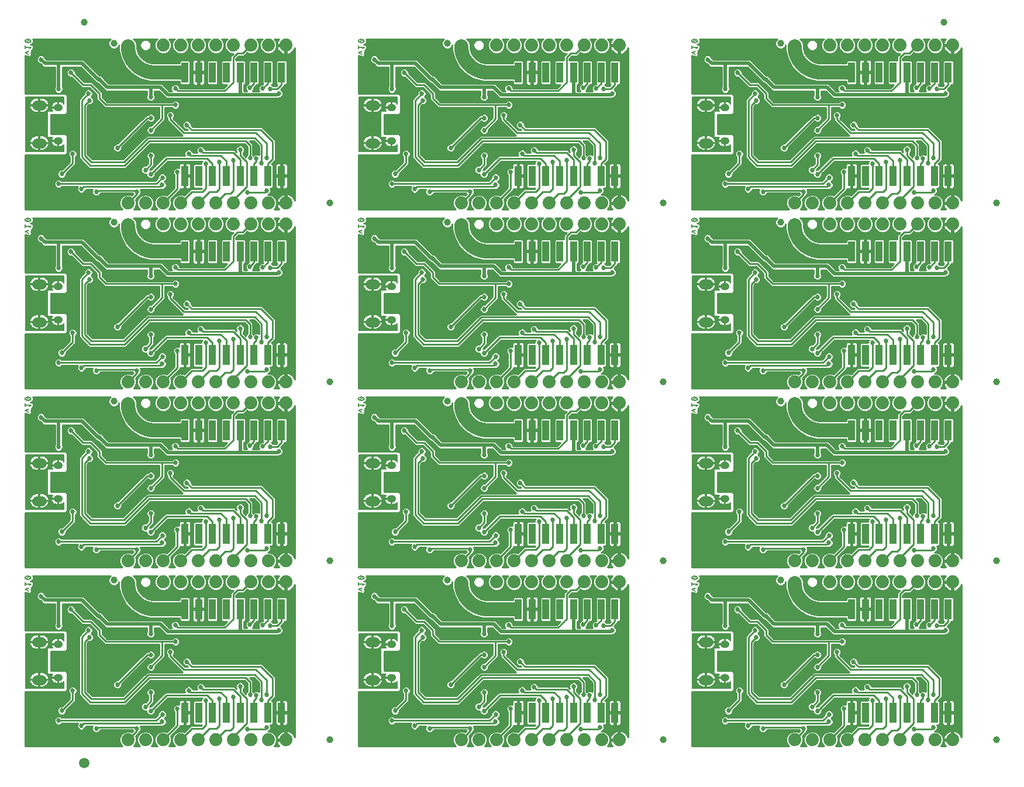
<source format=gbl>
G75*
%MOIN*%
%OFA0B0*%
%FSLAX25Y25*%
%IPPOS*%
%LPD*%
%AMOC8*
5,1,8,0,0,1.08239X$1,22.5*
%
%ADD10C,0.00800*%
%ADD11R,0.03937X0.11811*%
%ADD12C,0.05512*%
%ADD13C,0.03937*%
%ADD14C,0.07400*%
%ADD15C,0.03937*%
%ADD16C,0.05906*%
%ADD17C,0.02700*%
%ADD18C,0.01000*%
%ADD19C,0.02000*%
%ADD20C,0.04000*%
%ADD21C,0.08000*%
%ADD22C,0.00600*%
D10*
X0038150Y0119111D02*
X0040283Y0119822D01*
X0040283Y0118400D02*
X0038150Y0119111D01*
X0038150Y0121462D02*
X0038150Y0123240D01*
X0038150Y0122351D02*
X0041350Y0122351D01*
X0040639Y0121462D01*
X0039750Y0126840D02*
X0039650Y0126838D01*
X0039551Y0126832D01*
X0039452Y0126823D01*
X0039353Y0126810D01*
X0039255Y0126793D01*
X0039157Y0126772D01*
X0039060Y0126748D01*
X0038965Y0126720D01*
X0038870Y0126689D01*
X0038777Y0126654D01*
X0038685Y0126615D01*
X0038594Y0126573D01*
X0038595Y0126573D02*
X0038547Y0126555D01*
X0038501Y0126533D01*
X0038457Y0126507D01*
X0038415Y0126479D01*
X0038375Y0126447D01*
X0038338Y0126412D01*
X0038304Y0126374D01*
X0038273Y0126333D01*
X0038245Y0126291D01*
X0038220Y0126246D01*
X0038199Y0126200D01*
X0038181Y0126152D01*
X0038168Y0126103D01*
X0038158Y0126053D01*
X0038152Y0126002D01*
X0038150Y0125951D01*
X0038152Y0125900D01*
X0038158Y0125849D01*
X0038168Y0125799D01*
X0038181Y0125750D01*
X0038199Y0125702D01*
X0038220Y0125656D01*
X0038245Y0125611D01*
X0038273Y0125569D01*
X0038304Y0125528D01*
X0038338Y0125490D01*
X0038375Y0125455D01*
X0038415Y0125423D01*
X0038457Y0125395D01*
X0038501Y0125369D01*
X0038547Y0125347D01*
X0038595Y0125329D01*
X0038861Y0125240D02*
X0040639Y0126662D01*
X0040905Y0126573D02*
X0040953Y0126555D01*
X0040999Y0126533D01*
X0041043Y0126507D01*
X0041085Y0126479D01*
X0041125Y0126447D01*
X0041162Y0126412D01*
X0041196Y0126374D01*
X0041227Y0126333D01*
X0041255Y0126291D01*
X0041280Y0126246D01*
X0041301Y0126200D01*
X0041319Y0126152D01*
X0041332Y0126103D01*
X0041342Y0126053D01*
X0041348Y0126002D01*
X0041350Y0125951D01*
X0041348Y0125900D01*
X0041342Y0125849D01*
X0041332Y0125799D01*
X0041319Y0125750D01*
X0041301Y0125702D01*
X0041280Y0125656D01*
X0041255Y0125611D01*
X0041227Y0125569D01*
X0041196Y0125528D01*
X0041162Y0125490D01*
X0041125Y0125455D01*
X0041085Y0125423D01*
X0041043Y0125395D01*
X0040999Y0125369D01*
X0040953Y0125347D01*
X0040905Y0125329D01*
X0040906Y0126573D02*
X0040815Y0126615D01*
X0040723Y0126654D01*
X0040630Y0126689D01*
X0040535Y0126720D01*
X0040440Y0126748D01*
X0040343Y0126772D01*
X0040245Y0126793D01*
X0040147Y0126810D01*
X0040048Y0126823D01*
X0039949Y0126832D01*
X0039850Y0126838D01*
X0039750Y0126840D01*
X0039750Y0125062D02*
X0039850Y0125064D01*
X0039949Y0125070D01*
X0040048Y0125079D01*
X0040147Y0125092D01*
X0040245Y0125109D01*
X0040343Y0125130D01*
X0040440Y0125154D01*
X0040535Y0125182D01*
X0040630Y0125213D01*
X0040723Y0125248D01*
X0040815Y0125287D01*
X0040906Y0125329D01*
X0039750Y0125062D02*
X0039650Y0125064D01*
X0039551Y0125070D01*
X0039452Y0125079D01*
X0039353Y0125092D01*
X0039255Y0125109D01*
X0039157Y0125130D01*
X0039060Y0125154D01*
X0038965Y0125182D01*
X0038870Y0125213D01*
X0038777Y0125248D01*
X0038685Y0125287D01*
X0038594Y0125329D01*
X0040283Y0220400D02*
X0038150Y0221111D01*
X0040283Y0221822D01*
X0040639Y0223462D02*
X0041350Y0224351D01*
X0038150Y0224351D01*
X0038150Y0223462D02*
X0038150Y0225240D01*
X0038594Y0228573D02*
X0038685Y0228615D01*
X0038777Y0228654D01*
X0038870Y0228689D01*
X0038965Y0228720D01*
X0039060Y0228748D01*
X0039157Y0228772D01*
X0039255Y0228793D01*
X0039353Y0228810D01*
X0039452Y0228823D01*
X0039551Y0228832D01*
X0039650Y0228838D01*
X0039750Y0228840D01*
X0039750Y0227062D02*
X0039850Y0227064D01*
X0039949Y0227070D01*
X0040048Y0227079D01*
X0040147Y0227092D01*
X0040245Y0227109D01*
X0040343Y0227130D01*
X0040440Y0227154D01*
X0040535Y0227182D01*
X0040630Y0227213D01*
X0040723Y0227248D01*
X0040815Y0227287D01*
X0040906Y0227329D01*
X0041350Y0227951D02*
X0041348Y0228002D01*
X0041342Y0228053D01*
X0041332Y0228103D01*
X0041319Y0228152D01*
X0041301Y0228200D01*
X0041280Y0228246D01*
X0041255Y0228291D01*
X0041227Y0228333D01*
X0041196Y0228374D01*
X0041162Y0228412D01*
X0041125Y0228447D01*
X0041085Y0228479D01*
X0041043Y0228507D01*
X0040999Y0228533D01*
X0040953Y0228555D01*
X0040905Y0228573D01*
X0040639Y0228662D02*
X0038861Y0227240D01*
X0038150Y0227951D02*
X0038152Y0228002D01*
X0038158Y0228053D01*
X0038168Y0228103D01*
X0038181Y0228152D01*
X0038199Y0228200D01*
X0038220Y0228246D01*
X0038245Y0228291D01*
X0038273Y0228333D01*
X0038304Y0228374D01*
X0038338Y0228412D01*
X0038375Y0228447D01*
X0038415Y0228479D01*
X0038457Y0228507D01*
X0038501Y0228533D01*
X0038547Y0228555D01*
X0038595Y0228573D01*
X0038150Y0227951D02*
X0038152Y0227900D01*
X0038158Y0227849D01*
X0038168Y0227799D01*
X0038181Y0227750D01*
X0038199Y0227702D01*
X0038220Y0227656D01*
X0038245Y0227611D01*
X0038273Y0227569D01*
X0038304Y0227528D01*
X0038338Y0227490D01*
X0038375Y0227455D01*
X0038415Y0227423D01*
X0038457Y0227395D01*
X0038501Y0227369D01*
X0038547Y0227347D01*
X0038595Y0227329D01*
X0039750Y0228840D02*
X0039850Y0228838D01*
X0039949Y0228832D01*
X0040048Y0228823D01*
X0040147Y0228810D01*
X0040245Y0228793D01*
X0040343Y0228772D01*
X0040440Y0228748D01*
X0040535Y0228720D01*
X0040630Y0228689D01*
X0040723Y0228654D01*
X0040815Y0228615D01*
X0040906Y0228573D01*
X0041350Y0227951D02*
X0041348Y0227900D01*
X0041342Y0227849D01*
X0041332Y0227799D01*
X0041319Y0227750D01*
X0041301Y0227702D01*
X0041280Y0227656D01*
X0041255Y0227611D01*
X0041227Y0227569D01*
X0041196Y0227528D01*
X0041162Y0227490D01*
X0041125Y0227455D01*
X0041085Y0227423D01*
X0041043Y0227395D01*
X0040999Y0227369D01*
X0040953Y0227347D01*
X0040905Y0227329D01*
X0039750Y0227062D02*
X0039650Y0227064D01*
X0039551Y0227070D01*
X0039452Y0227079D01*
X0039353Y0227092D01*
X0039255Y0227109D01*
X0039157Y0227130D01*
X0039060Y0227154D01*
X0038965Y0227182D01*
X0038870Y0227213D01*
X0038777Y0227248D01*
X0038685Y0227287D01*
X0038594Y0227329D01*
X0040283Y0322400D02*
X0038150Y0323111D01*
X0040283Y0323822D01*
X0040639Y0325462D02*
X0041350Y0326351D01*
X0038150Y0326351D01*
X0038150Y0325462D02*
X0038150Y0327240D01*
X0038594Y0330573D02*
X0038685Y0330615D01*
X0038777Y0330654D01*
X0038870Y0330689D01*
X0038965Y0330720D01*
X0039060Y0330748D01*
X0039157Y0330772D01*
X0039255Y0330793D01*
X0039353Y0330810D01*
X0039452Y0330823D01*
X0039551Y0330832D01*
X0039650Y0330838D01*
X0039750Y0330840D01*
X0039750Y0329062D02*
X0039850Y0329064D01*
X0039949Y0329070D01*
X0040048Y0329079D01*
X0040147Y0329092D01*
X0040245Y0329109D01*
X0040343Y0329130D01*
X0040440Y0329154D01*
X0040535Y0329182D01*
X0040630Y0329213D01*
X0040723Y0329248D01*
X0040815Y0329287D01*
X0040906Y0329329D01*
X0041350Y0329951D02*
X0041348Y0330002D01*
X0041342Y0330053D01*
X0041332Y0330103D01*
X0041319Y0330152D01*
X0041301Y0330200D01*
X0041280Y0330246D01*
X0041255Y0330291D01*
X0041227Y0330333D01*
X0041196Y0330374D01*
X0041162Y0330412D01*
X0041125Y0330447D01*
X0041085Y0330479D01*
X0041043Y0330507D01*
X0040999Y0330533D01*
X0040953Y0330555D01*
X0040905Y0330573D01*
X0040639Y0330662D02*
X0038861Y0329240D01*
X0038150Y0329951D02*
X0038152Y0330002D01*
X0038158Y0330053D01*
X0038168Y0330103D01*
X0038181Y0330152D01*
X0038199Y0330200D01*
X0038220Y0330246D01*
X0038245Y0330291D01*
X0038273Y0330333D01*
X0038304Y0330374D01*
X0038338Y0330412D01*
X0038375Y0330447D01*
X0038415Y0330479D01*
X0038457Y0330507D01*
X0038501Y0330533D01*
X0038547Y0330555D01*
X0038595Y0330573D01*
X0038150Y0329951D02*
X0038152Y0329900D01*
X0038158Y0329849D01*
X0038168Y0329799D01*
X0038181Y0329750D01*
X0038199Y0329702D01*
X0038220Y0329656D01*
X0038245Y0329611D01*
X0038273Y0329569D01*
X0038304Y0329528D01*
X0038338Y0329490D01*
X0038375Y0329455D01*
X0038415Y0329423D01*
X0038457Y0329395D01*
X0038501Y0329369D01*
X0038547Y0329347D01*
X0038595Y0329329D01*
X0039750Y0330840D02*
X0039850Y0330838D01*
X0039949Y0330832D01*
X0040048Y0330823D01*
X0040147Y0330810D01*
X0040245Y0330793D01*
X0040343Y0330772D01*
X0040440Y0330748D01*
X0040535Y0330720D01*
X0040630Y0330689D01*
X0040723Y0330654D01*
X0040815Y0330615D01*
X0040906Y0330573D01*
X0041350Y0329951D02*
X0041348Y0329900D01*
X0041342Y0329849D01*
X0041332Y0329799D01*
X0041319Y0329750D01*
X0041301Y0329702D01*
X0041280Y0329656D01*
X0041255Y0329611D01*
X0041227Y0329569D01*
X0041196Y0329528D01*
X0041162Y0329490D01*
X0041125Y0329455D01*
X0041085Y0329423D01*
X0041043Y0329395D01*
X0040999Y0329369D01*
X0040953Y0329347D01*
X0040905Y0329329D01*
X0039750Y0329062D02*
X0039650Y0329064D01*
X0039551Y0329070D01*
X0039452Y0329079D01*
X0039353Y0329092D01*
X0039255Y0329109D01*
X0039157Y0329130D01*
X0039060Y0329154D01*
X0038965Y0329182D01*
X0038870Y0329213D01*
X0038777Y0329248D01*
X0038685Y0329287D01*
X0038594Y0329329D01*
X0040283Y0424400D02*
X0038150Y0425111D01*
X0040283Y0425822D01*
X0040639Y0427462D02*
X0041350Y0428351D01*
X0038150Y0428351D01*
X0038150Y0427462D02*
X0038150Y0429240D01*
X0038594Y0432573D02*
X0038685Y0432615D01*
X0038777Y0432654D01*
X0038870Y0432689D01*
X0038965Y0432720D01*
X0039060Y0432748D01*
X0039157Y0432772D01*
X0039255Y0432793D01*
X0039353Y0432810D01*
X0039452Y0432823D01*
X0039551Y0432832D01*
X0039650Y0432838D01*
X0039750Y0432840D01*
X0039750Y0431062D02*
X0039850Y0431064D01*
X0039949Y0431070D01*
X0040048Y0431079D01*
X0040147Y0431092D01*
X0040245Y0431109D01*
X0040343Y0431130D01*
X0040440Y0431154D01*
X0040535Y0431182D01*
X0040630Y0431213D01*
X0040723Y0431248D01*
X0040815Y0431287D01*
X0040906Y0431329D01*
X0041350Y0431951D02*
X0041348Y0432002D01*
X0041342Y0432053D01*
X0041332Y0432103D01*
X0041319Y0432152D01*
X0041301Y0432200D01*
X0041280Y0432246D01*
X0041255Y0432291D01*
X0041227Y0432333D01*
X0041196Y0432374D01*
X0041162Y0432412D01*
X0041125Y0432447D01*
X0041085Y0432479D01*
X0041043Y0432507D01*
X0040999Y0432533D01*
X0040953Y0432555D01*
X0040905Y0432573D01*
X0040639Y0432662D02*
X0038861Y0431240D01*
X0038150Y0431951D02*
X0038152Y0432002D01*
X0038158Y0432053D01*
X0038168Y0432103D01*
X0038181Y0432152D01*
X0038199Y0432200D01*
X0038220Y0432246D01*
X0038245Y0432291D01*
X0038273Y0432333D01*
X0038304Y0432374D01*
X0038338Y0432412D01*
X0038375Y0432447D01*
X0038415Y0432479D01*
X0038457Y0432507D01*
X0038501Y0432533D01*
X0038547Y0432555D01*
X0038595Y0432573D01*
X0038150Y0431951D02*
X0038152Y0431900D01*
X0038158Y0431849D01*
X0038168Y0431799D01*
X0038181Y0431750D01*
X0038199Y0431702D01*
X0038220Y0431656D01*
X0038245Y0431611D01*
X0038273Y0431569D01*
X0038304Y0431528D01*
X0038338Y0431490D01*
X0038375Y0431455D01*
X0038415Y0431423D01*
X0038457Y0431395D01*
X0038501Y0431369D01*
X0038547Y0431347D01*
X0038595Y0431329D01*
X0039750Y0432840D02*
X0039850Y0432838D01*
X0039949Y0432832D01*
X0040048Y0432823D01*
X0040147Y0432810D01*
X0040245Y0432793D01*
X0040343Y0432772D01*
X0040440Y0432748D01*
X0040535Y0432720D01*
X0040630Y0432689D01*
X0040723Y0432654D01*
X0040815Y0432615D01*
X0040906Y0432573D01*
X0041350Y0431951D02*
X0041348Y0431900D01*
X0041342Y0431849D01*
X0041332Y0431799D01*
X0041319Y0431750D01*
X0041301Y0431702D01*
X0041280Y0431656D01*
X0041255Y0431611D01*
X0041227Y0431569D01*
X0041196Y0431528D01*
X0041162Y0431490D01*
X0041125Y0431455D01*
X0041085Y0431423D01*
X0041043Y0431395D01*
X0040999Y0431369D01*
X0040953Y0431347D01*
X0040905Y0431329D01*
X0039750Y0431062D02*
X0039650Y0431064D01*
X0039551Y0431070D01*
X0039452Y0431079D01*
X0039353Y0431092D01*
X0039255Y0431109D01*
X0039157Y0431130D01*
X0039060Y0431154D01*
X0038965Y0431182D01*
X0038870Y0431213D01*
X0038777Y0431248D01*
X0038685Y0431287D01*
X0038594Y0431329D01*
X0228150Y0429240D02*
X0228150Y0427462D01*
X0228150Y0428351D02*
X0231350Y0428351D01*
X0230639Y0427462D01*
X0230283Y0425822D02*
X0228150Y0425111D01*
X0230283Y0424400D01*
X0228594Y0432573D02*
X0228685Y0432615D01*
X0228777Y0432654D01*
X0228870Y0432689D01*
X0228965Y0432720D01*
X0229060Y0432748D01*
X0229157Y0432772D01*
X0229255Y0432793D01*
X0229353Y0432810D01*
X0229452Y0432823D01*
X0229551Y0432832D01*
X0229650Y0432838D01*
X0229750Y0432840D01*
X0229750Y0431062D02*
X0229850Y0431064D01*
X0229949Y0431070D01*
X0230048Y0431079D01*
X0230147Y0431092D01*
X0230245Y0431109D01*
X0230343Y0431130D01*
X0230440Y0431154D01*
X0230535Y0431182D01*
X0230630Y0431213D01*
X0230723Y0431248D01*
X0230815Y0431287D01*
X0230906Y0431329D01*
X0231350Y0431951D02*
X0231348Y0432002D01*
X0231342Y0432053D01*
X0231332Y0432103D01*
X0231319Y0432152D01*
X0231301Y0432200D01*
X0231280Y0432246D01*
X0231255Y0432291D01*
X0231227Y0432333D01*
X0231196Y0432374D01*
X0231162Y0432412D01*
X0231125Y0432447D01*
X0231085Y0432479D01*
X0231043Y0432507D01*
X0230999Y0432533D01*
X0230953Y0432555D01*
X0230905Y0432573D01*
X0230639Y0432662D02*
X0228861Y0431240D01*
X0228150Y0431951D02*
X0228152Y0432002D01*
X0228158Y0432053D01*
X0228168Y0432103D01*
X0228181Y0432152D01*
X0228199Y0432200D01*
X0228220Y0432246D01*
X0228245Y0432291D01*
X0228273Y0432333D01*
X0228304Y0432374D01*
X0228338Y0432412D01*
X0228375Y0432447D01*
X0228415Y0432479D01*
X0228457Y0432507D01*
X0228501Y0432533D01*
X0228547Y0432555D01*
X0228595Y0432573D01*
X0228150Y0431951D02*
X0228152Y0431900D01*
X0228158Y0431849D01*
X0228168Y0431799D01*
X0228181Y0431750D01*
X0228199Y0431702D01*
X0228220Y0431656D01*
X0228245Y0431611D01*
X0228273Y0431569D01*
X0228304Y0431528D01*
X0228338Y0431490D01*
X0228375Y0431455D01*
X0228415Y0431423D01*
X0228457Y0431395D01*
X0228501Y0431369D01*
X0228547Y0431347D01*
X0228595Y0431329D01*
X0229750Y0432840D02*
X0229850Y0432838D01*
X0229949Y0432832D01*
X0230048Y0432823D01*
X0230147Y0432810D01*
X0230245Y0432793D01*
X0230343Y0432772D01*
X0230440Y0432748D01*
X0230535Y0432720D01*
X0230630Y0432689D01*
X0230723Y0432654D01*
X0230815Y0432615D01*
X0230906Y0432573D01*
X0231350Y0431951D02*
X0231348Y0431900D01*
X0231342Y0431849D01*
X0231332Y0431799D01*
X0231319Y0431750D01*
X0231301Y0431702D01*
X0231280Y0431656D01*
X0231255Y0431611D01*
X0231227Y0431569D01*
X0231196Y0431528D01*
X0231162Y0431490D01*
X0231125Y0431455D01*
X0231085Y0431423D01*
X0231043Y0431395D01*
X0230999Y0431369D01*
X0230953Y0431347D01*
X0230905Y0431329D01*
X0229750Y0431062D02*
X0229650Y0431064D01*
X0229551Y0431070D01*
X0229452Y0431079D01*
X0229353Y0431092D01*
X0229255Y0431109D01*
X0229157Y0431130D01*
X0229060Y0431154D01*
X0228965Y0431182D01*
X0228870Y0431213D01*
X0228777Y0431248D01*
X0228685Y0431287D01*
X0228594Y0431329D01*
X0228594Y0329329D02*
X0228685Y0329287D01*
X0228777Y0329248D01*
X0228870Y0329213D01*
X0228965Y0329182D01*
X0229060Y0329154D01*
X0229157Y0329130D01*
X0229255Y0329109D01*
X0229353Y0329092D01*
X0229452Y0329079D01*
X0229551Y0329070D01*
X0229650Y0329064D01*
X0229750Y0329062D01*
X0229750Y0330840D02*
X0229850Y0330838D01*
X0229949Y0330832D01*
X0230048Y0330823D01*
X0230147Y0330810D01*
X0230245Y0330793D01*
X0230343Y0330772D01*
X0230440Y0330748D01*
X0230535Y0330720D01*
X0230630Y0330689D01*
X0230723Y0330654D01*
X0230815Y0330615D01*
X0230906Y0330573D01*
X0230639Y0330662D02*
X0228861Y0329240D01*
X0228150Y0329951D02*
X0228152Y0330002D01*
X0228158Y0330053D01*
X0228168Y0330103D01*
X0228181Y0330152D01*
X0228199Y0330200D01*
X0228220Y0330246D01*
X0228245Y0330291D01*
X0228273Y0330333D01*
X0228304Y0330374D01*
X0228338Y0330412D01*
X0228375Y0330447D01*
X0228415Y0330479D01*
X0228457Y0330507D01*
X0228501Y0330533D01*
X0228547Y0330555D01*
X0228595Y0330573D01*
X0228150Y0329951D02*
X0228152Y0329900D01*
X0228158Y0329849D01*
X0228168Y0329799D01*
X0228181Y0329750D01*
X0228199Y0329702D01*
X0228220Y0329656D01*
X0228245Y0329611D01*
X0228273Y0329569D01*
X0228304Y0329528D01*
X0228338Y0329490D01*
X0228375Y0329455D01*
X0228415Y0329423D01*
X0228457Y0329395D01*
X0228501Y0329369D01*
X0228547Y0329347D01*
X0228595Y0329329D01*
X0228594Y0330573D02*
X0228685Y0330615D01*
X0228777Y0330654D01*
X0228870Y0330689D01*
X0228965Y0330720D01*
X0229060Y0330748D01*
X0229157Y0330772D01*
X0229255Y0330793D01*
X0229353Y0330810D01*
X0229452Y0330823D01*
X0229551Y0330832D01*
X0229650Y0330838D01*
X0229750Y0330840D01*
X0229750Y0329062D02*
X0229850Y0329064D01*
X0229949Y0329070D01*
X0230048Y0329079D01*
X0230147Y0329092D01*
X0230245Y0329109D01*
X0230343Y0329130D01*
X0230440Y0329154D01*
X0230535Y0329182D01*
X0230630Y0329213D01*
X0230723Y0329248D01*
X0230815Y0329287D01*
X0230906Y0329329D01*
X0231350Y0329951D02*
X0231348Y0330002D01*
X0231342Y0330053D01*
X0231332Y0330103D01*
X0231319Y0330152D01*
X0231301Y0330200D01*
X0231280Y0330246D01*
X0231255Y0330291D01*
X0231227Y0330333D01*
X0231196Y0330374D01*
X0231162Y0330412D01*
X0231125Y0330447D01*
X0231085Y0330479D01*
X0231043Y0330507D01*
X0230999Y0330533D01*
X0230953Y0330555D01*
X0230905Y0330573D01*
X0231350Y0329951D02*
X0231348Y0329900D01*
X0231342Y0329849D01*
X0231332Y0329799D01*
X0231319Y0329750D01*
X0231301Y0329702D01*
X0231280Y0329656D01*
X0231255Y0329611D01*
X0231227Y0329569D01*
X0231196Y0329528D01*
X0231162Y0329490D01*
X0231125Y0329455D01*
X0231085Y0329423D01*
X0231043Y0329395D01*
X0230999Y0329369D01*
X0230953Y0329347D01*
X0230905Y0329329D01*
X0231350Y0326351D02*
X0228150Y0326351D01*
X0228150Y0325462D02*
X0228150Y0327240D01*
X0230639Y0325462D02*
X0231350Y0326351D01*
X0230283Y0323822D02*
X0228150Y0323111D01*
X0230283Y0322400D01*
X0228594Y0227329D02*
X0228685Y0227287D01*
X0228777Y0227248D01*
X0228870Y0227213D01*
X0228965Y0227182D01*
X0229060Y0227154D01*
X0229157Y0227130D01*
X0229255Y0227109D01*
X0229353Y0227092D01*
X0229452Y0227079D01*
X0229551Y0227070D01*
X0229650Y0227064D01*
X0229750Y0227062D01*
X0229750Y0228840D02*
X0229850Y0228838D01*
X0229949Y0228832D01*
X0230048Y0228823D01*
X0230147Y0228810D01*
X0230245Y0228793D01*
X0230343Y0228772D01*
X0230440Y0228748D01*
X0230535Y0228720D01*
X0230630Y0228689D01*
X0230723Y0228654D01*
X0230815Y0228615D01*
X0230906Y0228573D01*
X0230639Y0228662D02*
X0228861Y0227240D01*
X0228150Y0227951D02*
X0228152Y0228002D01*
X0228158Y0228053D01*
X0228168Y0228103D01*
X0228181Y0228152D01*
X0228199Y0228200D01*
X0228220Y0228246D01*
X0228245Y0228291D01*
X0228273Y0228333D01*
X0228304Y0228374D01*
X0228338Y0228412D01*
X0228375Y0228447D01*
X0228415Y0228479D01*
X0228457Y0228507D01*
X0228501Y0228533D01*
X0228547Y0228555D01*
X0228595Y0228573D01*
X0228150Y0227951D02*
X0228152Y0227900D01*
X0228158Y0227849D01*
X0228168Y0227799D01*
X0228181Y0227750D01*
X0228199Y0227702D01*
X0228220Y0227656D01*
X0228245Y0227611D01*
X0228273Y0227569D01*
X0228304Y0227528D01*
X0228338Y0227490D01*
X0228375Y0227455D01*
X0228415Y0227423D01*
X0228457Y0227395D01*
X0228501Y0227369D01*
X0228547Y0227347D01*
X0228595Y0227329D01*
X0228594Y0228573D02*
X0228685Y0228615D01*
X0228777Y0228654D01*
X0228870Y0228689D01*
X0228965Y0228720D01*
X0229060Y0228748D01*
X0229157Y0228772D01*
X0229255Y0228793D01*
X0229353Y0228810D01*
X0229452Y0228823D01*
X0229551Y0228832D01*
X0229650Y0228838D01*
X0229750Y0228840D01*
X0229750Y0227062D02*
X0229850Y0227064D01*
X0229949Y0227070D01*
X0230048Y0227079D01*
X0230147Y0227092D01*
X0230245Y0227109D01*
X0230343Y0227130D01*
X0230440Y0227154D01*
X0230535Y0227182D01*
X0230630Y0227213D01*
X0230723Y0227248D01*
X0230815Y0227287D01*
X0230906Y0227329D01*
X0231350Y0227951D02*
X0231348Y0228002D01*
X0231342Y0228053D01*
X0231332Y0228103D01*
X0231319Y0228152D01*
X0231301Y0228200D01*
X0231280Y0228246D01*
X0231255Y0228291D01*
X0231227Y0228333D01*
X0231196Y0228374D01*
X0231162Y0228412D01*
X0231125Y0228447D01*
X0231085Y0228479D01*
X0231043Y0228507D01*
X0230999Y0228533D01*
X0230953Y0228555D01*
X0230905Y0228573D01*
X0231350Y0227951D02*
X0231348Y0227900D01*
X0231342Y0227849D01*
X0231332Y0227799D01*
X0231319Y0227750D01*
X0231301Y0227702D01*
X0231280Y0227656D01*
X0231255Y0227611D01*
X0231227Y0227569D01*
X0231196Y0227528D01*
X0231162Y0227490D01*
X0231125Y0227455D01*
X0231085Y0227423D01*
X0231043Y0227395D01*
X0230999Y0227369D01*
X0230953Y0227347D01*
X0230905Y0227329D01*
X0231350Y0224351D02*
X0228150Y0224351D01*
X0228150Y0223462D02*
X0228150Y0225240D01*
X0230639Y0223462D02*
X0231350Y0224351D01*
X0230283Y0221822D02*
X0228150Y0221111D01*
X0230283Y0220400D01*
X0228594Y0125329D02*
X0228685Y0125287D01*
X0228777Y0125248D01*
X0228870Y0125213D01*
X0228965Y0125182D01*
X0229060Y0125154D01*
X0229157Y0125130D01*
X0229255Y0125109D01*
X0229353Y0125092D01*
X0229452Y0125079D01*
X0229551Y0125070D01*
X0229650Y0125064D01*
X0229750Y0125062D01*
X0229750Y0126840D02*
X0229850Y0126838D01*
X0229949Y0126832D01*
X0230048Y0126823D01*
X0230147Y0126810D01*
X0230245Y0126793D01*
X0230343Y0126772D01*
X0230440Y0126748D01*
X0230535Y0126720D01*
X0230630Y0126689D01*
X0230723Y0126654D01*
X0230815Y0126615D01*
X0230906Y0126573D01*
X0230639Y0126662D02*
X0228861Y0125240D01*
X0228150Y0125951D02*
X0228152Y0126002D01*
X0228158Y0126053D01*
X0228168Y0126103D01*
X0228181Y0126152D01*
X0228199Y0126200D01*
X0228220Y0126246D01*
X0228245Y0126291D01*
X0228273Y0126333D01*
X0228304Y0126374D01*
X0228338Y0126412D01*
X0228375Y0126447D01*
X0228415Y0126479D01*
X0228457Y0126507D01*
X0228501Y0126533D01*
X0228547Y0126555D01*
X0228595Y0126573D01*
X0228150Y0125951D02*
X0228152Y0125900D01*
X0228158Y0125849D01*
X0228168Y0125799D01*
X0228181Y0125750D01*
X0228199Y0125702D01*
X0228220Y0125656D01*
X0228245Y0125611D01*
X0228273Y0125569D01*
X0228304Y0125528D01*
X0228338Y0125490D01*
X0228375Y0125455D01*
X0228415Y0125423D01*
X0228457Y0125395D01*
X0228501Y0125369D01*
X0228547Y0125347D01*
X0228595Y0125329D01*
X0228594Y0126573D02*
X0228685Y0126615D01*
X0228777Y0126654D01*
X0228870Y0126689D01*
X0228965Y0126720D01*
X0229060Y0126748D01*
X0229157Y0126772D01*
X0229255Y0126793D01*
X0229353Y0126810D01*
X0229452Y0126823D01*
X0229551Y0126832D01*
X0229650Y0126838D01*
X0229750Y0126840D01*
X0229750Y0125062D02*
X0229850Y0125064D01*
X0229949Y0125070D01*
X0230048Y0125079D01*
X0230147Y0125092D01*
X0230245Y0125109D01*
X0230343Y0125130D01*
X0230440Y0125154D01*
X0230535Y0125182D01*
X0230630Y0125213D01*
X0230723Y0125248D01*
X0230815Y0125287D01*
X0230906Y0125329D01*
X0231350Y0125951D02*
X0231348Y0126002D01*
X0231342Y0126053D01*
X0231332Y0126103D01*
X0231319Y0126152D01*
X0231301Y0126200D01*
X0231280Y0126246D01*
X0231255Y0126291D01*
X0231227Y0126333D01*
X0231196Y0126374D01*
X0231162Y0126412D01*
X0231125Y0126447D01*
X0231085Y0126479D01*
X0231043Y0126507D01*
X0230999Y0126533D01*
X0230953Y0126555D01*
X0230905Y0126573D01*
X0231350Y0125951D02*
X0231348Y0125900D01*
X0231342Y0125849D01*
X0231332Y0125799D01*
X0231319Y0125750D01*
X0231301Y0125702D01*
X0231280Y0125656D01*
X0231255Y0125611D01*
X0231227Y0125569D01*
X0231196Y0125528D01*
X0231162Y0125490D01*
X0231125Y0125455D01*
X0231085Y0125423D01*
X0231043Y0125395D01*
X0230999Y0125369D01*
X0230953Y0125347D01*
X0230905Y0125329D01*
X0231350Y0122351D02*
X0228150Y0122351D01*
X0228150Y0121462D02*
X0228150Y0123240D01*
X0230639Y0121462D02*
X0231350Y0122351D01*
X0230283Y0119822D02*
X0228150Y0119111D01*
X0230283Y0118400D01*
X0418150Y0119111D02*
X0420283Y0119822D01*
X0420283Y0118400D02*
X0418150Y0119111D01*
X0418150Y0121462D02*
X0418150Y0123240D01*
X0418150Y0122351D02*
X0421350Y0122351D01*
X0420639Y0121462D01*
X0419750Y0126840D02*
X0419650Y0126838D01*
X0419551Y0126832D01*
X0419452Y0126823D01*
X0419353Y0126810D01*
X0419255Y0126793D01*
X0419157Y0126772D01*
X0419060Y0126748D01*
X0418965Y0126720D01*
X0418870Y0126689D01*
X0418777Y0126654D01*
X0418685Y0126615D01*
X0418594Y0126573D01*
X0418595Y0126573D02*
X0418547Y0126555D01*
X0418501Y0126533D01*
X0418457Y0126507D01*
X0418415Y0126479D01*
X0418375Y0126447D01*
X0418338Y0126412D01*
X0418304Y0126374D01*
X0418273Y0126333D01*
X0418245Y0126291D01*
X0418220Y0126246D01*
X0418199Y0126200D01*
X0418181Y0126152D01*
X0418168Y0126103D01*
X0418158Y0126053D01*
X0418152Y0126002D01*
X0418150Y0125951D01*
X0418152Y0125900D01*
X0418158Y0125849D01*
X0418168Y0125799D01*
X0418181Y0125750D01*
X0418199Y0125702D01*
X0418220Y0125656D01*
X0418245Y0125611D01*
X0418273Y0125569D01*
X0418304Y0125528D01*
X0418338Y0125490D01*
X0418375Y0125455D01*
X0418415Y0125423D01*
X0418457Y0125395D01*
X0418501Y0125369D01*
X0418547Y0125347D01*
X0418595Y0125329D01*
X0418861Y0125240D02*
X0420639Y0126662D01*
X0420905Y0126573D02*
X0420953Y0126555D01*
X0420999Y0126533D01*
X0421043Y0126507D01*
X0421085Y0126479D01*
X0421125Y0126447D01*
X0421162Y0126412D01*
X0421196Y0126374D01*
X0421227Y0126333D01*
X0421255Y0126291D01*
X0421280Y0126246D01*
X0421301Y0126200D01*
X0421319Y0126152D01*
X0421332Y0126103D01*
X0421342Y0126053D01*
X0421348Y0126002D01*
X0421350Y0125951D01*
X0421348Y0125900D01*
X0421342Y0125849D01*
X0421332Y0125799D01*
X0421319Y0125750D01*
X0421301Y0125702D01*
X0421280Y0125656D01*
X0421255Y0125611D01*
X0421227Y0125569D01*
X0421196Y0125528D01*
X0421162Y0125490D01*
X0421125Y0125455D01*
X0421085Y0125423D01*
X0421043Y0125395D01*
X0420999Y0125369D01*
X0420953Y0125347D01*
X0420905Y0125329D01*
X0420906Y0126573D02*
X0420815Y0126615D01*
X0420723Y0126654D01*
X0420630Y0126689D01*
X0420535Y0126720D01*
X0420440Y0126748D01*
X0420343Y0126772D01*
X0420245Y0126793D01*
X0420147Y0126810D01*
X0420048Y0126823D01*
X0419949Y0126832D01*
X0419850Y0126838D01*
X0419750Y0126840D01*
X0419750Y0125062D02*
X0419850Y0125064D01*
X0419949Y0125070D01*
X0420048Y0125079D01*
X0420147Y0125092D01*
X0420245Y0125109D01*
X0420343Y0125130D01*
X0420440Y0125154D01*
X0420535Y0125182D01*
X0420630Y0125213D01*
X0420723Y0125248D01*
X0420815Y0125287D01*
X0420906Y0125329D01*
X0419750Y0125062D02*
X0419650Y0125064D01*
X0419551Y0125070D01*
X0419452Y0125079D01*
X0419353Y0125092D01*
X0419255Y0125109D01*
X0419157Y0125130D01*
X0419060Y0125154D01*
X0418965Y0125182D01*
X0418870Y0125213D01*
X0418777Y0125248D01*
X0418685Y0125287D01*
X0418594Y0125329D01*
X0420283Y0220400D02*
X0418150Y0221111D01*
X0420283Y0221822D01*
X0420639Y0223462D02*
X0421350Y0224351D01*
X0418150Y0224351D01*
X0418150Y0223462D02*
X0418150Y0225240D01*
X0418594Y0228573D02*
X0418685Y0228615D01*
X0418777Y0228654D01*
X0418870Y0228689D01*
X0418965Y0228720D01*
X0419060Y0228748D01*
X0419157Y0228772D01*
X0419255Y0228793D01*
X0419353Y0228810D01*
X0419452Y0228823D01*
X0419551Y0228832D01*
X0419650Y0228838D01*
X0419750Y0228840D01*
X0419750Y0227062D02*
X0419850Y0227064D01*
X0419949Y0227070D01*
X0420048Y0227079D01*
X0420147Y0227092D01*
X0420245Y0227109D01*
X0420343Y0227130D01*
X0420440Y0227154D01*
X0420535Y0227182D01*
X0420630Y0227213D01*
X0420723Y0227248D01*
X0420815Y0227287D01*
X0420906Y0227329D01*
X0421350Y0227951D02*
X0421348Y0228002D01*
X0421342Y0228053D01*
X0421332Y0228103D01*
X0421319Y0228152D01*
X0421301Y0228200D01*
X0421280Y0228246D01*
X0421255Y0228291D01*
X0421227Y0228333D01*
X0421196Y0228374D01*
X0421162Y0228412D01*
X0421125Y0228447D01*
X0421085Y0228479D01*
X0421043Y0228507D01*
X0420999Y0228533D01*
X0420953Y0228555D01*
X0420905Y0228573D01*
X0420639Y0228662D02*
X0418861Y0227240D01*
X0418150Y0227951D02*
X0418152Y0228002D01*
X0418158Y0228053D01*
X0418168Y0228103D01*
X0418181Y0228152D01*
X0418199Y0228200D01*
X0418220Y0228246D01*
X0418245Y0228291D01*
X0418273Y0228333D01*
X0418304Y0228374D01*
X0418338Y0228412D01*
X0418375Y0228447D01*
X0418415Y0228479D01*
X0418457Y0228507D01*
X0418501Y0228533D01*
X0418547Y0228555D01*
X0418595Y0228573D01*
X0418150Y0227951D02*
X0418152Y0227900D01*
X0418158Y0227849D01*
X0418168Y0227799D01*
X0418181Y0227750D01*
X0418199Y0227702D01*
X0418220Y0227656D01*
X0418245Y0227611D01*
X0418273Y0227569D01*
X0418304Y0227528D01*
X0418338Y0227490D01*
X0418375Y0227455D01*
X0418415Y0227423D01*
X0418457Y0227395D01*
X0418501Y0227369D01*
X0418547Y0227347D01*
X0418595Y0227329D01*
X0419750Y0228840D02*
X0419850Y0228838D01*
X0419949Y0228832D01*
X0420048Y0228823D01*
X0420147Y0228810D01*
X0420245Y0228793D01*
X0420343Y0228772D01*
X0420440Y0228748D01*
X0420535Y0228720D01*
X0420630Y0228689D01*
X0420723Y0228654D01*
X0420815Y0228615D01*
X0420906Y0228573D01*
X0421350Y0227951D02*
X0421348Y0227900D01*
X0421342Y0227849D01*
X0421332Y0227799D01*
X0421319Y0227750D01*
X0421301Y0227702D01*
X0421280Y0227656D01*
X0421255Y0227611D01*
X0421227Y0227569D01*
X0421196Y0227528D01*
X0421162Y0227490D01*
X0421125Y0227455D01*
X0421085Y0227423D01*
X0421043Y0227395D01*
X0420999Y0227369D01*
X0420953Y0227347D01*
X0420905Y0227329D01*
X0419750Y0227062D02*
X0419650Y0227064D01*
X0419551Y0227070D01*
X0419452Y0227079D01*
X0419353Y0227092D01*
X0419255Y0227109D01*
X0419157Y0227130D01*
X0419060Y0227154D01*
X0418965Y0227182D01*
X0418870Y0227213D01*
X0418777Y0227248D01*
X0418685Y0227287D01*
X0418594Y0227329D01*
X0420283Y0322400D02*
X0418150Y0323111D01*
X0420283Y0323822D01*
X0420639Y0325462D02*
X0421350Y0326351D01*
X0418150Y0326351D01*
X0418150Y0325462D02*
X0418150Y0327240D01*
X0418594Y0330573D02*
X0418685Y0330615D01*
X0418777Y0330654D01*
X0418870Y0330689D01*
X0418965Y0330720D01*
X0419060Y0330748D01*
X0419157Y0330772D01*
X0419255Y0330793D01*
X0419353Y0330810D01*
X0419452Y0330823D01*
X0419551Y0330832D01*
X0419650Y0330838D01*
X0419750Y0330840D01*
X0419750Y0329062D02*
X0419850Y0329064D01*
X0419949Y0329070D01*
X0420048Y0329079D01*
X0420147Y0329092D01*
X0420245Y0329109D01*
X0420343Y0329130D01*
X0420440Y0329154D01*
X0420535Y0329182D01*
X0420630Y0329213D01*
X0420723Y0329248D01*
X0420815Y0329287D01*
X0420906Y0329329D01*
X0421350Y0329951D02*
X0421348Y0330002D01*
X0421342Y0330053D01*
X0421332Y0330103D01*
X0421319Y0330152D01*
X0421301Y0330200D01*
X0421280Y0330246D01*
X0421255Y0330291D01*
X0421227Y0330333D01*
X0421196Y0330374D01*
X0421162Y0330412D01*
X0421125Y0330447D01*
X0421085Y0330479D01*
X0421043Y0330507D01*
X0420999Y0330533D01*
X0420953Y0330555D01*
X0420905Y0330573D01*
X0420639Y0330662D02*
X0418861Y0329240D01*
X0418150Y0329951D02*
X0418152Y0330002D01*
X0418158Y0330053D01*
X0418168Y0330103D01*
X0418181Y0330152D01*
X0418199Y0330200D01*
X0418220Y0330246D01*
X0418245Y0330291D01*
X0418273Y0330333D01*
X0418304Y0330374D01*
X0418338Y0330412D01*
X0418375Y0330447D01*
X0418415Y0330479D01*
X0418457Y0330507D01*
X0418501Y0330533D01*
X0418547Y0330555D01*
X0418595Y0330573D01*
X0418150Y0329951D02*
X0418152Y0329900D01*
X0418158Y0329849D01*
X0418168Y0329799D01*
X0418181Y0329750D01*
X0418199Y0329702D01*
X0418220Y0329656D01*
X0418245Y0329611D01*
X0418273Y0329569D01*
X0418304Y0329528D01*
X0418338Y0329490D01*
X0418375Y0329455D01*
X0418415Y0329423D01*
X0418457Y0329395D01*
X0418501Y0329369D01*
X0418547Y0329347D01*
X0418595Y0329329D01*
X0419750Y0330840D02*
X0419850Y0330838D01*
X0419949Y0330832D01*
X0420048Y0330823D01*
X0420147Y0330810D01*
X0420245Y0330793D01*
X0420343Y0330772D01*
X0420440Y0330748D01*
X0420535Y0330720D01*
X0420630Y0330689D01*
X0420723Y0330654D01*
X0420815Y0330615D01*
X0420906Y0330573D01*
X0421350Y0329951D02*
X0421348Y0329900D01*
X0421342Y0329849D01*
X0421332Y0329799D01*
X0421319Y0329750D01*
X0421301Y0329702D01*
X0421280Y0329656D01*
X0421255Y0329611D01*
X0421227Y0329569D01*
X0421196Y0329528D01*
X0421162Y0329490D01*
X0421125Y0329455D01*
X0421085Y0329423D01*
X0421043Y0329395D01*
X0420999Y0329369D01*
X0420953Y0329347D01*
X0420905Y0329329D01*
X0419750Y0329062D02*
X0419650Y0329064D01*
X0419551Y0329070D01*
X0419452Y0329079D01*
X0419353Y0329092D01*
X0419255Y0329109D01*
X0419157Y0329130D01*
X0419060Y0329154D01*
X0418965Y0329182D01*
X0418870Y0329213D01*
X0418777Y0329248D01*
X0418685Y0329287D01*
X0418594Y0329329D01*
X0420283Y0424400D02*
X0418150Y0425111D01*
X0420283Y0425822D01*
X0420639Y0427462D02*
X0421350Y0428351D01*
X0418150Y0428351D01*
X0418150Y0427462D02*
X0418150Y0429240D01*
X0418594Y0432573D02*
X0418685Y0432615D01*
X0418777Y0432654D01*
X0418870Y0432689D01*
X0418965Y0432720D01*
X0419060Y0432748D01*
X0419157Y0432772D01*
X0419255Y0432793D01*
X0419353Y0432810D01*
X0419452Y0432823D01*
X0419551Y0432832D01*
X0419650Y0432838D01*
X0419750Y0432840D01*
X0419750Y0431062D02*
X0419850Y0431064D01*
X0419949Y0431070D01*
X0420048Y0431079D01*
X0420147Y0431092D01*
X0420245Y0431109D01*
X0420343Y0431130D01*
X0420440Y0431154D01*
X0420535Y0431182D01*
X0420630Y0431213D01*
X0420723Y0431248D01*
X0420815Y0431287D01*
X0420906Y0431329D01*
X0421350Y0431951D02*
X0421348Y0432002D01*
X0421342Y0432053D01*
X0421332Y0432103D01*
X0421319Y0432152D01*
X0421301Y0432200D01*
X0421280Y0432246D01*
X0421255Y0432291D01*
X0421227Y0432333D01*
X0421196Y0432374D01*
X0421162Y0432412D01*
X0421125Y0432447D01*
X0421085Y0432479D01*
X0421043Y0432507D01*
X0420999Y0432533D01*
X0420953Y0432555D01*
X0420905Y0432573D01*
X0420639Y0432662D02*
X0418861Y0431240D01*
X0418150Y0431951D02*
X0418152Y0432002D01*
X0418158Y0432053D01*
X0418168Y0432103D01*
X0418181Y0432152D01*
X0418199Y0432200D01*
X0418220Y0432246D01*
X0418245Y0432291D01*
X0418273Y0432333D01*
X0418304Y0432374D01*
X0418338Y0432412D01*
X0418375Y0432447D01*
X0418415Y0432479D01*
X0418457Y0432507D01*
X0418501Y0432533D01*
X0418547Y0432555D01*
X0418595Y0432573D01*
X0418150Y0431951D02*
X0418152Y0431900D01*
X0418158Y0431849D01*
X0418168Y0431799D01*
X0418181Y0431750D01*
X0418199Y0431702D01*
X0418220Y0431656D01*
X0418245Y0431611D01*
X0418273Y0431569D01*
X0418304Y0431528D01*
X0418338Y0431490D01*
X0418375Y0431455D01*
X0418415Y0431423D01*
X0418457Y0431395D01*
X0418501Y0431369D01*
X0418547Y0431347D01*
X0418595Y0431329D01*
X0419750Y0432840D02*
X0419850Y0432838D01*
X0419949Y0432832D01*
X0420048Y0432823D01*
X0420147Y0432810D01*
X0420245Y0432793D01*
X0420343Y0432772D01*
X0420440Y0432748D01*
X0420535Y0432720D01*
X0420630Y0432689D01*
X0420723Y0432654D01*
X0420815Y0432615D01*
X0420906Y0432573D01*
X0421350Y0431951D02*
X0421348Y0431900D01*
X0421342Y0431849D01*
X0421332Y0431799D01*
X0421319Y0431750D01*
X0421301Y0431702D01*
X0421280Y0431656D01*
X0421255Y0431611D01*
X0421227Y0431569D01*
X0421196Y0431528D01*
X0421162Y0431490D01*
X0421125Y0431455D01*
X0421085Y0431423D01*
X0421043Y0431395D01*
X0420999Y0431369D01*
X0420953Y0431347D01*
X0420905Y0431329D01*
X0419750Y0431062D02*
X0419650Y0431064D01*
X0419551Y0431070D01*
X0419452Y0431079D01*
X0419353Y0431092D01*
X0419255Y0431109D01*
X0419157Y0431130D01*
X0419060Y0431154D01*
X0418965Y0431182D01*
X0418870Y0431213D01*
X0418777Y0431248D01*
X0418685Y0431287D01*
X0418594Y0431329D01*
D11*
X0374309Y0414028D03*
X0366435Y0414028D03*
X0358561Y0414028D03*
X0350687Y0414028D03*
X0342813Y0414028D03*
X0334939Y0414028D03*
X0327065Y0414028D03*
X0319191Y0414028D03*
X0319191Y0354972D03*
X0327065Y0354972D03*
X0334939Y0354972D03*
X0342813Y0354972D03*
X0350687Y0354972D03*
X0358561Y0354972D03*
X0366435Y0354972D03*
X0374309Y0354972D03*
X0374309Y0312028D03*
X0366435Y0312028D03*
X0358561Y0312028D03*
X0350687Y0312028D03*
X0342813Y0312028D03*
X0334939Y0312028D03*
X0327065Y0312028D03*
X0319191Y0312028D03*
X0319191Y0252972D03*
X0327065Y0252972D03*
X0334939Y0252972D03*
X0342813Y0252972D03*
X0350687Y0252972D03*
X0358561Y0252972D03*
X0366435Y0252972D03*
X0374309Y0252972D03*
X0374309Y0210028D03*
X0366435Y0210028D03*
X0358561Y0210028D03*
X0350687Y0210028D03*
X0342813Y0210028D03*
X0334939Y0210028D03*
X0327065Y0210028D03*
X0319191Y0210028D03*
X0319191Y0150972D03*
X0327065Y0150972D03*
X0334939Y0150972D03*
X0342813Y0150972D03*
X0350687Y0150972D03*
X0358561Y0150972D03*
X0366435Y0150972D03*
X0374309Y0150972D03*
X0374309Y0108028D03*
X0366435Y0108028D03*
X0358561Y0108028D03*
X0350687Y0108028D03*
X0342813Y0108028D03*
X0334939Y0108028D03*
X0327065Y0108028D03*
X0319191Y0108028D03*
X0319191Y0048972D03*
X0327065Y0048972D03*
X0334939Y0048972D03*
X0342813Y0048972D03*
X0350687Y0048972D03*
X0358561Y0048972D03*
X0366435Y0048972D03*
X0374309Y0048972D03*
X0509191Y0048972D03*
X0517065Y0048972D03*
X0524939Y0048972D03*
X0532813Y0048972D03*
X0540687Y0048972D03*
X0548561Y0048972D03*
X0556435Y0048972D03*
X0564309Y0048972D03*
X0564309Y0108028D03*
X0556435Y0108028D03*
X0548561Y0108028D03*
X0540687Y0108028D03*
X0532813Y0108028D03*
X0524939Y0108028D03*
X0517065Y0108028D03*
X0509191Y0108028D03*
X0509191Y0150972D03*
X0517065Y0150972D03*
X0524939Y0150972D03*
X0532813Y0150972D03*
X0540687Y0150972D03*
X0548561Y0150972D03*
X0556435Y0150972D03*
X0564309Y0150972D03*
X0564309Y0210028D03*
X0556435Y0210028D03*
X0548561Y0210028D03*
X0540687Y0210028D03*
X0532813Y0210028D03*
X0524939Y0210028D03*
X0517065Y0210028D03*
X0509191Y0210028D03*
X0509191Y0252972D03*
X0517065Y0252972D03*
X0524939Y0252972D03*
X0532813Y0252972D03*
X0540687Y0252972D03*
X0548561Y0252972D03*
X0556435Y0252972D03*
X0564309Y0252972D03*
X0564309Y0312028D03*
X0556435Y0312028D03*
X0548561Y0312028D03*
X0540687Y0312028D03*
X0532813Y0312028D03*
X0524939Y0312028D03*
X0517065Y0312028D03*
X0509191Y0312028D03*
X0509191Y0354972D03*
X0517065Y0354972D03*
X0524939Y0354972D03*
X0532813Y0354972D03*
X0540687Y0354972D03*
X0548561Y0354972D03*
X0556435Y0354972D03*
X0564309Y0354972D03*
X0564309Y0414028D03*
X0556435Y0414028D03*
X0548561Y0414028D03*
X0540687Y0414028D03*
X0532813Y0414028D03*
X0524939Y0414028D03*
X0517065Y0414028D03*
X0509191Y0414028D03*
X0184309Y0414028D03*
X0176435Y0414028D03*
X0168561Y0414028D03*
X0160687Y0414028D03*
X0152813Y0414028D03*
X0144939Y0414028D03*
X0137065Y0414028D03*
X0129191Y0414028D03*
X0129191Y0354972D03*
X0137065Y0354972D03*
X0144939Y0354972D03*
X0152813Y0354972D03*
X0160687Y0354972D03*
X0168561Y0354972D03*
X0176435Y0354972D03*
X0184309Y0354972D03*
X0184309Y0312028D03*
X0176435Y0312028D03*
X0168561Y0312028D03*
X0160687Y0312028D03*
X0152813Y0312028D03*
X0144939Y0312028D03*
X0137065Y0312028D03*
X0129191Y0312028D03*
X0129191Y0252972D03*
X0137065Y0252972D03*
X0144939Y0252972D03*
X0152813Y0252972D03*
X0160687Y0252972D03*
X0168561Y0252972D03*
X0176435Y0252972D03*
X0184309Y0252972D03*
X0184309Y0210028D03*
X0176435Y0210028D03*
X0168561Y0210028D03*
X0160687Y0210028D03*
X0152813Y0210028D03*
X0144939Y0210028D03*
X0137065Y0210028D03*
X0129191Y0210028D03*
X0129191Y0150972D03*
X0137065Y0150972D03*
X0144939Y0150972D03*
X0152813Y0150972D03*
X0160687Y0150972D03*
X0168561Y0150972D03*
X0176435Y0150972D03*
X0184309Y0150972D03*
X0184309Y0108028D03*
X0176435Y0108028D03*
X0168561Y0108028D03*
X0160687Y0108028D03*
X0152813Y0108028D03*
X0144939Y0108028D03*
X0137065Y0108028D03*
X0129191Y0108028D03*
X0129191Y0048972D03*
X0137065Y0048972D03*
X0144939Y0048972D03*
X0152813Y0048972D03*
X0160687Y0048972D03*
X0168561Y0048972D03*
X0176435Y0048972D03*
X0184309Y0048972D03*
D12*
X0234908Y0067758D02*
X0237664Y0067758D01*
X0237664Y0089254D02*
X0234908Y0089254D01*
X0234908Y0169758D02*
X0237664Y0169758D01*
X0237664Y0191254D02*
X0234908Y0191254D01*
X0234908Y0271758D02*
X0237664Y0271758D01*
X0237664Y0293254D02*
X0234908Y0293254D01*
X0234908Y0373758D02*
X0237664Y0373758D01*
X0237664Y0395254D02*
X0234908Y0395254D01*
X0047664Y0395254D02*
X0044908Y0395254D01*
X0044908Y0373758D02*
X0047664Y0373758D01*
X0047664Y0293254D02*
X0044908Y0293254D01*
X0044908Y0271758D02*
X0047664Y0271758D01*
X0047664Y0191254D02*
X0044908Y0191254D01*
X0044908Y0169758D02*
X0047664Y0169758D01*
X0047664Y0089254D02*
X0044908Y0089254D01*
X0044908Y0067758D02*
X0047664Y0067758D01*
X0424908Y0067758D02*
X0427664Y0067758D01*
X0427664Y0089254D02*
X0424908Y0089254D01*
X0424908Y0169758D02*
X0427664Y0169758D01*
X0427664Y0191254D02*
X0424908Y0191254D01*
X0424908Y0271758D02*
X0427664Y0271758D01*
X0427664Y0293254D02*
X0424908Y0293254D01*
X0424908Y0373758D02*
X0427664Y0373758D01*
X0427664Y0395254D02*
X0424908Y0395254D01*
D13*
X0436427Y0394067D02*
X0437609Y0394067D01*
X0436427Y0394067D02*
X0436427Y0394067D01*
X0437609Y0394067D01*
X0437609Y0394067D01*
X0437609Y0374933D02*
X0436427Y0374933D01*
X0436427Y0374933D01*
X0437609Y0374933D01*
X0437609Y0374933D01*
X0437609Y0292067D02*
X0436427Y0292067D01*
X0436427Y0292067D01*
X0437609Y0292067D01*
X0437609Y0292067D01*
X0437609Y0272933D02*
X0436427Y0272933D01*
X0436427Y0272933D01*
X0437609Y0272933D01*
X0437609Y0272933D01*
X0437609Y0190067D02*
X0436427Y0190067D01*
X0436427Y0190067D01*
X0437609Y0190067D01*
X0437609Y0190067D01*
X0437609Y0170933D02*
X0436427Y0170933D01*
X0436427Y0170933D01*
X0437609Y0170933D01*
X0437609Y0170933D01*
X0437609Y0088067D02*
X0436427Y0088067D01*
X0436427Y0088067D01*
X0437609Y0088067D01*
X0437609Y0088067D01*
X0437609Y0068933D02*
X0436427Y0068933D01*
X0436427Y0068933D01*
X0437609Y0068933D01*
X0437609Y0068933D01*
X0247609Y0068933D02*
X0246427Y0068933D01*
X0246427Y0068933D01*
X0247609Y0068933D01*
X0247609Y0068933D01*
X0247609Y0088067D02*
X0246427Y0088067D01*
X0246427Y0088067D01*
X0247609Y0088067D01*
X0247609Y0088067D01*
X0247609Y0170933D02*
X0246427Y0170933D01*
X0246427Y0170933D01*
X0247609Y0170933D01*
X0247609Y0170933D01*
X0247609Y0190067D02*
X0246427Y0190067D01*
X0246427Y0190067D01*
X0247609Y0190067D01*
X0247609Y0190067D01*
X0247609Y0272933D02*
X0246427Y0272933D01*
X0246427Y0272933D01*
X0247609Y0272933D01*
X0247609Y0272933D01*
X0247609Y0292067D02*
X0246427Y0292067D01*
X0246427Y0292067D01*
X0247609Y0292067D01*
X0247609Y0292067D01*
X0247609Y0374933D02*
X0246427Y0374933D01*
X0246427Y0374933D01*
X0247609Y0374933D01*
X0247609Y0374933D01*
X0247609Y0394067D02*
X0246427Y0394067D01*
X0246427Y0394067D01*
X0247609Y0394067D01*
X0247609Y0394067D01*
X0057609Y0394067D02*
X0056427Y0394067D01*
X0056427Y0394067D01*
X0057609Y0394067D01*
X0057609Y0394067D01*
X0057609Y0374933D02*
X0056427Y0374933D01*
X0056427Y0374933D01*
X0057609Y0374933D01*
X0057609Y0374933D01*
X0057609Y0292067D02*
X0056427Y0292067D01*
X0056427Y0292067D01*
X0057609Y0292067D01*
X0057609Y0292067D01*
X0057609Y0272933D02*
X0056427Y0272933D01*
X0056427Y0272933D01*
X0057609Y0272933D01*
X0057609Y0272933D01*
X0057609Y0190067D02*
X0056427Y0190067D01*
X0056427Y0190067D01*
X0057609Y0190067D01*
X0057609Y0190067D01*
X0057609Y0170933D02*
X0056427Y0170933D01*
X0056427Y0170933D01*
X0057609Y0170933D01*
X0057609Y0170933D01*
X0057609Y0088067D02*
X0056427Y0088067D01*
X0056427Y0088067D01*
X0057609Y0088067D01*
X0057609Y0088067D01*
X0057609Y0068933D02*
X0056427Y0068933D01*
X0056427Y0068933D01*
X0057609Y0068933D01*
X0057609Y0068933D01*
D14*
X0096750Y0033500D03*
X0106750Y0033500D03*
X0116750Y0033500D03*
X0126750Y0033500D03*
X0136750Y0033500D03*
X0146750Y0033500D03*
X0156750Y0033500D03*
X0166750Y0033500D03*
X0176750Y0033500D03*
X0186750Y0033500D03*
X0286750Y0033500D03*
X0296750Y0033500D03*
X0306750Y0033500D03*
X0316750Y0033500D03*
X0326750Y0033500D03*
X0336750Y0033500D03*
X0346750Y0033500D03*
X0356750Y0033500D03*
X0366750Y0033500D03*
X0376750Y0033500D03*
X0476750Y0033500D03*
X0486750Y0033500D03*
X0496750Y0033500D03*
X0506750Y0033500D03*
X0516750Y0033500D03*
X0526750Y0033500D03*
X0536750Y0033500D03*
X0546750Y0033500D03*
X0556750Y0033500D03*
X0566750Y0033500D03*
X0566750Y0123500D03*
X0556750Y0123500D03*
X0546750Y0123500D03*
X0536750Y0123500D03*
X0526750Y0123500D03*
X0516750Y0123500D03*
X0506750Y0123500D03*
X0496750Y0123500D03*
X0496750Y0135500D03*
X0506750Y0135500D03*
X0516750Y0135500D03*
X0526750Y0135500D03*
X0536750Y0135500D03*
X0546750Y0135500D03*
X0556750Y0135500D03*
X0566750Y0135500D03*
X0486750Y0135500D03*
X0476750Y0135500D03*
X0476750Y0123000D03*
X0376750Y0123500D03*
X0366750Y0123500D03*
X0356750Y0123500D03*
X0346750Y0123500D03*
X0336750Y0123500D03*
X0326750Y0123500D03*
X0316750Y0123500D03*
X0306750Y0123500D03*
X0306750Y0135500D03*
X0316750Y0135500D03*
X0326750Y0135500D03*
X0336750Y0135500D03*
X0346750Y0135500D03*
X0356750Y0135500D03*
X0366750Y0135500D03*
X0376750Y0135500D03*
X0296750Y0135500D03*
X0286750Y0135500D03*
X0286750Y0123000D03*
X0186750Y0123500D03*
X0176750Y0123500D03*
X0166750Y0123500D03*
X0156750Y0123500D03*
X0146750Y0123500D03*
X0136750Y0123500D03*
X0126750Y0123500D03*
X0116750Y0123500D03*
X0116750Y0135500D03*
X0106750Y0135500D03*
X0096750Y0135500D03*
X0096750Y0123000D03*
X0126750Y0135500D03*
X0136750Y0135500D03*
X0146750Y0135500D03*
X0156750Y0135500D03*
X0166750Y0135500D03*
X0176750Y0135500D03*
X0186750Y0135500D03*
X0186750Y0225500D03*
X0176750Y0225500D03*
X0166750Y0225500D03*
X0156750Y0225500D03*
X0146750Y0225500D03*
X0136750Y0225500D03*
X0126750Y0225500D03*
X0116750Y0225500D03*
X0116750Y0237500D03*
X0106750Y0237500D03*
X0096750Y0237500D03*
X0096750Y0225000D03*
X0126750Y0237500D03*
X0136750Y0237500D03*
X0146750Y0237500D03*
X0156750Y0237500D03*
X0166750Y0237500D03*
X0176750Y0237500D03*
X0186750Y0237500D03*
X0286750Y0237500D03*
X0296750Y0237500D03*
X0306750Y0237500D03*
X0316750Y0237500D03*
X0326750Y0237500D03*
X0336750Y0237500D03*
X0346750Y0237500D03*
X0356750Y0237500D03*
X0366750Y0237500D03*
X0376750Y0237500D03*
X0376750Y0225500D03*
X0366750Y0225500D03*
X0356750Y0225500D03*
X0346750Y0225500D03*
X0336750Y0225500D03*
X0326750Y0225500D03*
X0316750Y0225500D03*
X0306750Y0225500D03*
X0286750Y0225000D03*
X0286750Y0327000D03*
X0286750Y0339500D03*
X0296750Y0339500D03*
X0306750Y0339500D03*
X0316750Y0339500D03*
X0326750Y0339500D03*
X0336750Y0339500D03*
X0346750Y0339500D03*
X0356750Y0339500D03*
X0366750Y0339500D03*
X0376750Y0339500D03*
X0376750Y0327500D03*
X0366750Y0327500D03*
X0356750Y0327500D03*
X0346750Y0327500D03*
X0336750Y0327500D03*
X0326750Y0327500D03*
X0316750Y0327500D03*
X0306750Y0327500D03*
X0186750Y0327500D03*
X0176750Y0327500D03*
X0166750Y0327500D03*
X0156750Y0327500D03*
X0146750Y0327500D03*
X0136750Y0327500D03*
X0126750Y0327500D03*
X0116750Y0327500D03*
X0116750Y0339500D03*
X0106750Y0339500D03*
X0096750Y0339500D03*
X0096750Y0327000D03*
X0126750Y0339500D03*
X0136750Y0339500D03*
X0146750Y0339500D03*
X0156750Y0339500D03*
X0166750Y0339500D03*
X0176750Y0339500D03*
X0186750Y0339500D03*
X0186750Y0429500D03*
X0176750Y0429500D03*
X0166750Y0429500D03*
X0156750Y0429500D03*
X0146750Y0429500D03*
X0136750Y0429500D03*
X0126750Y0429500D03*
X0116750Y0429500D03*
X0096750Y0429000D03*
X0286750Y0429000D03*
X0306750Y0429500D03*
X0316750Y0429500D03*
X0326750Y0429500D03*
X0336750Y0429500D03*
X0346750Y0429500D03*
X0356750Y0429500D03*
X0366750Y0429500D03*
X0376750Y0429500D03*
X0476750Y0429000D03*
X0496750Y0429500D03*
X0506750Y0429500D03*
X0516750Y0429500D03*
X0526750Y0429500D03*
X0536750Y0429500D03*
X0546750Y0429500D03*
X0556750Y0429500D03*
X0566750Y0429500D03*
X0566750Y0339500D03*
X0556750Y0339500D03*
X0546750Y0339500D03*
X0536750Y0339500D03*
X0526750Y0339500D03*
X0516750Y0339500D03*
X0506750Y0339500D03*
X0496750Y0339500D03*
X0486750Y0339500D03*
X0476750Y0339500D03*
X0476750Y0327000D03*
X0496750Y0327500D03*
X0506750Y0327500D03*
X0516750Y0327500D03*
X0526750Y0327500D03*
X0536750Y0327500D03*
X0546750Y0327500D03*
X0556750Y0327500D03*
X0566750Y0327500D03*
X0566750Y0237500D03*
X0556750Y0237500D03*
X0546750Y0237500D03*
X0536750Y0237500D03*
X0526750Y0237500D03*
X0516750Y0237500D03*
X0506750Y0237500D03*
X0496750Y0237500D03*
X0486750Y0237500D03*
X0476750Y0237500D03*
X0476750Y0225000D03*
X0496750Y0225500D03*
X0506750Y0225500D03*
X0516750Y0225500D03*
X0526750Y0225500D03*
X0536750Y0225500D03*
X0546750Y0225500D03*
X0556750Y0225500D03*
X0566750Y0225500D03*
D15*
X0591750Y0237500D03*
X0468750Y0226500D03*
X0401750Y0237500D03*
X0278750Y0226500D03*
X0211750Y0237500D03*
X0088750Y0226500D03*
X0211750Y0135500D03*
X0278750Y0124500D03*
X0401750Y0135500D03*
X0468750Y0124500D03*
X0591750Y0135500D03*
X0591750Y0033500D03*
X0401750Y0033500D03*
X0211750Y0033500D03*
X0088750Y0124500D03*
X0088750Y0328500D03*
X0211750Y0339500D03*
X0278750Y0328500D03*
X0401750Y0339500D03*
X0468750Y0328500D03*
X0591750Y0339500D03*
X0468750Y0430500D03*
X0561750Y0442750D03*
X0278750Y0430500D03*
X0088750Y0430500D03*
X0071750Y0442750D03*
D16*
X0071750Y0020250D03*
D17*
X0061150Y0035700D03*
X0070250Y0041550D03*
X0075050Y0038600D03*
X0078719Y0039950D03*
X0086750Y0048500D03*
X0101750Y0040100D03*
X0109750Y0050000D03*
X0106750Y0052419D03*
X0116371Y0048000D03*
X0116250Y0043817D03*
X0124922Y0051200D03*
X0123250Y0055500D03*
X0123250Y0064000D03*
X0131417Y0061667D03*
X0138250Y0063500D03*
X0142250Y0065000D03*
X0141050Y0055900D03*
X0148850Y0057000D03*
X0156750Y0057800D03*
X0160750Y0064000D03*
X0155750Y0065800D03*
X0169250Y0065000D03*
X0170000Y0058900D03*
X0166406Y0059110D03*
X0172950Y0056400D03*
X0175685Y0059283D03*
X0181750Y0068500D03*
X0181750Y0073500D03*
X0181750Y0078500D03*
X0176750Y0078500D03*
X0169750Y0078500D03*
X0160750Y0078500D03*
X0150750Y0078500D03*
X0141750Y0078500D03*
X0136750Y0078500D03*
X0130300Y0078000D03*
X0136750Y0083500D03*
X0136750Y0088500D03*
X0142250Y0092000D03*
X0145750Y0083500D03*
X0150750Y0088500D03*
X0155750Y0083500D03*
X0160750Y0088500D03*
X0165750Y0083500D03*
X0171750Y0088500D03*
X0169250Y0092000D03*
X0176750Y0088500D03*
X0176750Y0083500D03*
X0181750Y0083500D03*
X0181750Y0088500D03*
X0186750Y0088500D03*
X0186750Y0083500D03*
X0186750Y0078500D03*
X0186750Y0073500D03*
X0186750Y0068500D03*
X0186750Y0063500D03*
X0186750Y0058500D03*
X0175750Y0040617D03*
X0164982Y0039768D03*
X0109796Y0060500D03*
X0109796Y0075045D03*
X0109750Y0082000D03*
X0120850Y0083500D03*
X0123800Y0089500D03*
X0123750Y0098900D03*
X0109750Y0094000D03*
X0080500Y0103950D03*
X0075750Y0103500D03*
X0070250Y0107500D03*
X0064250Y0107846D03*
X0057250Y0098500D03*
X0074250Y0096000D03*
X0074750Y0092000D03*
X0079050Y0083400D03*
X0079050Y0078500D03*
X0079050Y0073500D03*
X0087050Y0065000D03*
X0090750Y0065000D03*
X0065250Y0061500D03*
X0061750Y0059500D03*
X0065950Y0053000D03*
X0059015Y0050165D03*
X0055750Y0053950D03*
X0057250Y0044500D03*
X0039350Y0056500D03*
X0039750Y0070000D03*
X0039750Y0087000D03*
X0039550Y0100400D03*
X0047250Y0115383D03*
X0051050Y0117000D03*
X0066250Y0125500D03*
X0079250Y0125500D03*
X0079250Y0121500D03*
X0061150Y0137700D03*
X0057250Y0146500D03*
X0059015Y0152165D03*
X0055750Y0155950D03*
X0061750Y0161500D03*
X0065250Y0163500D03*
X0065950Y0155000D03*
X0070250Y0143550D03*
X0075050Y0140600D03*
X0078719Y0141950D03*
X0086750Y0150500D03*
X0101750Y0142100D03*
X0109750Y0152000D03*
X0106750Y0154419D03*
X0116371Y0150000D03*
X0116250Y0145817D03*
X0124922Y0153200D03*
X0123250Y0157500D03*
X0123250Y0166000D03*
X0131417Y0163667D03*
X0138250Y0165500D03*
X0142250Y0167000D03*
X0141050Y0157900D03*
X0148850Y0159000D03*
X0156750Y0159800D03*
X0160750Y0166000D03*
X0155750Y0167800D03*
X0169250Y0167000D03*
X0170000Y0160900D03*
X0166406Y0161110D03*
X0172950Y0158400D03*
X0175685Y0161283D03*
X0181750Y0170500D03*
X0181750Y0175500D03*
X0181750Y0180500D03*
X0176750Y0180500D03*
X0169750Y0180500D03*
X0160750Y0180500D03*
X0150750Y0180500D03*
X0141750Y0180500D03*
X0136750Y0180500D03*
X0130300Y0180000D03*
X0136750Y0185500D03*
X0136750Y0190500D03*
X0142250Y0194000D03*
X0145750Y0185500D03*
X0150750Y0190500D03*
X0155750Y0185500D03*
X0160750Y0190500D03*
X0165750Y0185500D03*
X0171750Y0190500D03*
X0169250Y0194000D03*
X0176750Y0190500D03*
X0176750Y0185500D03*
X0181750Y0185500D03*
X0181750Y0190500D03*
X0186750Y0190500D03*
X0186750Y0185500D03*
X0186750Y0180500D03*
X0186750Y0175500D03*
X0186750Y0170500D03*
X0186750Y0165500D03*
X0186750Y0160500D03*
X0175750Y0142617D03*
X0164982Y0141768D03*
X0109796Y0162500D03*
X0109796Y0177045D03*
X0109750Y0184000D03*
X0120850Y0185500D03*
X0123800Y0191500D03*
X0123750Y0200900D03*
X0109750Y0196000D03*
X0080500Y0205950D03*
X0075750Y0205500D03*
X0070250Y0209500D03*
X0064250Y0209846D03*
X0057250Y0200500D03*
X0074250Y0198000D03*
X0074750Y0194000D03*
X0079050Y0185400D03*
X0079050Y0180500D03*
X0079050Y0175500D03*
X0087050Y0167000D03*
X0090750Y0167000D03*
X0039750Y0172000D03*
X0039350Y0158500D03*
X0039750Y0189000D03*
X0039550Y0202400D03*
X0047250Y0217383D03*
X0051050Y0219000D03*
X0066250Y0227500D03*
X0079250Y0227500D03*
X0079250Y0223500D03*
X0061150Y0239700D03*
X0057250Y0248500D03*
X0059015Y0254165D03*
X0055750Y0257950D03*
X0061750Y0263500D03*
X0065250Y0265500D03*
X0065950Y0257000D03*
X0070250Y0245550D03*
X0075050Y0242600D03*
X0078719Y0243950D03*
X0086750Y0252500D03*
X0101750Y0244100D03*
X0109750Y0254000D03*
X0106750Y0256419D03*
X0116371Y0252000D03*
X0116250Y0247817D03*
X0124922Y0255200D03*
X0123250Y0259500D03*
X0123250Y0268000D03*
X0131417Y0265667D03*
X0138250Y0267500D03*
X0142250Y0269000D03*
X0141050Y0259900D03*
X0148850Y0261000D03*
X0156750Y0261800D03*
X0160750Y0268000D03*
X0155750Y0269800D03*
X0169250Y0269000D03*
X0170000Y0262900D03*
X0166406Y0263110D03*
X0172950Y0260400D03*
X0175685Y0263283D03*
X0181750Y0272500D03*
X0181750Y0277500D03*
X0186750Y0277500D03*
X0186750Y0272500D03*
X0186750Y0267500D03*
X0186750Y0262500D03*
X0175750Y0244617D03*
X0164982Y0243768D03*
X0130300Y0282000D03*
X0136750Y0282500D03*
X0136750Y0287500D03*
X0136750Y0292500D03*
X0142250Y0296000D03*
X0145750Y0287500D03*
X0141750Y0282500D03*
X0150750Y0282500D03*
X0155750Y0287500D03*
X0150750Y0292500D03*
X0160750Y0292500D03*
X0165750Y0287500D03*
X0169750Y0282500D03*
X0176750Y0282500D03*
X0176750Y0287500D03*
X0176750Y0292500D03*
X0171750Y0292500D03*
X0169250Y0296000D03*
X0166150Y0303200D03*
X0173550Y0302800D03*
X0177805Y0302600D03*
X0182750Y0300000D03*
X0181750Y0292500D03*
X0181750Y0287500D03*
X0181750Y0282500D03*
X0186750Y0282500D03*
X0186750Y0287500D03*
X0186750Y0292500D03*
X0160750Y0282500D03*
X0141150Y0304500D03*
X0123750Y0302900D03*
X0123800Y0293500D03*
X0120850Y0287500D03*
X0109750Y0286000D03*
X0109796Y0279045D03*
X0109796Y0264500D03*
X0090750Y0269000D03*
X0087050Y0269000D03*
X0079050Y0277500D03*
X0079050Y0282500D03*
X0079050Y0287400D03*
X0074750Y0296000D03*
X0074250Y0300000D03*
X0075750Y0307500D03*
X0080500Y0307950D03*
X0070250Y0311500D03*
X0064250Y0311846D03*
X0057250Y0302500D03*
X0039550Y0304400D03*
X0039750Y0291000D03*
X0039750Y0274000D03*
X0039350Y0260500D03*
X0107750Y0219500D03*
X0141150Y0202500D03*
X0166150Y0201200D03*
X0173550Y0200800D03*
X0177805Y0200600D03*
X0182750Y0198000D03*
X0229550Y0202400D03*
X0247250Y0200500D03*
X0254250Y0209846D03*
X0260250Y0209500D03*
X0265750Y0205500D03*
X0270500Y0205950D03*
X0264250Y0198000D03*
X0264750Y0194000D03*
X0269050Y0185400D03*
X0269050Y0180500D03*
X0269050Y0175500D03*
X0277050Y0167000D03*
X0280750Y0167000D03*
X0299796Y0162500D03*
X0296750Y0154419D03*
X0299750Y0152000D03*
X0306371Y0150000D03*
X0306250Y0145817D03*
X0314922Y0153200D03*
X0313250Y0157500D03*
X0313250Y0166000D03*
X0321417Y0163667D03*
X0328250Y0165500D03*
X0332250Y0167000D03*
X0331050Y0157900D03*
X0338850Y0159000D03*
X0346750Y0159800D03*
X0350750Y0166000D03*
X0345750Y0167800D03*
X0356406Y0161110D03*
X0360000Y0160900D03*
X0362950Y0158400D03*
X0365685Y0161283D03*
X0359250Y0167000D03*
X0371750Y0170500D03*
X0371750Y0175500D03*
X0371750Y0180500D03*
X0366750Y0180500D03*
X0359750Y0180500D03*
X0350750Y0180500D03*
X0340750Y0180500D03*
X0335750Y0185500D03*
X0340750Y0190500D03*
X0345750Y0185500D03*
X0350750Y0190500D03*
X0355750Y0185500D03*
X0361750Y0190500D03*
X0359250Y0194000D03*
X0366750Y0190500D03*
X0366750Y0185500D03*
X0371750Y0185500D03*
X0371750Y0190500D03*
X0376750Y0190500D03*
X0376750Y0185500D03*
X0376750Y0180500D03*
X0376750Y0175500D03*
X0376750Y0170500D03*
X0376750Y0165500D03*
X0376750Y0160500D03*
X0365750Y0142617D03*
X0354982Y0141768D03*
X0331750Y0180500D03*
X0326750Y0180500D03*
X0320300Y0180000D03*
X0326750Y0185500D03*
X0326750Y0190500D03*
X0332250Y0194000D03*
X0331150Y0202500D03*
X0313750Y0200900D03*
X0313800Y0191500D03*
X0310850Y0185500D03*
X0299750Y0184000D03*
X0299796Y0177045D03*
X0299750Y0196000D03*
X0297750Y0219500D03*
X0269250Y0223500D03*
X0269250Y0227500D03*
X0256250Y0227500D03*
X0251150Y0239700D03*
X0247250Y0248500D03*
X0249015Y0254165D03*
X0245750Y0257950D03*
X0251750Y0263500D03*
X0255250Y0265500D03*
X0255950Y0257000D03*
X0260250Y0245550D03*
X0265050Y0242600D03*
X0268719Y0243950D03*
X0276750Y0252500D03*
X0291750Y0244100D03*
X0299750Y0254000D03*
X0296750Y0256419D03*
X0299796Y0264500D03*
X0313250Y0268000D03*
X0321417Y0265667D03*
X0328250Y0267500D03*
X0332250Y0269000D03*
X0331050Y0259900D03*
X0338850Y0261000D03*
X0346750Y0261800D03*
X0350750Y0268000D03*
X0345750Y0269800D03*
X0356406Y0263110D03*
X0360000Y0262900D03*
X0362950Y0260400D03*
X0365685Y0263283D03*
X0359250Y0269000D03*
X0371750Y0272500D03*
X0371750Y0277500D03*
X0376750Y0277500D03*
X0376750Y0272500D03*
X0376750Y0267500D03*
X0376750Y0262500D03*
X0365750Y0244617D03*
X0354982Y0243768D03*
X0314922Y0255200D03*
X0313250Y0259500D03*
X0306371Y0252000D03*
X0306250Y0247817D03*
X0280750Y0269000D03*
X0277050Y0269000D03*
X0269050Y0277500D03*
X0269050Y0282500D03*
X0269050Y0287400D03*
X0264750Y0296000D03*
X0264250Y0300000D03*
X0265750Y0307500D03*
X0270500Y0307950D03*
X0260250Y0311500D03*
X0254250Y0311846D03*
X0247250Y0302500D03*
X0229550Y0304400D03*
X0229750Y0291000D03*
X0229750Y0274000D03*
X0229350Y0260500D03*
X0241050Y0219000D03*
X0237250Y0217383D03*
X0229750Y0189000D03*
X0229750Y0172000D03*
X0229350Y0158500D03*
X0245750Y0155950D03*
X0249015Y0152165D03*
X0247250Y0146500D03*
X0251150Y0137700D03*
X0260250Y0143550D03*
X0265050Y0140600D03*
X0268719Y0141950D03*
X0276750Y0150500D03*
X0291750Y0142100D03*
X0269250Y0125500D03*
X0269250Y0121500D03*
X0256250Y0125500D03*
X0241050Y0117000D03*
X0237250Y0115383D03*
X0254250Y0107846D03*
X0260250Y0107500D03*
X0265750Y0103500D03*
X0270500Y0103950D03*
X0264250Y0096000D03*
X0264750Y0092000D03*
X0269050Y0083400D03*
X0269050Y0078500D03*
X0269050Y0073500D03*
X0277050Y0065000D03*
X0280750Y0065000D03*
X0299796Y0060500D03*
X0296750Y0052419D03*
X0299750Y0050000D03*
X0306371Y0048000D03*
X0306250Y0043817D03*
X0314922Y0051200D03*
X0313250Y0055500D03*
X0313250Y0064000D03*
X0321417Y0061667D03*
X0328250Y0063500D03*
X0332250Y0065000D03*
X0331050Y0055900D03*
X0338850Y0057000D03*
X0346750Y0057800D03*
X0350750Y0064000D03*
X0345750Y0065800D03*
X0356406Y0059110D03*
X0360000Y0058900D03*
X0362950Y0056400D03*
X0365685Y0059283D03*
X0359250Y0065000D03*
X0371750Y0068500D03*
X0371750Y0073500D03*
X0371750Y0078500D03*
X0366750Y0078500D03*
X0359750Y0078500D03*
X0350750Y0078500D03*
X0340750Y0078500D03*
X0335750Y0083500D03*
X0340750Y0088500D03*
X0345750Y0083500D03*
X0350750Y0088500D03*
X0355750Y0083500D03*
X0361750Y0088500D03*
X0359250Y0092000D03*
X0366750Y0088500D03*
X0366750Y0083500D03*
X0371750Y0083500D03*
X0371750Y0088500D03*
X0376750Y0088500D03*
X0376750Y0083500D03*
X0376750Y0078500D03*
X0376750Y0073500D03*
X0376750Y0068500D03*
X0376750Y0063500D03*
X0376750Y0058500D03*
X0365750Y0040617D03*
X0354982Y0039768D03*
X0331750Y0078500D03*
X0326750Y0078500D03*
X0320300Y0078000D03*
X0326750Y0083500D03*
X0326750Y0088500D03*
X0332250Y0092000D03*
X0331150Y0100500D03*
X0313750Y0098900D03*
X0313800Y0089500D03*
X0310850Y0083500D03*
X0299750Y0082000D03*
X0299796Y0075045D03*
X0299750Y0094000D03*
X0297750Y0117500D03*
X0247250Y0098500D03*
X0229550Y0100400D03*
X0229750Y0087000D03*
X0229750Y0070000D03*
X0229350Y0056500D03*
X0245750Y0053950D03*
X0249015Y0050165D03*
X0247250Y0044500D03*
X0251150Y0035700D03*
X0260250Y0041550D03*
X0265050Y0038600D03*
X0268719Y0039950D03*
X0276750Y0048500D03*
X0291750Y0040100D03*
X0255950Y0053000D03*
X0251750Y0059500D03*
X0255250Y0061500D03*
X0182750Y0096000D03*
X0177805Y0098600D03*
X0173550Y0098800D03*
X0166150Y0099200D03*
X0141150Y0100500D03*
X0107750Y0117500D03*
X0251750Y0161500D03*
X0255250Y0163500D03*
X0255950Y0155000D03*
X0356150Y0201200D03*
X0363550Y0200800D03*
X0367805Y0200600D03*
X0372750Y0198000D03*
X0419550Y0202400D03*
X0437250Y0200500D03*
X0444250Y0209846D03*
X0450250Y0209500D03*
X0455750Y0205500D03*
X0460500Y0205950D03*
X0454250Y0198000D03*
X0454750Y0194000D03*
X0459050Y0185400D03*
X0459050Y0180500D03*
X0459050Y0175500D03*
X0467050Y0167000D03*
X0470750Y0167000D03*
X0489796Y0162500D03*
X0486750Y0154419D03*
X0489750Y0152000D03*
X0496371Y0150000D03*
X0496250Y0145817D03*
X0504922Y0153200D03*
X0503250Y0157500D03*
X0503250Y0166000D03*
X0511417Y0163667D03*
X0518250Y0165500D03*
X0522250Y0167000D03*
X0521050Y0157900D03*
X0528850Y0159000D03*
X0536750Y0159800D03*
X0540750Y0166000D03*
X0535750Y0167800D03*
X0546406Y0161110D03*
X0550000Y0160900D03*
X0552950Y0158400D03*
X0555685Y0161283D03*
X0549250Y0167000D03*
X0561750Y0170500D03*
X0561750Y0175500D03*
X0561750Y0180500D03*
X0556750Y0180500D03*
X0549750Y0180500D03*
X0540750Y0180500D03*
X0535750Y0185500D03*
X0530750Y0190500D03*
X0525750Y0185500D03*
X0516750Y0185500D03*
X0516750Y0190500D03*
X0522250Y0194000D03*
X0521150Y0202500D03*
X0503750Y0200900D03*
X0503800Y0191500D03*
X0500850Y0185500D03*
X0489750Y0184000D03*
X0489796Y0177045D03*
X0510300Y0180000D03*
X0516750Y0180500D03*
X0521750Y0180500D03*
X0530750Y0180500D03*
X0540750Y0190500D03*
X0545750Y0185500D03*
X0551750Y0190500D03*
X0549250Y0194000D03*
X0556750Y0190500D03*
X0556750Y0185500D03*
X0561750Y0185500D03*
X0561750Y0190500D03*
X0566750Y0190500D03*
X0566750Y0185500D03*
X0566750Y0180500D03*
X0566750Y0175500D03*
X0566750Y0170500D03*
X0566750Y0165500D03*
X0566750Y0160500D03*
X0555750Y0142617D03*
X0544982Y0141768D03*
X0487750Y0117500D03*
X0460500Y0103950D03*
X0455750Y0103500D03*
X0450250Y0107500D03*
X0444250Y0107846D03*
X0437250Y0098500D03*
X0419550Y0100400D03*
X0419750Y0087000D03*
X0419750Y0070000D03*
X0419350Y0056500D03*
X0435750Y0053950D03*
X0439015Y0050165D03*
X0437250Y0044500D03*
X0441150Y0035700D03*
X0450250Y0041550D03*
X0455050Y0038600D03*
X0458719Y0039950D03*
X0466750Y0048500D03*
X0445950Y0053000D03*
X0441750Y0059500D03*
X0445250Y0061500D03*
X0459050Y0073500D03*
X0459050Y0078500D03*
X0459050Y0083400D03*
X0454750Y0092000D03*
X0454250Y0096000D03*
X0427250Y0115383D03*
X0431050Y0117000D03*
X0446250Y0125500D03*
X0459250Y0125500D03*
X0459250Y0121500D03*
X0441150Y0137700D03*
X0437250Y0146500D03*
X0439015Y0152165D03*
X0435750Y0155950D03*
X0441750Y0161500D03*
X0445250Y0163500D03*
X0445950Y0155000D03*
X0450250Y0143550D03*
X0455050Y0140600D03*
X0458719Y0141950D03*
X0466750Y0150500D03*
X0481750Y0142100D03*
X0503750Y0098900D03*
X0503800Y0089500D03*
X0500850Y0083500D03*
X0489750Y0082000D03*
X0489796Y0075045D03*
X0489796Y0060500D03*
X0486750Y0052419D03*
X0489750Y0050000D03*
X0496371Y0048000D03*
X0496250Y0043817D03*
X0504922Y0051200D03*
X0503250Y0055500D03*
X0503250Y0064000D03*
X0511417Y0061667D03*
X0518250Y0063500D03*
X0522250Y0065000D03*
X0521050Y0055900D03*
X0528850Y0057000D03*
X0536750Y0057800D03*
X0540750Y0064000D03*
X0535750Y0065800D03*
X0546406Y0059110D03*
X0550000Y0058900D03*
X0552950Y0056400D03*
X0555685Y0059283D03*
X0549250Y0065000D03*
X0561750Y0068500D03*
X0561750Y0073500D03*
X0561750Y0078500D03*
X0556750Y0078500D03*
X0549750Y0078500D03*
X0540750Y0078500D03*
X0535750Y0083500D03*
X0530750Y0088500D03*
X0525750Y0083500D03*
X0516750Y0083500D03*
X0516750Y0088500D03*
X0522250Y0092000D03*
X0521150Y0100500D03*
X0540750Y0088500D03*
X0545750Y0083500D03*
X0551750Y0088500D03*
X0549250Y0092000D03*
X0556750Y0088500D03*
X0556750Y0083500D03*
X0561750Y0083500D03*
X0561750Y0088500D03*
X0566750Y0088500D03*
X0566750Y0083500D03*
X0566750Y0078500D03*
X0566750Y0073500D03*
X0566750Y0068500D03*
X0566750Y0063500D03*
X0566750Y0058500D03*
X0555750Y0040617D03*
X0544982Y0039768D03*
X0530750Y0078500D03*
X0521750Y0078500D03*
X0516750Y0078500D03*
X0510300Y0078000D03*
X0489750Y0094000D03*
X0470750Y0065000D03*
X0467050Y0065000D03*
X0481750Y0040100D03*
X0562750Y0096000D03*
X0557805Y0098600D03*
X0553550Y0098800D03*
X0546150Y0099200D03*
X0419350Y0158500D03*
X0419750Y0172000D03*
X0419750Y0189000D03*
X0427250Y0217383D03*
X0431050Y0219000D03*
X0446250Y0227500D03*
X0459250Y0227500D03*
X0459250Y0223500D03*
X0441150Y0239700D03*
X0437250Y0248500D03*
X0439015Y0254165D03*
X0435750Y0257950D03*
X0441750Y0263500D03*
X0445250Y0265500D03*
X0445950Y0257000D03*
X0450250Y0245550D03*
X0455050Y0242600D03*
X0458719Y0243950D03*
X0466750Y0252500D03*
X0481750Y0244100D03*
X0489750Y0254000D03*
X0486750Y0256419D03*
X0489796Y0264500D03*
X0503250Y0268000D03*
X0511417Y0265667D03*
X0518250Y0267500D03*
X0522250Y0269000D03*
X0521050Y0259900D03*
X0528850Y0261000D03*
X0536750Y0261800D03*
X0540750Y0268000D03*
X0535750Y0269800D03*
X0546406Y0263110D03*
X0550000Y0262900D03*
X0552950Y0260400D03*
X0555685Y0263283D03*
X0549250Y0269000D03*
X0561750Y0272500D03*
X0561750Y0277500D03*
X0566750Y0277500D03*
X0566750Y0272500D03*
X0566750Y0267500D03*
X0566750Y0262500D03*
X0555750Y0244617D03*
X0544982Y0243768D03*
X0504922Y0255200D03*
X0503250Y0259500D03*
X0496371Y0252000D03*
X0496250Y0247817D03*
X0470750Y0269000D03*
X0467050Y0269000D03*
X0459050Y0277500D03*
X0459050Y0282500D03*
X0459050Y0287400D03*
X0454750Y0296000D03*
X0454250Y0300000D03*
X0455750Y0307500D03*
X0460500Y0307950D03*
X0450250Y0311500D03*
X0444250Y0311846D03*
X0437250Y0302500D03*
X0419550Y0304400D03*
X0419750Y0291000D03*
X0419750Y0274000D03*
X0419350Y0260500D03*
X0376750Y0282500D03*
X0376750Y0287500D03*
X0376750Y0292500D03*
X0371750Y0292500D03*
X0371750Y0287500D03*
X0371750Y0282500D03*
X0366750Y0282500D03*
X0366750Y0287500D03*
X0366750Y0292500D03*
X0361750Y0292500D03*
X0359250Y0296000D03*
X0355750Y0287500D03*
X0359750Y0282500D03*
X0350750Y0282500D03*
X0345750Y0287500D03*
X0340750Y0282500D03*
X0335750Y0287500D03*
X0331750Y0282500D03*
X0326750Y0282500D03*
X0326750Y0287500D03*
X0326750Y0292500D03*
X0332250Y0296000D03*
X0331150Y0304500D03*
X0340750Y0292500D03*
X0350750Y0292500D03*
X0356150Y0303200D03*
X0363550Y0302800D03*
X0367805Y0302600D03*
X0372750Y0300000D03*
X0320300Y0282000D03*
X0310850Y0287500D03*
X0313800Y0293500D03*
X0313750Y0302900D03*
X0299750Y0298000D03*
X0299750Y0286000D03*
X0299796Y0279045D03*
X0297750Y0321500D03*
X0269250Y0325500D03*
X0269250Y0329500D03*
X0256250Y0329500D03*
X0251150Y0341700D03*
X0247250Y0350500D03*
X0249015Y0356165D03*
X0245750Y0359950D03*
X0251750Y0365500D03*
X0255250Y0367500D03*
X0255950Y0359000D03*
X0260250Y0347550D03*
X0265050Y0344600D03*
X0268719Y0345950D03*
X0276750Y0354500D03*
X0291750Y0346100D03*
X0299750Y0356000D03*
X0296750Y0358419D03*
X0299796Y0366500D03*
X0313250Y0370000D03*
X0321417Y0367667D03*
X0328250Y0369500D03*
X0332250Y0371000D03*
X0331050Y0361900D03*
X0338850Y0363000D03*
X0346750Y0363800D03*
X0350750Y0370000D03*
X0345750Y0371800D03*
X0356406Y0365110D03*
X0360000Y0364900D03*
X0362950Y0362400D03*
X0365685Y0365283D03*
X0359250Y0371000D03*
X0371750Y0374500D03*
X0371750Y0379500D03*
X0376750Y0379500D03*
X0376750Y0374500D03*
X0376750Y0369500D03*
X0376750Y0364500D03*
X0365750Y0346617D03*
X0354982Y0345768D03*
X0314922Y0357200D03*
X0313250Y0361500D03*
X0306371Y0354000D03*
X0306250Y0349817D03*
X0280750Y0371000D03*
X0277050Y0371000D03*
X0269050Y0379500D03*
X0269050Y0384500D03*
X0269050Y0389400D03*
X0264750Y0398000D03*
X0264250Y0402000D03*
X0265750Y0409500D03*
X0270500Y0409950D03*
X0260250Y0413500D03*
X0254250Y0413846D03*
X0247250Y0404500D03*
X0229550Y0406400D03*
X0229750Y0393000D03*
X0229750Y0376000D03*
X0229350Y0362500D03*
X0186750Y0364500D03*
X0186750Y0369500D03*
X0186750Y0374500D03*
X0186750Y0379500D03*
X0181750Y0379500D03*
X0181750Y0374500D03*
X0175685Y0365283D03*
X0172950Y0362400D03*
X0170000Y0364900D03*
X0166406Y0365110D03*
X0160750Y0370000D03*
X0155750Y0371800D03*
X0169250Y0371000D03*
X0156750Y0363800D03*
X0148850Y0363000D03*
X0141050Y0361900D03*
X0138250Y0369500D03*
X0142250Y0371000D03*
X0131417Y0367667D03*
X0123250Y0370000D03*
X0123250Y0361500D03*
X0124922Y0357200D03*
X0116371Y0354000D03*
X0116250Y0349817D03*
X0109750Y0356000D03*
X0106750Y0358419D03*
X0109796Y0366500D03*
X0109796Y0381045D03*
X0109750Y0388000D03*
X0120850Y0389500D03*
X0123800Y0395500D03*
X0123750Y0404900D03*
X0109750Y0400000D03*
X0130300Y0384000D03*
X0136750Y0384500D03*
X0136750Y0389500D03*
X0136750Y0394500D03*
X0142250Y0398000D03*
X0145750Y0389500D03*
X0141750Y0384500D03*
X0150750Y0384500D03*
X0155750Y0389500D03*
X0150750Y0394500D03*
X0160750Y0394500D03*
X0165750Y0389500D03*
X0169750Y0384500D03*
X0176750Y0384500D03*
X0176750Y0389500D03*
X0176750Y0394500D03*
X0171750Y0394500D03*
X0169250Y0398000D03*
X0166150Y0405200D03*
X0173550Y0404800D03*
X0177805Y0404600D03*
X0182750Y0402000D03*
X0181750Y0394500D03*
X0181750Y0389500D03*
X0181750Y0384500D03*
X0186750Y0384500D03*
X0186750Y0389500D03*
X0186750Y0394500D03*
X0160750Y0384500D03*
X0141150Y0406500D03*
X0107750Y0423500D03*
X0079250Y0427500D03*
X0079250Y0431500D03*
X0066250Y0431500D03*
X0051050Y0423000D03*
X0047250Y0421383D03*
X0064250Y0413846D03*
X0070250Y0413500D03*
X0075750Y0409500D03*
X0080500Y0409950D03*
X0074250Y0402000D03*
X0074750Y0398000D03*
X0079050Y0389400D03*
X0079050Y0384500D03*
X0079050Y0379500D03*
X0087050Y0371000D03*
X0090750Y0371000D03*
X0065250Y0367500D03*
X0061750Y0365500D03*
X0065950Y0359000D03*
X0059015Y0356165D03*
X0055750Y0359950D03*
X0057250Y0350500D03*
X0070250Y0347550D03*
X0075050Y0344600D03*
X0078719Y0345950D03*
X0086750Y0354500D03*
X0101750Y0346100D03*
X0079250Y0329500D03*
X0079250Y0325500D03*
X0066250Y0329500D03*
X0061150Y0341700D03*
X0051050Y0321000D03*
X0047250Y0319383D03*
X0107750Y0321500D03*
X0109750Y0298000D03*
X0164982Y0345768D03*
X0175750Y0346617D03*
X0237250Y0319383D03*
X0241050Y0321000D03*
X0299796Y0381045D03*
X0299750Y0388000D03*
X0310850Y0389500D03*
X0313800Y0395500D03*
X0313750Y0404900D03*
X0299750Y0400000D03*
X0320300Y0384000D03*
X0326750Y0384500D03*
X0331750Y0384500D03*
X0335750Y0389500D03*
X0340750Y0384500D03*
X0345750Y0389500D03*
X0340750Y0394500D03*
X0350750Y0394500D03*
X0355750Y0389500D03*
X0359750Y0384500D03*
X0366750Y0384500D03*
X0366750Y0389500D03*
X0366750Y0394500D03*
X0361750Y0394500D03*
X0359250Y0398000D03*
X0356150Y0405200D03*
X0363550Y0404800D03*
X0367805Y0404600D03*
X0372750Y0402000D03*
X0371750Y0394500D03*
X0371750Y0389500D03*
X0371750Y0384500D03*
X0376750Y0384500D03*
X0376750Y0389500D03*
X0376750Y0394500D03*
X0350750Y0384500D03*
X0332250Y0398000D03*
X0326750Y0394500D03*
X0326750Y0389500D03*
X0331150Y0406500D03*
X0297750Y0423500D03*
X0269250Y0427500D03*
X0269250Y0431500D03*
X0256250Y0431500D03*
X0241050Y0423000D03*
X0237250Y0421383D03*
X0057250Y0404500D03*
X0039550Y0406400D03*
X0039750Y0393000D03*
X0039750Y0376000D03*
X0039350Y0362500D03*
X0419350Y0362500D03*
X0435750Y0359950D03*
X0439015Y0356165D03*
X0437250Y0350500D03*
X0441150Y0341700D03*
X0450250Y0347550D03*
X0455050Y0344600D03*
X0458719Y0345950D03*
X0466750Y0354500D03*
X0445950Y0359000D03*
X0441750Y0365500D03*
X0445250Y0367500D03*
X0459050Y0379500D03*
X0467050Y0371000D03*
X0470750Y0371000D03*
X0459050Y0384500D03*
X0459050Y0389400D03*
X0454750Y0398000D03*
X0454250Y0402000D03*
X0455750Y0409500D03*
X0460500Y0409950D03*
X0450250Y0413500D03*
X0444250Y0413846D03*
X0437250Y0404500D03*
X0419550Y0406400D03*
X0419750Y0393000D03*
X0419750Y0376000D03*
X0481750Y0346100D03*
X0489750Y0356000D03*
X0486750Y0358419D03*
X0489796Y0366500D03*
X0503250Y0370000D03*
X0511417Y0367667D03*
X0518250Y0369500D03*
X0522250Y0371000D03*
X0521050Y0361900D03*
X0528850Y0363000D03*
X0536750Y0363800D03*
X0540750Y0370000D03*
X0535750Y0371800D03*
X0546406Y0365110D03*
X0550000Y0364900D03*
X0552950Y0362400D03*
X0555685Y0365283D03*
X0549250Y0371000D03*
X0561750Y0374500D03*
X0561750Y0379500D03*
X0566750Y0379500D03*
X0566750Y0374500D03*
X0566750Y0369500D03*
X0566750Y0364500D03*
X0555750Y0346617D03*
X0544982Y0345768D03*
X0504922Y0357200D03*
X0503250Y0361500D03*
X0496371Y0354000D03*
X0496250Y0349817D03*
X0487750Y0321500D03*
X0503750Y0302900D03*
X0503800Y0293500D03*
X0500850Y0287500D03*
X0489750Y0286000D03*
X0489796Y0279045D03*
X0510300Y0282000D03*
X0516750Y0282500D03*
X0521750Y0282500D03*
X0525750Y0287500D03*
X0530750Y0282500D03*
X0535750Y0287500D03*
X0530750Y0292500D03*
X0522250Y0296000D03*
X0516750Y0292500D03*
X0516750Y0287500D03*
X0521150Y0304500D03*
X0540750Y0292500D03*
X0545750Y0287500D03*
X0549750Y0282500D03*
X0556750Y0282500D03*
X0556750Y0287500D03*
X0556750Y0292500D03*
X0551750Y0292500D03*
X0549250Y0296000D03*
X0546150Y0303200D03*
X0553550Y0302800D03*
X0557805Y0302600D03*
X0562750Y0300000D03*
X0561750Y0292500D03*
X0561750Y0287500D03*
X0561750Y0282500D03*
X0566750Y0282500D03*
X0566750Y0287500D03*
X0566750Y0292500D03*
X0540750Y0282500D03*
X0489750Y0298000D03*
X0459250Y0325500D03*
X0459250Y0329500D03*
X0446250Y0329500D03*
X0431050Y0321000D03*
X0427250Y0319383D03*
X0489796Y0381045D03*
X0489750Y0388000D03*
X0500850Y0389500D03*
X0503800Y0395500D03*
X0503750Y0404900D03*
X0489750Y0400000D03*
X0510300Y0384000D03*
X0516750Y0384500D03*
X0521750Y0384500D03*
X0525750Y0389500D03*
X0530750Y0384500D03*
X0535750Y0389500D03*
X0530750Y0394500D03*
X0522250Y0398000D03*
X0516750Y0394500D03*
X0516750Y0389500D03*
X0521150Y0406500D03*
X0540750Y0394500D03*
X0545750Y0389500D03*
X0549750Y0384500D03*
X0556750Y0384500D03*
X0556750Y0389500D03*
X0556750Y0394500D03*
X0551750Y0394500D03*
X0549250Y0398000D03*
X0546150Y0405200D03*
X0553550Y0404800D03*
X0557805Y0404600D03*
X0562750Y0402000D03*
X0561750Y0394500D03*
X0561750Y0389500D03*
X0561750Y0384500D03*
X0566750Y0384500D03*
X0566750Y0389500D03*
X0566750Y0394500D03*
X0540750Y0384500D03*
X0487750Y0423500D03*
X0459250Y0427500D03*
X0459250Y0431500D03*
X0446250Y0431500D03*
X0431050Y0423000D03*
X0427250Y0421383D03*
X0487750Y0219500D03*
X0489750Y0196000D03*
X0546150Y0201200D03*
X0553550Y0200800D03*
X0557805Y0200600D03*
X0562750Y0198000D03*
X0372750Y0096000D03*
X0367805Y0098600D03*
X0363550Y0098800D03*
X0356150Y0099200D03*
D18*
X0038250Y0061000D02*
X0038250Y0030078D01*
X0093408Y0030054D01*
X0092681Y0030781D01*
X0091950Y0032545D01*
X0091950Y0034455D01*
X0092681Y0036219D01*
X0094031Y0037569D01*
X0095795Y0038300D01*
X0097705Y0038300D01*
X0098824Y0037836D01*
X0099686Y0038699D01*
X0099673Y0038712D01*
X0099492Y0039150D01*
X0081039Y0039150D01*
X0080796Y0038562D01*
X0080106Y0037873D01*
X0079206Y0037500D01*
X0078231Y0037500D01*
X0077331Y0037873D01*
X0076641Y0038562D01*
X0076269Y0039463D01*
X0076269Y0040437D01*
X0076626Y0041300D01*
X0072700Y0041300D01*
X0072700Y0041063D01*
X0072327Y0040162D01*
X0071638Y0039473D01*
X0070737Y0039100D01*
X0069763Y0039100D01*
X0068862Y0039473D01*
X0068173Y0040162D01*
X0067800Y0041063D01*
X0067800Y0042037D01*
X0068173Y0042938D01*
X0068335Y0043100D01*
X0059315Y0043100D01*
X0058638Y0042423D01*
X0057737Y0042050D01*
X0056763Y0042050D01*
X0055862Y0042423D01*
X0055173Y0043112D01*
X0054800Y0044013D01*
X0054800Y0044987D01*
X0055173Y0045888D01*
X0055862Y0046577D01*
X0056763Y0046950D01*
X0057737Y0046950D01*
X0058638Y0046577D01*
X0058915Y0046300D01*
X0070510Y0046300D01*
X0070610Y0046200D01*
X0112309Y0046200D01*
X0113921Y0047813D01*
X0113921Y0048487D01*
X0114294Y0049388D01*
X0114984Y0050077D01*
X0115884Y0050450D01*
X0116859Y0050450D01*
X0117759Y0050077D01*
X0118448Y0049388D01*
X0118821Y0048487D01*
X0118821Y0047513D01*
X0118448Y0046612D01*
X0117759Y0045923D01*
X0117653Y0045879D01*
X0118327Y0045205D01*
X0118700Y0044304D01*
X0118700Y0043330D01*
X0118327Y0042429D01*
X0117638Y0041740D01*
X0116737Y0041367D01*
X0116063Y0041367D01*
X0115996Y0041300D01*
X0103905Y0041300D01*
X0104200Y0040587D01*
X0104200Y0039613D01*
X0103827Y0038712D01*
X0103350Y0038235D01*
X0103350Y0037837D01*
X0101086Y0035574D01*
X0101550Y0034455D01*
X0101550Y0032545D01*
X0100819Y0030781D01*
X0100089Y0030051D01*
X0103412Y0030050D01*
X0102681Y0030781D01*
X0101950Y0032545D01*
X0101950Y0034455D01*
X0102681Y0036219D01*
X0104031Y0037569D01*
X0105795Y0038300D01*
X0107705Y0038300D01*
X0109469Y0037569D01*
X0110819Y0036219D01*
X0111550Y0034455D01*
X0111550Y0032545D01*
X0110819Y0030781D01*
X0110085Y0030047D01*
X0113417Y0030045D01*
X0112681Y0030781D01*
X0111950Y0032545D01*
X0111950Y0034455D01*
X0112681Y0036219D01*
X0114031Y0037569D01*
X0115795Y0038300D01*
X0117705Y0038300D01*
X0118824Y0037836D01*
X0123322Y0042335D01*
X0123322Y0049335D01*
X0122845Y0049812D01*
X0122472Y0050713D01*
X0122472Y0051687D01*
X0122845Y0052588D01*
X0123535Y0053277D01*
X0124435Y0053650D01*
X0125410Y0053650D01*
X0125722Y0053520D01*
X0125722Y0055075D01*
X0125825Y0055457D01*
X0126022Y0055799D01*
X0126301Y0056078D01*
X0126643Y0056276D01*
X0127025Y0056378D01*
X0128707Y0056378D01*
X0128707Y0049457D01*
X0129675Y0049457D01*
X0129675Y0056378D01*
X0131357Y0056378D01*
X0131738Y0056276D01*
X0132080Y0056078D01*
X0132360Y0055799D01*
X0132557Y0055457D01*
X0132659Y0055075D01*
X0132659Y0049457D01*
X0129675Y0049457D01*
X0129675Y0048488D01*
X0129675Y0041567D01*
X0131357Y0041567D01*
X0131738Y0041669D01*
X0132080Y0041867D01*
X0132360Y0042146D01*
X0132557Y0042488D01*
X0132659Y0042869D01*
X0132659Y0048488D01*
X0129675Y0048488D01*
X0128707Y0048488D01*
X0128707Y0041567D01*
X0127025Y0041567D01*
X0126643Y0041669D01*
X0126522Y0041739D01*
X0126522Y0041010D01*
X0125585Y0040072D01*
X0121086Y0035574D01*
X0121550Y0034455D01*
X0121550Y0032545D01*
X0120819Y0030781D01*
X0120080Y0030042D01*
X0123421Y0030041D01*
X0122681Y0030781D01*
X0121950Y0032545D01*
X0121950Y0034455D01*
X0122681Y0036219D01*
X0124031Y0037569D01*
X0125795Y0038300D01*
X0127705Y0038300D01*
X0128824Y0037836D01*
X0131650Y0040663D01*
X0132587Y0041600D01*
X0138387Y0041600D01*
X0138754Y0041967D01*
X0134641Y0041967D01*
X0133996Y0042611D01*
X0133996Y0055334D01*
X0134641Y0055978D01*
X0138600Y0055978D01*
X0138600Y0056387D01*
X0138973Y0057288D01*
X0139035Y0057350D01*
X0119363Y0057350D01*
X0112200Y0050187D01*
X0112200Y0049513D01*
X0111827Y0048612D01*
X0111138Y0047923D01*
X0110237Y0047550D01*
X0109263Y0047550D01*
X0108362Y0047923D01*
X0107673Y0048612D01*
X0107300Y0049513D01*
X0107300Y0049994D01*
X0107237Y0049969D01*
X0106263Y0049969D01*
X0105362Y0050341D01*
X0104673Y0051031D01*
X0104300Y0051931D01*
X0104300Y0052906D01*
X0104673Y0053806D01*
X0105362Y0054496D01*
X0106263Y0054868D01*
X0106937Y0054868D01*
X0108196Y0056127D01*
X0108196Y0058635D01*
X0107719Y0059112D01*
X0107346Y0060013D01*
X0107346Y0060987D01*
X0107719Y0061888D01*
X0108408Y0062577D01*
X0109309Y0062950D01*
X0110283Y0062950D01*
X0111184Y0062577D01*
X0111873Y0061888D01*
X0112246Y0060987D01*
X0112246Y0060013D01*
X0111873Y0059112D01*
X0111396Y0058635D01*
X0111396Y0054802D01*
X0110459Y0053865D01*
X0109200Y0052606D01*
X0109200Y0052424D01*
X0109263Y0052450D01*
X0109937Y0052450D01*
X0118037Y0060550D01*
X0129227Y0060550D01*
X0128967Y0061179D01*
X0128967Y0062154D01*
X0129340Y0063054D01*
X0130029Y0063744D01*
X0130929Y0064117D01*
X0131904Y0064117D01*
X0132804Y0063744D01*
X0133494Y0063054D01*
X0133827Y0062250D01*
X0136116Y0062250D01*
X0135800Y0063013D01*
X0135800Y0063987D01*
X0136173Y0064888D01*
X0136862Y0065577D01*
X0137763Y0065950D01*
X0138737Y0065950D01*
X0139638Y0065577D01*
X0140327Y0064888D01*
X0140700Y0063987D01*
X0140700Y0063950D01*
X0157360Y0063950D01*
X0158297Y0063013D01*
X0158656Y0062654D01*
X0158300Y0063513D01*
X0158300Y0064487D01*
X0158673Y0065388D01*
X0159362Y0066077D01*
X0160263Y0066450D01*
X0161237Y0066450D01*
X0162138Y0066077D01*
X0162827Y0065388D01*
X0163200Y0064487D01*
X0163200Y0063513D01*
X0162827Y0062612D01*
X0162350Y0062135D01*
X0162350Y0061364D01*
X0164003Y0059711D01*
X0164328Y0060498D01*
X0164806Y0060975D01*
X0164806Y0065682D01*
X0163287Y0067200D01*
X0109475Y0067200D01*
X0096563Y0054287D01*
X0095625Y0053350D01*
X0074637Y0053350D01*
X0069687Y0058300D01*
X0068750Y0059237D01*
X0068750Y0092763D01*
X0069687Y0093700D01*
X0071800Y0095813D01*
X0071800Y0096487D01*
X0072173Y0097388D01*
X0072862Y0098077D01*
X0073763Y0098450D01*
X0074737Y0098450D01*
X0075638Y0098077D01*
X0076327Y0097388D01*
X0076700Y0096487D01*
X0076700Y0095513D01*
X0076327Y0094612D01*
X0075893Y0094178D01*
X0076138Y0094077D01*
X0076827Y0093388D01*
X0077200Y0092487D01*
X0077200Y0091513D01*
X0076827Y0090612D01*
X0076138Y0089923D01*
X0075237Y0089550D01*
X0074563Y0089550D01*
X0073650Y0088637D01*
X0073650Y0061363D01*
X0076413Y0058600D01*
X0093946Y0058600D01*
X0107446Y0072100D01*
X0127725Y0072100D01*
X0126912Y0072912D01*
X0120187Y0079637D01*
X0120187Y0079637D01*
X0119250Y0080575D01*
X0119250Y0081635D01*
X0118773Y0082112D01*
X0118400Y0083013D01*
X0118400Y0083987D01*
X0118773Y0084888D01*
X0119462Y0085577D01*
X0120363Y0085950D01*
X0121337Y0085950D01*
X0122238Y0085577D01*
X0122927Y0084888D01*
X0123300Y0083987D01*
X0123300Y0083013D01*
X0122927Y0082112D01*
X0122582Y0081768D01*
X0129175Y0075175D01*
X0130862Y0075175D01*
X0130487Y0075550D01*
X0129813Y0075550D01*
X0128912Y0075923D01*
X0128223Y0076612D01*
X0127850Y0077513D01*
X0127850Y0078487D01*
X0128223Y0079388D01*
X0128912Y0080077D01*
X0129813Y0080450D01*
X0130787Y0080450D01*
X0131688Y0080077D01*
X0132377Y0079388D01*
X0132750Y0078487D01*
X0132750Y0077813D01*
X0133688Y0076875D01*
X0173238Y0076875D01*
X0179763Y0070350D01*
X0180700Y0069413D01*
X0180700Y0058002D01*
X0178676Y0055978D01*
X0178859Y0055978D01*
X0179504Y0055334D01*
X0179504Y0042611D01*
X0178859Y0041967D01*
X0177843Y0041967D01*
X0178200Y0041104D01*
X0178200Y0040130D01*
X0177827Y0039229D01*
X0177138Y0038540D01*
X0176559Y0038300D01*
X0177705Y0038300D01*
X0179469Y0037569D01*
X0180819Y0036219D01*
X0181550Y0034455D01*
X0181550Y0032545D01*
X0180819Y0030781D01*
X0180054Y0030016D01*
X0182881Y0030015D01*
X0182784Y0030112D01*
X0182303Y0030775D01*
X0181931Y0031504D01*
X0181678Y0032282D01*
X0181564Y0033000D01*
X0186250Y0033000D01*
X0186250Y0034000D01*
X0186250Y0038686D01*
X0185532Y0038572D01*
X0184754Y0038319D01*
X0184025Y0037947D01*
X0183362Y0037466D01*
X0182784Y0036888D01*
X0182303Y0036225D01*
X0181931Y0035496D01*
X0181678Y0034718D01*
X0181564Y0034000D01*
X0186250Y0034000D01*
X0187250Y0034000D01*
X0187250Y0038686D01*
X0187968Y0038572D01*
X0188746Y0038319D01*
X0189475Y0037947D01*
X0190138Y0037466D01*
X0190716Y0036888D01*
X0191197Y0036225D01*
X0191569Y0035496D01*
X0191750Y0034939D01*
X0191750Y0122061D01*
X0191569Y0121504D01*
X0191197Y0120775D01*
X0190716Y0120112D01*
X0190138Y0119534D01*
X0189475Y0119053D01*
X0188746Y0118681D01*
X0187968Y0118428D01*
X0187250Y0118314D01*
X0187250Y0123000D01*
X0186250Y0123000D01*
X0186250Y0118314D01*
X0185532Y0118428D01*
X0184754Y0118681D01*
X0184025Y0119053D01*
X0183362Y0119534D01*
X0182784Y0120112D01*
X0182303Y0120775D01*
X0181931Y0121504D01*
X0181678Y0122282D01*
X0181564Y0123000D01*
X0186250Y0123000D01*
X0186250Y0124000D01*
X0181564Y0124000D01*
X0181678Y0124718D01*
X0181931Y0125496D01*
X0182303Y0126225D01*
X0182784Y0126888D01*
X0182896Y0127000D01*
X0180038Y0127000D01*
X0180819Y0126219D01*
X0181550Y0124455D01*
X0181550Y0122545D01*
X0180819Y0120781D01*
X0179469Y0119431D01*
X0177705Y0118700D01*
X0175795Y0118700D01*
X0174031Y0119431D01*
X0172681Y0120781D01*
X0171950Y0122545D01*
X0171950Y0124455D01*
X0172681Y0126219D01*
X0173462Y0127000D01*
X0170038Y0127000D01*
X0170819Y0126219D01*
X0171550Y0124455D01*
X0171550Y0122545D01*
X0170819Y0120781D01*
X0169469Y0119431D01*
X0167705Y0118700D01*
X0165795Y0118700D01*
X0164676Y0119164D01*
X0162913Y0117400D01*
X0159913Y0117400D01*
X0158340Y0115827D01*
X0158340Y0115033D01*
X0163111Y0115033D01*
X0163755Y0114389D01*
X0163755Y0101666D01*
X0163111Y0101022D01*
X0162787Y0101022D01*
X0162787Y0097400D01*
X0164485Y0097400D01*
X0164073Y0097812D01*
X0163700Y0098713D01*
X0163700Y0099687D01*
X0164073Y0100588D01*
X0164762Y0101277D01*
X0165554Y0101605D01*
X0165493Y0101666D01*
X0165493Y0114389D01*
X0166137Y0115033D01*
X0170985Y0115033D01*
X0171630Y0114389D01*
X0171630Y0101666D01*
X0170985Y0101022D01*
X0170161Y0101022D01*
X0170161Y0100837D01*
X0168600Y0099276D01*
X0168600Y0098713D01*
X0168227Y0097812D01*
X0167815Y0097400D01*
X0171485Y0097400D01*
X0171473Y0097412D01*
X0171100Y0098313D01*
X0171100Y0099287D01*
X0171473Y0100188D01*
X0172162Y0100877D01*
X0173063Y0101250D01*
X0173737Y0101250D01*
X0173760Y0101273D01*
X0173367Y0101666D01*
X0173367Y0114389D01*
X0174011Y0115033D01*
X0178859Y0115033D01*
X0179504Y0114389D01*
X0179504Y0101666D01*
X0178859Y0101022D01*
X0178360Y0101022D01*
X0179193Y0100677D01*
X0179670Y0100200D01*
X0181187Y0100200D01*
X0182009Y0101022D01*
X0181885Y0101022D01*
X0181241Y0101666D01*
X0181241Y0114389D01*
X0181885Y0115033D01*
X0186733Y0115033D01*
X0187378Y0114389D01*
X0187378Y0101666D01*
X0186733Y0101022D01*
X0185909Y0101022D01*
X0185909Y0100396D01*
X0183750Y0098238D01*
X0184138Y0098077D01*
X0184827Y0097388D01*
X0185200Y0096487D01*
X0185200Y0095513D01*
X0184827Y0094612D01*
X0184138Y0093923D01*
X0183293Y0093573D01*
X0182920Y0093200D01*
X0118580Y0093200D01*
X0117350Y0094430D01*
X0114380Y0097400D01*
X0111850Y0097400D01*
X0111850Y0095332D01*
X0112200Y0094487D01*
X0112200Y0093513D01*
X0111827Y0092612D01*
X0111138Y0091923D01*
X0110237Y0091550D01*
X0109263Y0091550D01*
X0108362Y0091923D01*
X0107673Y0092612D01*
X0107300Y0093513D01*
X0107300Y0094487D01*
X0107650Y0095332D01*
X0107650Y0097400D01*
X0084080Y0097400D01*
X0082850Y0098630D01*
X0079957Y0101523D01*
X0079168Y0101850D01*
X0078975Y0101850D01*
X0069779Y0111046D01*
X0059350Y0111046D01*
X0059350Y0099832D01*
X0059700Y0098987D01*
X0059700Y0098013D01*
X0059327Y0097112D01*
X0058638Y0096423D01*
X0057737Y0096050D01*
X0056763Y0096050D01*
X0055862Y0096423D01*
X0055173Y0097112D01*
X0054800Y0098013D01*
X0054800Y0098987D01*
X0055150Y0099832D01*
X0055150Y0111046D01*
X0048617Y0111046D01*
X0047387Y0112277D01*
X0047387Y0112277D01*
X0046707Y0112956D01*
X0045862Y0113306D01*
X0045173Y0113996D01*
X0044800Y0114896D01*
X0044800Y0115871D01*
X0045173Y0116771D01*
X0045862Y0117460D01*
X0046763Y0117833D01*
X0047737Y0117833D01*
X0048638Y0117460D01*
X0049327Y0116771D01*
X0049677Y0115926D01*
X0050357Y0115246D01*
X0071519Y0115246D01*
X0072749Y0114016D01*
X0080365Y0106400D01*
X0080987Y0106400D01*
X0081888Y0106027D01*
X0082577Y0105338D01*
X0082927Y0104493D01*
X0085820Y0101600D01*
X0116120Y0101600D01*
X0117350Y0100370D01*
X0120320Y0097400D01*
X0121785Y0097400D01*
X0121673Y0097512D01*
X0121300Y0098413D01*
X0121300Y0099387D01*
X0121673Y0100288D01*
X0122362Y0100977D01*
X0123263Y0101350D01*
X0124237Y0101350D01*
X0125138Y0100977D01*
X0125827Y0100288D01*
X0126200Y0099387D01*
X0126200Y0099100D01*
X0151194Y0099100D01*
X0153116Y0101022D01*
X0150389Y0101022D01*
X0149744Y0101666D01*
X0149744Y0114389D01*
X0150389Y0115033D01*
X0155140Y0115033D01*
X0155140Y0117153D01*
X0156077Y0118090D01*
X0156077Y0118090D01*
X0156687Y0118700D01*
X0155795Y0118700D01*
X0154031Y0119431D01*
X0152681Y0120781D01*
X0151950Y0122545D01*
X0151950Y0124455D01*
X0152681Y0126219D01*
X0153462Y0127000D01*
X0150038Y0127000D01*
X0150819Y0126219D01*
X0151550Y0124455D01*
X0151550Y0122545D01*
X0150819Y0120781D01*
X0149469Y0119431D01*
X0147705Y0118700D01*
X0145795Y0118700D01*
X0144031Y0119431D01*
X0142681Y0120781D01*
X0141950Y0122545D01*
X0141950Y0124455D01*
X0142681Y0126219D01*
X0143462Y0127000D01*
X0140038Y0127000D01*
X0140819Y0126219D01*
X0141550Y0124455D01*
X0141550Y0122545D01*
X0140819Y0120781D01*
X0139469Y0119431D01*
X0137705Y0118700D01*
X0135795Y0118700D01*
X0134031Y0119431D01*
X0132681Y0120781D01*
X0131950Y0122545D01*
X0131950Y0124455D01*
X0132681Y0126219D01*
X0133462Y0127000D01*
X0130038Y0127000D01*
X0130819Y0126219D01*
X0131550Y0124455D01*
X0131550Y0122545D01*
X0130819Y0120781D01*
X0129469Y0119431D01*
X0127705Y0118700D01*
X0125795Y0118700D01*
X0124031Y0119431D01*
X0122681Y0120781D01*
X0121950Y0122545D01*
X0121950Y0124455D01*
X0122681Y0126219D01*
X0123462Y0127000D01*
X0120038Y0127000D01*
X0120819Y0126219D01*
X0121550Y0124455D01*
X0121550Y0122545D01*
X0120819Y0120781D01*
X0119469Y0119431D01*
X0117705Y0118700D01*
X0115795Y0118700D01*
X0114031Y0119431D01*
X0112681Y0120781D01*
X0111950Y0122545D01*
X0111950Y0124455D01*
X0112681Y0126219D01*
X0113462Y0127000D01*
X0099962Y0127000D01*
X0101074Y0125889D01*
X0101850Y0124014D01*
X0101850Y0123000D01*
X0101934Y0121711D01*
X0102601Y0119222D01*
X0103890Y0116990D01*
X0105712Y0115168D01*
X0107944Y0113879D01*
X0110434Y0113212D01*
X0111722Y0113128D01*
X0126122Y0113128D01*
X0126122Y0114389D01*
X0126767Y0115033D01*
X0131615Y0115033D01*
X0132259Y0114389D01*
X0132259Y0108720D01*
X0132291Y0108644D01*
X0132291Y0107411D01*
X0132259Y0107335D01*
X0132259Y0101666D01*
X0131615Y0101022D01*
X0126767Y0101022D01*
X0126122Y0101666D01*
X0126122Y0102928D01*
X0109080Y0102928D01*
X0103975Y0104295D01*
X0103975Y0104295D01*
X0099398Y0106938D01*
X0099398Y0106938D01*
X0095660Y0110675D01*
X0095660Y0110675D01*
X0093018Y0115252D01*
X0093018Y0115252D01*
X0091650Y0120357D01*
X0091650Y0123483D01*
X0091351Y0122762D01*
X0090488Y0121899D01*
X0089360Y0121431D01*
X0088140Y0121431D01*
X0087012Y0121899D01*
X0086149Y0122762D01*
X0085681Y0123890D01*
X0085681Y0125110D01*
X0086149Y0126238D01*
X0086910Y0127000D01*
X0042595Y0127000D01*
X0042850Y0126643D01*
X0042850Y0125260D01*
X0042046Y0124134D01*
X0042046Y0124134D01*
X0041480Y0123940D01*
X0041306Y0123855D01*
X0041802Y0123911D01*
X0041876Y0123851D01*
X0041971Y0123851D01*
X0042352Y0123470D01*
X0042772Y0123134D01*
X0042783Y0123040D01*
X0042850Y0122972D01*
X0042850Y0122434D01*
X0042909Y0121899D01*
X0042850Y0121825D01*
X0042850Y0121730D01*
X0042469Y0121349D01*
X0041683Y0120366D01*
X0041903Y0119707D01*
X0041605Y0119111D01*
X0041903Y0118515D01*
X0041510Y0117336D01*
X0040398Y0116780D01*
X0038250Y0117497D01*
X0038250Y0096000D01*
X0061078Y0096000D01*
X0062250Y0094828D01*
X0062250Y0085172D01*
X0061078Y0084000D01*
X0052750Y0084000D01*
X0052750Y0073000D01*
X0061078Y0073000D01*
X0062250Y0071828D01*
X0062250Y0062172D01*
X0061078Y0061000D01*
X0038250Y0061000D01*
X0038250Y0060452D02*
X0063032Y0060452D01*
X0063173Y0060112D02*
X0062800Y0061013D01*
X0062800Y0061987D01*
X0063173Y0062888D01*
X0063862Y0063577D01*
X0064763Y0063950D01*
X0065737Y0063950D01*
X0066638Y0063577D01*
X0067327Y0062888D01*
X0067700Y0061987D01*
X0067700Y0061013D01*
X0067327Y0060112D01*
X0066850Y0059635D01*
X0066850Y0055737D01*
X0061465Y0050352D01*
X0061465Y0049678D01*
X0061092Y0048777D01*
X0060403Y0048088D01*
X0059502Y0047715D01*
X0058528Y0047715D01*
X0057627Y0048088D01*
X0056938Y0048777D01*
X0056565Y0049678D01*
X0056565Y0050652D01*
X0056938Y0051553D01*
X0057627Y0052242D01*
X0058528Y0052615D01*
X0059202Y0052615D01*
X0063650Y0057063D01*
X0063650Y0059635D01*
X0063173Y0060112D01*
X0063650Y0059454D02*
X0038250Y0059454D01*
X0038250Y0058455D02*
X0063650Y0058455D01*
X0063650Y0057457D02*
X0038250Y0057457D01*
X0038250Y0056458D02*
X0063046Y0056458D01*
X0062047Y0055460D02*
X0038250Y0055460D01*
X0038250Y0054461D02*
X0061049Y0054461D01*
X0060050Y0053463D02*
X0038250Y0053463D01*
X0038250Y0052464D02*
X0058164Y0052464D01*
X0056902Y0051466D02*
X0038250Y0051466D01*
X0038250Y0050467D02*
X0056565Y0050467D01*
X0056652Y0049469D02*
X0038250Y0049469D01*
X0038250Y0048470D02*
X0057245Y0048470D01*
X0059015Y0050165D02*
X0065250Y0056400D01*
X0065250Y0061500D01*
X0067509Y0062449D02*
X0068750Y0062449D01*
X0068750Y0061451D02*
X0067700Y0061451D01*
X0067468Y0060452D02*
X0068750Y0060452D01*
X0068750Y0059454D02*
X0066850Y0059454D01*
X0066850Y0058455D02*
X0069532Y0058455D01*
X0070530Y0057457D02*
X0066850Y0057457D01*
X0066850Y0056458D02*
X0071529Y0056458D01*
X0072527Y0055460D02*
X0066573Y0055460D01*
X0065574Y0054461D02*
X0073526Y0054461D01*
X0074524Y0053463D02*
X0064576Y0053463D01*
X0063577Y0052464D02*
X0104300Y0052464D01*
X0104493Y0051466D02*
X0062578Y0051466D01*
X0061580Y0050467D02*
X0105236Y0050467D01*
X0107318Y0049469D02*
X0061378Y0049469D01*
X0060785Y0048470D02*
X0107815Y0048470D01*
X0109750Y0050000D02*
X0118700Y0058950D01*
X0141800Y0058950D01*
X0144939Y0055811D01*
X0144939Y0048972D01*
X0152813Y0048972D02*
X0152813Y0057500D01*
X0149663Y0060650D01*
X0132433Y0060650D01*
X0131417Y0061667D01*
X0133100Y0063448D02*
X0135800Y0063448D01*
X0135990Y0064446D02*
X0106722Y0064446D01*
X0105723Y0063448D02*
X0129733Y0063448D01*
X0129089Y0062449D02*
X0111311Y0062449D01*
X0112054Y0061451D02*
X0128967Y0061451D01*
X0133744Y0062449D02*
X0136033Y0062449D01*
X0138250Y0063500D02*
X0139400Y0062350D01*
X0156697Y0062350D01*
X0160687Y0058360D01*
X0160687Y0048972D01*
X0164350Y0043000D02*
X0156750Y0035400D01*
X0156750Y0033500D01*
X0155250Y0039000D02*
X0152250Y0039000D01*
X0146750Y0033500D01*
X0147250Y0040000D02*
X0143250Y0040000D01*
X0136750Y0033500D01*
X0139050Y0040000D02*
X0133250Y0040000D01*
X0126750Y0033500D01*
X0121950Y0033493D02*
X0121550Y0033493D01*
X0121535Y0034491D02*
X0121965Y0034491D01*
X0122379Y0035490D02*
X0121121Y0035490D01*
X0122001Y0036488D02*
X0122950Y0036488D01*
X0122999Y0037487D02*
X0123948Y0037487D01*
X0123998Y0038485D02*
X0129472Y0038485D01*
X0130471Y0039484D02*
X0124996Y0039484D01*
X0125995Y0040482D02*
X0131469Y0040482D01*
X0132468Y0041481D02*
X0126522Y0041481D01*
X0124922Y0041672D02*
X0116750Y0033500D01*
X0111950Y0033493D02*
X0111550Y0033493D01*
X0111535Y0034491D02*
X0111965Y0034491D01*
X0112379Y0035490D02*
X0111121Y0035490D01*
X0110550Y0036488D02*
X0112950Y0036488D01*
X0113948Y0037487D02*
X0109552Y0037487D01*
X0111529Y0032494D02*
X0111971Y0032494D01*
X0112385Y0031496D02*
X0111115Y0031496D01*
X0110535Y0030497D02*
X0112965Y0030497D01*
X0102965Y0030497D02*
X0100535Y0030497D01*
X0101115Y0031496D02*
X0102385Y0031496D01*
X0101971Y0032494D02*
X0101529Y0032494D01*
X0101550Y0033493D02*
X0101950Y0033493D01*
X0101965Y0034491D02*
X0101535Y0034491D01*
X0101121Y0035490D02*
X0102379Y0035490D01*
X0102001Y0036488D02*
X0102950Y0036488D01*
X0102999Y0037487D02*
X0103948Y0037487D01*
X0103600Y0038485D02*
X0119472Y0038485D01*
X0120471Y0039484D02*
X0104147Y0039484D01*
X0104200Y0040482D02*
X0121469Y0040482D01*
X0122468Y0041481D02*
X0117012Y0041481D01*
X0118348Y0042479D02*
X0123322Y0042479D01*
X0123322Y0043478D02*
X0118700Y0043478D01*
X0118629Y0044476D02*
X0123322Y0044476D01*
X0123322Y0045475D02*
X0118057Y0045475D01*
X0118309Y0046473D02*
X0123322Y0046473D01*
X0123322Y0047472D02*
X0118804Y0047472D01*
X0118821Y0048470D02*
X0123322Y0048470D01*
X0123189Y0049469D02*
X0118367Y0049469D01*
X0116371Y0048000D02*
X0112971Y0044600D01*
X0069948Y0044600D01*
X0069848Y0044700D01*
X0057450Y0044700D01*
X0057250Y0044500D01*
X0054800Y0044476D02*
X0038250Y0044476D01*
X0038250Y0043478D02*
X0055022Y0043478D01*
X0055806Y0042479D02*
X0038250Y0042479D01*
X0038250Y0041481D02*
X0067800Y0041481D01*
X0067983Y0042479D02*
X0058694Y0042479D01*
X0058742Y0046473D02*
X0112582Y0046473D01*
X0113580Y0047472D02*
X0038250Y0047472D01*
X0038250Y0046473D02*
X0055758Y0046473D01*
X0055002Y0045475D02*
X0038250Y0045475D01*
X0038250Y0040482D02*
X0068040Y0040482D01*
X0068852Y0039484D02*
X0038250Y0039484D01*
X0038250Y0038485D02*
X0076719Y0038485D01*
X0076269Y0039484D02*
X0071648Y0039484D01*
X0072460Y0040482D02*
X0076287Y0040482D01*
X0078719Y0039950D02*
X0079519Y0040750D01*
X0101100Y0040750D01*
X0101750Y0040100D01*
X0101750Y0038500D01*
X0096750Y0033500D01*
X0091950Y0033493D02*
X0038250Y0033493D01*
X0038250Y0034491D02*
X0091965Y0034491D01*
X0092379Y0035490D02*
X0038250Y0035490D01*
X0038250Y0036488D02*
X0092950Y0036488D01*
X0093948Y0037487D02*
X0038250Y0037487D01*
X0038250Y0032494D02*
X0091971Y0032494D01*
X0092385Y0031496D02*
X0038250Y0031496D01*
X0038250Y0030497D02*
X0092965Y0030497D01*
X0099472Y0038485D02*
X0080718Y0038485D01*
X0071600Y0042900D02*
X0115333Y0042900D01*
X0116250Y0043817D01*
X0113921Y0048470D02*
X0111685Y0048470D01*
X0112182Y0049469D02*
X0114375Y0049469D01*
X0112480Y0050467D02*
X0122574Y0050467D01*
X0122472Y0051466D02*
X0113478Y0051466D01*
X0114477Y0052464D02*
X0122794Y0052464D01*
X0123983Y0053463D02*
X0115476Y0053463D01*
X0116474Y0054461D02*
X0125722Y0054461D01*
X0125826Y0055460D02*
X0117473Y0055460D01*
X0118471Y0056458D02*
X0138629Y0056458D01*
X0141050Y0055900D02*
X0141050Y0042000D01*
X0139050Y0040000D01*
X0134129Y0042479D02*
X0132552Y0042479D01*
X0132659Y0043478D02*
X0133996Y0043478D01*
X0133996Y0044476D02*
X0132659Y0044476D01*
X0132659Y0045475D02*
X0133996Y0045475D01*
X0133996Y0046473D02*
X0132659Y0046473D01*
X0132659Y0047472D02*
X0133996Y0047472D01*
X0133996Y0048470D02*
X0132659Y0048470D01*
X0132659Y0049469D02*
X0133996Y0049469D01*
X0133996Y0050467D02*
X0132659Y0050467D01*
X0132659Y0051466D02*
X0133996Y0051466D01*
X0133996Y0052464D02*
X0132659Y0052464D01*
X0132659Y0053463D02*
X0133996Y0053463D01*
X0133996Y0054461D02*
X0132659Y0054461D01*
X0132556Y0055460D02*
X0134123Y0055460D01*
X0129675Y0055460D02*
X0128707Y0055460D01*
X0128707Y0054461D02*
X0129675Y0054461D01*
X0129675Y0053463D02*
X0128707Y0053463D01*
X0128707Y0052464D02*
X0129675Y0052464D01*
X0129675Y0051466D02*
X0128707Y0051466D01*
X0128707Y0050467D02*
X0129675Y0050467D01*
X0129675Y0049469D02*
X0128707Y0049469D01*
X0128707Y0048470D02*
X0129675Y0048470D01*
X0129675Y0047472D02*
X0128707Y0047472D01*
X0128707Y0046473D02*
X0129675Y0046473D01*
X0129675Y0045475D02*
X0128707Y0045475D01*
X0128707Y0044476D02*
X0129675Y0044476D01*
X0129675Y0043478D02*
X0128707Y0043478D01*
X0128707Y0042479D02*
X0129675Y0042479D01*
X0124922Y0041672D02*
X0124922Y0051200D01*
X0116941Y0059454D02*
X0112015Y0059454D01*
X0112246Y0060452D02*
X0117940Y0060452D01*
X0115943Y0058455D02*
X0111396Y0058455D01*
X0111396Y0057457D02*
X0114944Y0057457D01*
X0113946Y0056458D02*
X0111396Y0056458D01*
X0111396Y0055460D02*
X0112947Y0055460D01*
X0111949Y0054461D02*
X0111056Y0054461D01*
X0110950Y0053463D02*
X0110057Y0053463D01*
X0109952Y0052464D02*
X0109200Y0052464D01*
X0106750Y0052419D02*
X0109796Y0055465D01*
X0109796Y0060500D01*
X0107538Y0061451D02*
X0103726Y0061451D01*
X0102728Y0060452D02*
X0107346Y0060452D01*
X0107578Y0059454D02*
X0101729Y0059454D01*
X0100731Y0058455D02*
X0108196Y0058455D01*
X0108196Y0057457D02*
X0099732Y0057457D01*
X0098734Y0056458D02*
X0108196Y0056458D01*
X0107529Y0055460D02*
X0097735Y0055460D01*
X0096737Y0054461D02*
X0105328Y0054461D01*
X0104531Y0053463D02*
X0095738Y0053463D01*
X0094963Y0054950D02*
X0075300Y0054950D01*
X0070350Y0059900D01*
X0070350Y0092100D01*
X0074250Y0096000D01*
X0076117Y0094402D02*
X0078900Y0094402D01*
X0078900Y0095335D02*
X0078900Y0092587D01*
X0079837Y0091650D01*
X0083587Y0087900D01*
X0114650Y0087900D01*
X0114650Y0082162D01*
X0109983Y0077495D01*
X0109309Y0077495D01*
X0108408Y0077122D01*
X0107719Y0076433D01*
X0107346Y0075533D01*
X0107346Y0074558D01*
X0107719Y0073657D01*
X0108408Y0072968D01*
X0109309Y0072595D01*
X0110283Y0072595D01*
X0111184Y0072968D01*
X0111873Y0073657D01*
X0112246Y0074558D01*
X0112246Y0075233D01*
X0116913Y0079899D01*
X0117850Y0080836D01*
X0117850Y0087900D01*
X0121935Y0087900D01*
X0122412Y0087423D01*
X0123313Y0087050D01*
X0124287Y0087050D01*
X0125188Y0087423D01*
X0125877Y0088112D01*
X0126250Y0089013D01*
X0126250Y0089987D01*
X0125877Y0090888D01*
X0125188Y0091577D01*
X0124287Y0091950D01*
X0123313Y0091950D01*
X0122412Y0091577D01*
X0121935Y0091100D01*
X0084913Y0091100D01*
X0082100Y0093913D01*
X0082100Y0096660D01*
X0077248Y0101513D01*
X0076310Y0102450D01*
X0071909Y0102450D01*
X0066700Y0107659D01*
X0066700Y0108334D01*
X0066327Y0109234D01*
X0065638Y0109923D01*
X0064737Y0110296D01*
X0063763Y0110296D01*
X0062862Y0109923D01*
X0062173Y0109234D01*
X0061800Y0108334D01*
X0061800Y0107359D01*
X0062173Y0106459D01*
X0062862Y0105769D01*
X0063763Y0105396D01*
X0064437Y0105396D01*
X0069646Y0100187D01*
X0070584Y0099250D01*
X0074985Y0099250D01*
X0078900Y0095335D01*
X0078835Y0095400D02*
X0076653Y0095400D01*
X0076700Y0096399D02*
X0077836Y0096399D01*
X0076838Y0097397D02*
X0076318Y0097397D01*
X0075839Y0098396D02*
X0074868Y0098396D01*
X0073632Y0098396D02*
X0059700Y0098396D01*
X0059531Y0099394D02*
X0070439Y0099394D01*
X0069441Y0100393D02*
X0059350Y0100393D01*
X0059350Y0101391D02*
X0068442Y0101391D01*
X0067444Y0102390D02*
X0059350Y0102390D01*
X0059350Y0103388D02*
X0066445Y0103388D01*
X0065447Y0104387D02*
X0059350Y0104387D01*
X0059350Y0105385D02*
X0064448Y0105385D01*
X0062248Y0106384D02*
X0059350Y0106384D01*
X0059350Y0107382D02*
X0061800Y0107382D01*
X0061820Y0108381D02*
X0059350Y0108381D01*
X0059350Y0109379D02*
X0062318Y0109379D01*
X0064250Y0107846D02*
X0071246Y0100850D01*
X0075648Y0100850D01*
X0080500Y0095998D01*
X0080500Y0093250D01*
X0084250Y0089500D01*
X0116250Y0089500D01*
X0116250Y0081499D01*
X0109796Y0075045D01*
X0107943Y0073433D02*
X0101446Y0073433D01*
X0102444Y0074432D02*
X0107398Y0074432D01*
X0107346Y0075430D02*
X0103443Y0075430D01*
X0104441Y0076429D02*
X0107717Y0076429D01*
X0109144Y0077427D02*
X0105440Y0077427D01*
X0106438Y0078426D02*
X0110914Y0078426D01*
X0110237Y0079550D02*
X0111138Y0079923D01*
X0111827Y0080612D01*
X0112200Y0081513D01*
X0112200Y0082487D01*
X0111827Y0083388D01*
X0111138Y0084077D01*
X0110237Y0084450D01*
X0109263Y0084450D01*
X0108362Y0084077D01*
X0107885Y0083600D01*
X0107087Y0083600D01*
X0106150Y0082663D01*
X0090937Y0067450D01*
X0090263Y0067450D01*
X0089362Y0067077D01*
X0088673Y0066388D01*
X0088300Y0065487D01*
X0088300Y0064513D01*
X0088673Y0063612D01*
X0089362Y0062923D01*
X0090263Y0062550D01*
X0091237Y0062550D01*
X0092138Y0062923D01*
X0092827Y0063612D01*
X0093200Y0064513D01*
X0093200Y0065187D01*
X0108149Y0080136D01*
X0108362Y0079923D01*
X0109263Y0079550D01*
X0110237Y0079550D01*
X0111637Y0080423D02*
X0112911Y0080423D01*
X0112162Y0081421D02*
X0113909Y0081421D01*
X0114650Y0082420D02*
X0112200Y0082420D01*
X0111797Y0083418D02*
X0114650Y0083418D01*
X0114650Y0084417D02*
X0110318Y0084417D01*
X0109182Y0084417D02*
X0073650Y0084417D01*
X0073650Y0085415D02*
X0114650Y0085415D01*
X0114650Y0086414D02*
X0073650Y0086414D01*
X0073650Y0087412D02*
X0114650Y0087412D01*
X0116250Y0089500D02*
X0123800Y0089500D01*
X0126076Y0090408D02*
X0191750Y0090408D01*
X0191750Y0091406D02*
X0125359Y0091406D01*
X0126250Y0089409D02*
X0191750Y0089409D01*
X0191750Y0088411D02*
X0126001Y0088411D01*
X0125162Y0087412D02*
X0191750Y0087412D01*
X0191750Y0086414D02*
X0117850Y0086414D01*
X0117850Y0087412D02*
X0122438Y0087412D01*
X0122400Y0085415D02*
X0191750Y0085415D01*
X0191750Y0084417D02*
X0123122Y0084417D01*
X0123300Y0083418D02*
X0191750Y0083418D01*
X0191750Y0082420D02*
X0123054Y0082420D01*
X0122929Y0081421D02*
X0191750Y0081421D01*
X0191750Y0080423D02*
X0130853Y0080423D01*
X0129747Y0080423D02*
X0123927Y0080423D01*
X0124926Y0079424D02*
X0128259Y0079424D01*
X0127850Y0078426D02*
X0125924Y0078426D01*
X0126923Y0077427D02*
X0127885Y0077427D01*
X0127921Y0076429D02*
X0128407Y0076429D01*
X0128920Y0075430D02*
X0130607Y0075430D01*
X0133025Y0075275D02*
X0172575Y0075275D01*
X0179100Y0068750D01*
X0179100Y0058665D01*
X0176435Y0056000D01*
X0176435Y0048972D01*
X0179504Y0049469D02*
X0180841Y0049469D01*
X0180841Y0049457D02*
X0180841Y0055075D01*
X0180943Y0055457D01*
X0181140Y0055799D01*
X0181420Y0056078D01*
X0181762Y0056276D01*
X0182143Y0056378D01*
X0183825Y0056378D01*
X0183825Y0049457D01*
X0184793Y0049457D01*
X0184793Y0056378D01*
X0186475Y0056378D01*
X0186857Y0056276D01*
X0187199Y0056078D01*
X0187478Y0055799D01*
X0187675Y0055457D01*
X0187778Y0055075D01*
X0187778Y0049457D01*
X0184793Y0049457D01*
X0184793Y0048488D01*
X0184793Y0041567D01*
X0186475Y0041567D01*
X0186857Y0041669D01*
X0187199Y0041867D01*
X0187478Y0042146D01*
X0187675Y0042488D01*
X0187778Y0042869D01*
X0187778Y0048488D01*
X0184793Y0048488D01*
X0183825Y0048488D01*
X0183825Y0041567D01*
X0182143Y0041567D01*
X0181762Y0041669D01*
X0181420Y0041867D01*
X0181140Y0042146D01*
X0180943Y0042488D01*
X0180841Y0042869D01*
X0180841Y0048488D01*
X0183825Y0048488D01*
X0183825Y0049457D01*
X0180841Y0049457D01*
X0180841Y0048470D02*
X0179504Y0048470D01*
X0179504Y0047472D02*
X0180841Y0047472D01*
X0180841Y0046473D02*
X0179504Y0046473D01*
X0179504Y0045475D02*
X0180841Y0045475D01*
X0180841Y0044476D02*
X0179504Y0044476D01*
X0179504Y0043478D02*
X0180841Y0043478D01*
X0180948Y0042479D02*
X0179371Y0042479D01*
X0178044Y0041481D02*
X0191750Y0041481D01*
X0191750Y0042479D02*
X0187670Y0042479D01*
X0187778Y0043478D02*
X0191750Y0043478D01*
X0191750Y0044476D02*
X0187778Y0044476D01*
X0187778Y0045475D02*
X0191750Y0045475D01*
X0191750Y0046473D02*
X0187778Y0046473D01*
X0187778Y0047472D02*
X0191750Y0047472D01*
X0191750Y0048470D02*
X0187778Y0048470D01*
X0187778Y0049469D02*
X0191750Y0049469D01*
X0191750Y0050467D02*
X0187778Y0050467D01*
X0187778Y0051466D02*
X0191750Y0051466D01*
X0191750Y0052464D02*
X0187778Y0052464D01*
X0187778Y0053463D02*
X0191750Y0053463D01*
X0191750Y0054461D02*
X0187778Y0054461D01*
X0187674Y0055460D02*
X0191750Y0055460D01*
X0191750Y0056458D02*
X0179156Y0056458D01*
X0179377Y0055460D02*
X0180944Y0055460D01*
X0180841Y0054461D02*
X0179504Y0054461D01*
X0179504Y0053463D02*
X0180841Y0053463D01*
X0180841Y0052464D02*
X0179504Y0052464D01*
X0179504Y0051466D02*
X0180841Y0051466D01*
X0180841Y0050467D02*
X0179504Y0050467D01*
X0183825Y0050467D02*
X0184793Y0050467D01*
X0184793Y0049469D02*
X0183825Y0049469D01*
X0183825Y0048470D02*
X0184793Y0048470D01*
X0184793Y0047472D02*
X0183825Y0047472D01*
X0183825Y0046473D02*
X0184793Y0046473D01*
X0184793Y0045475D02*
X0183825Y0045475D01*
X0183825Y0044476D02*
X0184793Y0044476D01*
X0184793Y0043478D02*
X0183825Y0043478D01*
X0183825Y0042479D02*
X0184793Y0042479D01*
X0185265Y0038485D02*
X0177005Y0038485D01*
X0177932Y0039484D02*
X0191750Y0039484D01*
X0191750Y0040482D02*
X0178200Y0040482D01*
X0175750Y0040617D02*
X0174901Y0039768D01*
X0164982Y0039768D01*
X0164350Y0043000D02*
X0164350Y0057100D01*
X0160750Y0060701D01*
X0160750Y0064000D01*
X0162664Y0062449D02*
X0164806Y0062449D01*
X0164806Y0061451D02*
X0162350Y0061451D01*
X0163261Y0060452D02*
X0164310Y0060452D01*
X0166406Y0059110D02*
X0166406Y0066344D01*
X0163950Y0068800D01*
X0108813Y0068800D01*
X0094963Y0054950D01*
X0094609Y0057000D02*
X0075750Y0057000D01*
X0072050Y0060700D01*
X0072050Y0089300D01*
X0074750Y0092000D01*
X0076623Y0090408D02*
X0081080Y0090408D01*
X0082078Y0089409D02*
X0074422Y0089409D01*
X0073650Y0088411D02*
X0083077Y0088411D01*
X0084607Y0091406D02*
X0122241Y0091406D01*
X0118377Y0093403D02*
X0112155Y0093403D01*
X0112200Y0094402D02*
X0117378Y0094402D01*
X0116380Y0095400D02*
X0111850Y0095400D01*
X0111850Y0096399D02*
X0115381Y0096399D01*
X0114383Y0097397D02*
X0111850Y0097397D01*
X0107650Y0097397D02*
X0081363Y0097397D01*
X0082100Y0096399D02*
X0107650Y0096399D01*
X0107650Y0095400D02*
X0082100Y0095400D01*
X0082100Y0094402D02*
X0107300Y0094402D01*
X0107345Y0093403D02*
X0082609Y0093403D01*
X0083608Y0092405D02*
X0107880Y0092405D01*
X0111620Y0092405D02*
X0191750Y0092405D01*
X0191750Y0093403D02*
X0183123Y0093403D01*
X0184617Y0094402D02*
X0191750Y0094402D01*
X0191750Y0095400D02*
X0185153Y0095400D01*
X0185200Y0096399D02*
X0191750Y0096399D01*
X0191750Y0097397D02*
X0184818Y0097397D01*
X0183909Y0098396D02*
X0191750Y0098396D01*
X0191750Y0099394D02*
X0184907Y0099394D01*
X0185906Y0100393D02*
X0191750Y0100393D01*
X0191750Y0101391D02*
X0187102Y0101391D01*
X0187378Y0102390D02*
X0191750Y0102390D01*
X0191750Y0103388D02*
X0187378Y0103388D01*
X0187378Y0104387D02*
X0191750Y0104387D01*
X0191750Y0105385D02*
X0187378Y0105385D01*
X0187378Y0106384D02*
X0191750Y0106384D01*
X0191750Y0107382D02*
X0187378Y0107382D01*
X0187378Y0108381D02*
X0191750Y0108381D01*
X0191750Y0109379D02*
X0187378Y0109379D01*
X0187378Y0110378D02*
X0191750Y0110378D01*
X0191750Y0111376D02*
X0187378Y0111376D01*
X0187378Y0112375D02*
X0191750Y0112375D01*
X0191750Y0113373D02*
X0187378Y0113373D01*
X0187378Y0114372D02*
X0191750Y0114372D01*
X0191750Y0115370D02*
X0158340Y0115370D01*
X0158882Y0116369D02*
X0191750Y0116369D01*
X0191750Y0117368D02*
X0159880Y0117368D01*
X0159250Y0119000D02*
X0162250Y0119000D01*
X0166750Y0123500D01*
X0171177Y0125356D02*
X0172323Y0125356D01*
X0171950Y0124357D02*
X0171550Y0124357D01*
X0171550Y0123359D02*
X0171950Y0123359D01*
X0172027Y0122360D02*
X0171473Y0122360D01*
X0171060Y0121362D02*
X0172440Y0121362D01*
X0173099Y0120363D02*
X0170401Y0120363D01*
X0169309Y0119365D02*
X0174191Y0119365D01*
X0173367Y0114372D02*
X0171630Y0114372D01*
X0171630Y0113373D02*
X0173367Y0113373D01*
X0173367Y0112375D02*
X0171630Y0112375D01*
X0171630Y0111376D02*
X0173367Y0111376D01*
X0173367Y0110378D02*
X0171630Y0110378D01*
X0171630Y0109379D02*
X0173367Y0109379D01*
X0173367Y0108381D02*
X0171630Y0108381D01*
X0171630Y0107382D02*
X0173367Y0107382D01*
X0173367Y0106384D02*
X0171630Y0106384D01*
X0171630Y0105385D02*
X0173367Y0105385D01*
X0173367Y0104387D02*
X0171630Y0104387D01*
X0171630Y0103388D02*
X0173367Y0103388D01*
X0173367Y0102390D02*
X0171630Y0102390D01*
X0171354Y0101391D02*
X0173642Y0101391D01*
X0171678Y0100393D02*
X0169717Y0100393D01*
X0168718Y0099394D02*
X0171144Y0099394D01*
X0171100Y0098396D02*
X0168469Y0098396D01*
X0166261Y0099200D02*
X0166150Y0099200D01*
X0166261Y0099200D02*
X0168561Y0101500D01*
X0168561Y0108028D01*
X0165493Y0108381D02*
X0163755Y0108381D01*
X0163755Y0109379D02*
X0165493Y0109379D01*
X0165493Y0110378D02*
X0163755Y0110378D01*
X0163755Y0111376D02*
X0165493Y0111376D01*
X0165493Y0112375D02*
X0163755Y0112375D01*
X0163755Y0113373D02*
X0165493Y0113373D01*
X0165493Y0114372D02*
X0163755Y0114372D01*
X0163879Y0118366D02*
X0185924Y0118366D01*
X0186250Y0118366D02*
X0187250Y0118366D01*
X0187576Y0118366D02*
X0191750Y0118366D01*
X0191750Y0119365D02*
X0189905Y0119365D01*
X0190898Y0120363D02*
X0191750Y0120363D01*
X0191750Y0121362D02*
X0191496Y0121362D01*
X0187250Y0121362D02*
X0186250Y0121362D01*
X0186250Y0122360D02*
X0187250Y0122360D01*
X0186250Y0123359D02*
X0181550Y0123359D01*
X0181550Y0124357D02*
X0181621Y0124357D01*
X0181885Y0125356D02*
X0181177Y0125356D01*
X0180684Y0126354D02*
X0182396Y0126354D01*
X0181666Y0122360D02*
X0181473Y0122360D01*
X0181060Y0121362D02*
X0182003Y0121362D01*
X0182602Y0120363D02*
X0180401Y0120363D01*
X0179309Y0119365D02*
X0183595Y0119365D01*
X0186250Y0119365D02*
X0187250Y0119365D01*
X0187250Y0120363D02*
X0186250Y0120363D01*
X0181241Y0114372D02*
X0179504Y0114372D01*
X0179504Y0113373D02*
X0181241Y0113373D01*
X0181241Y0112375D02*
X0179504Y0112375D01*
X0179504Y0111376D02*
X0181241Y0111376D01*
X0181241Y0110378D02*
X0179504Y0110378D01*
X0179504Y0109379D02*
X0181241Y0109379D01*
X0181241Y0108381D02*
X0179504Y0108381D01*
X0179504Y0107382D02*
X0181241Y0107382D01*
X0181241Y0106384D02*
X0179504Y0106384D01*
X0179504Y0105385D02*
X0181241Y0105385D01*
X0181241Y0104387D02*
X0179504Y0104387D01*
X0179504Y0103388D02*
X0181241Y0103388D01*
X0181241Y0102390D02*
X0179504Y0102390D01*
X0179228Y0101391D02*
X0181516Y0101391D01*
X0181380Y0100393D02*
X0179477Y0100393D01*
X0177805Y0098600D02*
X0181850Y0098600D01*
X0184309Y0101059D01*
X0184309Y0108028D01*
X0176435Y0108028D02*
X0176435Y0101685D01*
X0173550Y0098800D01*
X0165493Y0102390D02*
X0163755Y0102390D01*
X0163755Y0103388D02*
X0165493Y0103388D01*
X0165493Y0104387D02*
X0163755Y0104387D01*
X0163755Y0105385D02*
X0165493Y0105385D01*
X0165493Y0106384D02*
X0163755Y0106384D01*
X0163755Y0107382D02*
X0165493Y0107382D01*
X0156740Y0102383D02*
X0151856Y0097500D01*
X0125150Y0097500D01*
X0123750Y0098900D01*
X0125722Y0100393D02*
X0152487Y0100393D01*
X0151488Y0099394D02*
X0126197Y0099394D01*
X0126398Y0101391D02*
X0116329Y0101391D01*
X0117327Y0100393D02*
X0121778Y0100393D01*
X0121303Y0099394D02*
X0118326Y0099394D01*
X0119324Y0098396D02*
X0121307Y0098396D01*
X0126122Y0102390D02*
X0085030Y0102390D01*
X0084031Y0103388D02*
X0107360Y0103388D01*
X0103816Y0104387D02*
X0083033Y0104387D01*
X0082529Y0105385D02*
X0102087Y0105385D01*
X0100358Y0106384D02*
X0081026Y0106384D01*
X0079383Y0107382D02*
X0098953Y0107382D01*
X0097955Y0108381D02*
X0078384Y0108381D01*
X0077386Y0109379D02*
X0096956Y0109379D01*
X0095958Y0110378D02*
X0076387Y0110378D01*
X0075389Y0111376D02*
X0095256Y0111376D01*
X0094679Y0112375D02*
X0074390Y0112375D01*
X0073392Y0113373D02*
X0094103Y0113373D01*
X0093526Y0114372D02*
X0072393Y0114372D01*
X0070447Y0110378D02*
X0059350Y0110378D01*
X0055150Y0110378D02*
X0038250Y0110378D01*
X0038250Y0111376D02*
X0048287Y0111376D01*
X0047289Y0112375D02*
X0038250Y0112375D01*
X0038250Y0113373D02*
X0045795Y0113373D01*
X0045017Y0114372D02*
X0038250Y0114372D01*
X0038250Y0115370D02*
X0044800Y0115370D01*
X0045006Y0116369D02*
X0038250Y0116369D01*
X0038250Y0117368D02*
X0038637Y0117368D01*
X0041520Y0117368D02*
X0045769Y0117368D01*
X0048731Y0117368D02*
X0092451Y0117368D01*
X0092184Y0118366D02*
X0041853Y0118366D01*
X0041732Y0119365D02*
X0091916Y0119365D01*
X0091650Y0120363D02*
X0041684Y0120363D01*
X0042482Y0121362D02*
X0091650Y0121362D01*
X0091650Y0122360D02*
X0090950Y0122360D01*
X0091599Y0123359D02*
X0091650Y0123359D01*
X0086550Y0122360D02*
X0042858Y0122360D01*
X0042492Y0123359D02*
X0085901Y0123359D01*
X0085681Y0124357D02*
X0042205Y0124357D01*
X0042850Y0125356D02*
X0085783Y0125356D01*
X0086265Y0126354D02*
X0042850Y0126354D01*
X0038250Y0132078D02*
X0038250Y0163000D01*
X0061078Y0163000D01*
X0062250Y0164172D01*
X0062250Y0173828D01*
X0061078Y0175000D01*
X0052750Y0175000D01*
X0052750Y0186000D01*
X0061078Y0186000D01*
X0062250Y0187172D01*
X0062250Y0196828D01*
X0061078Y0198000D01*
X0038250Y0198000D01*
X0038250Y0219497D01*
X0040398Y0218780D01*
X0041510Y0219336D01*
X0041903Y0220515D01*
X0041605Y0221111D01*
X0041903Y0221707D01*
X0041683Y0222366D01*
X0042469Y0223349D01*
X0042850Y0223730D01*
X0042850Y0223825D01*
X0042909Y0223899D01*
X0042850Y0224434D01*
X0042850Y0224972D01*
X0042783Y0225040D01*
X0042772Y0225134D01*
X0042352Y0225470D01*
X0041971Y0225851D01*
X0041876Y0225851D01*
X0041802Y0225911D01*
X0041306Y0225855D01*
X0041480Y0225940D01*
X0042046Y0226134D01*
X0042046Y0226134D01*
X0042850Y0227260D01*
X0042850Y0228643D01*
X0042595Y0229000D01*
X0086910Y0229000D01*
X0086149Y0228238D01*
X0085681Y0227110D01*
X0085681Y0225890D01*
X0086149Y0224762D01*
X0087012Y0223899D01*
X0088140Y0223431D01*
X0089360Y0223431D01*
X0090488Y0223899D01*
X0091351Y0224762D01*
X0091650Y0225483D01*
X0091650Y0222357D01*
X0093018Y0217252D01*
X0095660Y0212675D01*
X0099398Y0208938D01*
X0103975Y0206295D01*
X0109080Y0204928D01*
X0126122Y0204928D01*
X0126122Y0203666D01*
X0126767Y0203022D01*
X0131615Y0203022D01*
X0132259Y0203666D01*
X0132259Y0209335D01*
X0132291Y0209411D01*
X0132291Y0210644D01*
X0132259Y0210720D01*
X0132259Y0216389D01*
X0131615Y0217033D01*
X0126767Y0217033D01*
X0126122Y0216389D01*
X0126122Y0215128D01*
X0111722Y0215128D01*
X0110434Y0215212D01*
X0107944Y0215879D01*
X0105712Y0217168D01*
X0103890Y0218990D01*
X0102601Y0221222D01*
X0101934Y0223711D01*
X0101850Y0225000D01*
X0101850Y0226014D01*
X0101074Y0227889D01*
X0099962Y0229000D01*
X0113462Y0229000D01*
X0112681Y0228219D01*
X0111950Y0226455D01*
X0111950Y0224545D01*
X0112681Y0222781D01*
X0114031Y0221431D01*
X0115795Y0220700D01*
X0117705Y0220700D01*
X0119469Y0221431D01*
X0120819Y0222781D01*
X0121550Y0224545D01*
X0121550Y0226455D01*
X0120819Y0228219D01*
X0120038Y0229000D01*
X0123462Y0229000D01*
X0122681Y0228219D01*
X0121950Y0226455D01*
X0121950Y0224545D01*
X0122681Y0222781D01*
X0124031Y0221431D01*
X0125795Y0220700D01*
X0127705Y0220700D01*
X0129469Y0221431D01*
X0130819Y0222781D01*
X0131550Y0224545D01*
X0131550Y0226455D01*
X0130819Y0228219D01*
X0130038Y0229000D01*
X0133462Y0229000D01*
X0132681Y0228219D01*
X0131950Y0226455D01*
X0131950Y0224545D01*
X0132681Y0222781D01*
X0134031Y0221431D01*
X0135795Y0220700D01*
X0137705Y0220700D01*
X0139469Y0221431D01*
X0140819Y0222781D01*
X0141550Y0224545D01*
X0141550Y0226455D01*
X0140819Y0228219D01*
X0140038Y0229000D01*
X0143462Y0229000D01*
X0142681Y0228219D01*
X0141950Y0226455D01*
X0141950Y0224545D01*
X0142681Y0222781D01*
X0144031Y0221431D01*
X0145795Y0220700D01*
X0147705Y0220700D01*
X0149469Y0221431D01*
X0150819Y0222781D01*
X0151550Y0224545D01*
X0151550Y0226455D01*
X0150819Y0228219D01*
X0150038Y0229000D01*
X0153462Y0229000D01*
X0152681Y0228219D01*
X0151950Y0226455D01*
X0151950Y0224545D01*
X0152681Y0222781D01*
X0154031Y0221431D01*
X0155795Y0220700D01*
X0156687Y0220700D01*
X0156077Y0220090D01*
X0155140Y0219153D01*
X0155140Y0217033D01*
X0150389Y0217033D01*
X0149744Y0216389D01*
X0149744Y0203666D01*
X0150389Y0203022D01*
X0153116Y0203022D01*
X0151194Y0201100D01*
X0126200Y0201100D01*
X0126200Y0201387D01*
X0125827Y0202288D01*
X0125138Y0202977D01*
X0124237Y0203350D01*
X0123263Y0203350D01*
X0122362Y0202977D01*
X0121673Y0202288D01*
X0121300Y0201387D01*
X0121300Y0200413D01*
X0121673Y0199512D01*
X0121785Y0199400D01*
X0120320Y0199400D01*
X0117350Y0202370D01*
X0116120Y0203600D01*
X0085820Y0203600D01*
X0082927Y0206493D01*
X0082577Y0207338D01*
X0081888Y0208027D01*
X0080987Y0208400D01*
X0080365Y0208400D01*
X0072749Y0216016D01*
X0071519Y0217246D01*
X0050357Y0217246D01*
X0049677Y0217926D01*
X0049327Y0218771D01*
X0048638Y0219460D01*
X0047737Y0219833D01*
X0046763Y0219833D01*
X0045862Y0219460D01*
X0045173Y0218771D01*
X0044800Y0217871D01*
X0044800Y0216896D01*
X0045173Y0215996D01*
X0045862Y0215306D01*
X0046707Y0214956D01*
X0047387Y0214277D01*
X0048617Y0213046D01*
X0055150Y0213046D01*
X0055150Y0201832D01*
X0054800Y0200987D01*
X0054800Y0200013D01*
X0055173Y0199112D01*
X0055862Y0198423D01*
X0056763Y0198050D01*
X0057737Y0198050D01*
X0058638Y0198423D01*
X0059327Y0199112D01*
X0059700Y0200013D01*
X0059700Y0200987D01*
X0059350Y0201832D01*
X0059350Y0213046D01*
X0069779Y0213046D01*
X0078975Y0203850D01*
X0079168Y0203850D01*
X0079957Y0203523D01*
X0082850Y0200630D01*
X0084080Y0199400D01*
X0107650Y0199400D01*
X0107650Y0197332D01*
X0107300Y0196487D01*
X0107300Y0195513D01*
X0107673Y0194612D01*
X0108362Y0193923D01*
X0109263Y0193550D01*
X0110237Y0193550D01*
X0111138Y0193923D01*
X0111827Y0194612D01*
X0112200Y0195513D01*
X0112200Y0196487D01*
X0111850Y0197332D01*
X0111850Y0199400D01*
X0114380Y0199400D01*
X0118580Y0195200D01*
X0182920Y0195200D01*
X0183293Y0195573D01*
X0184138Y0195923D01*
X0184827Y0196612D01*
X0185200Y0197513D01*
X0185200Y0198487D01*
X0184827Y0199388D01*
X0184138Y0200077D01*
X0183750Y0200238D01*
X0185909Y0202396D01*
X0185909Y0203022D01*
X0186733Y0203022D01*
X0187378Y0203666D01*
X0187378Y0216389D01*
X0186733Y0217033D01*
X0181885Y0217033D01*
X0181241Y0216389D01*
X0181241Y0203666D01*
X0181885Y0203022D01*
X0182009Y0203022D01*
X0181187Y0202200D01*
X0179670Y0202200D01*
X0179193Y0202677D01*
X0178360Y0203022D01*
X0178859Y0203022D01*
X0179504Y0203666D01*
X0179504Y0216389D01*
X0178859Y0217033D01*
X0174011Y0217033D01*
X0173367Y0216389D01*
X0173367Y0203666D01*
X0173760Y0203273D01*
X0173737Y0203250D01*
X0173063Y0203250D01*
X0172162Y0202877D01*
X0171473Y0202188D01*
X0171100Y0201287D01*
X0171100Y0200313D01*
X0171473Y0199412D01*
X0171485Y0199400D01*
X0167815Y0199400D01*
X0168227Y0199812D01*
X0168600Y0200713D01*
X0168600Y0201276D01*
X0170161Y0202837D01*
X0170161Y0203022D01*
X0170985Y0203022D01*
X0171630Y0203666D01*
X0171630Y0216389D01*
X0170985Y0217033D01*
X0166137Y0217033D01*
X0165493Y0216389D01*
X0165493Y0203666D01*
X0165554Y0203605D01*
X0164762Y0203277D01*
X0164073Y0202588D01*
X0163700Y0201687D01*
X0163700Y0200713D01*
X0164073Y0199812D01*
X0164485Y0199400D01*
X0162787Y0199400D01*
X0162787Y0203022D01*
X0163111Y0203022D01*
X0163755Y0203666D01*
X0163755Y0216389D01*
X0163111Y0217033D01*
X0158340Y0217033D01*
X0158340Y0217827D01*
X0159913Y0219400D01*
X0162913Y0219400D01*
X0164676Y0221164D01*
X0165795Y0220700D01*
X0167705Y0220700D01*
X0169469Y0221431D01*
X0170819Y0222781D01*
X0171550Y0224545D01*
X0171550Y0226455D01*
X0170819Y0228219D01*
X0170038Y0229000D01*
X0173462Y0229000D01*
X0172681Y0228219D01*
X0171950Y0226455D01*
X0171950Y0224545D01*
X0172681Y0222781D01*
X0174031Y0221431D01*
X0175795Y0220700D01*
X0177705Y0220700D01*
X0179469Y0221431D01*
X0180819Y0222781D01*
X0181550Y0224545D01*
X0181550Y0226455D01*
X0180819Y0228219D01*
X0180038Y0229000D01*
X0182896Y0229000D01*
X0182784Y0228888D01*
X0182303Y0228225D01*
X0181931Y0227496D01*
X0181678Y0226718D01*
X0181564Y0226000D01*
X0186250Y0226000D01*
X0186250Y0225000D01*
X0187250Y0225000D01*
X0187250Y0220314D01*
X0187968Y0220428D01*
X0188746Y0220681D01*
X0189475Y0221053D01*
X0190138Y0221534D01*
X0190716Y0222112D01*
X0191197Y0222775D01*
X0191569Y0223504D01*
X0191750Y0224061D01*
X0191750Y0136939D01*
X0191569Y0137496D01*
X0191197Y0138225D01*
X0190716Y0138888D01*
X0190138Y0139466D01*
X0189475Y0139947D01*
X0188746Y0140319D01*
X0187968Y0140572D01*
X0187250Y0140686D01*
X0187250Y0136000D01*
X0186250Y0136000D01*
X0186250Y0140686D01*
X0185532Y0140572D01*
X0184754Y0140319D01*
X0184025Y0139947D01*
X0183362Y0139466D01*
X0182784Y0138888D01*
X0182303Y0138225D01*
X0181931Y0137496D01*
X0181678Y0136718D01*
X0181564Y0136000D01*
X0186250Y0136000D01*
X0186250Y0135000D01*
X0181564Y0135000D01*
X0181678Y0134282D01*
X0181931Y0133504D01*
X0182303Y0132775D01*
X0182784Y0132112D01*
X0182881Y0132015D01*
X0180054Y0132016D01*
X0180819Y0132781D01*
X0181550Y0134545D01*
X0181550Y0136455D01*
X0180819Y0138219D01*
X0179469Y0139569D01*
X0177705Y0140300D01*
X0176559Y0140300D01*
X0177138Y0140540D01*
X0177827Y0141229D01*
X0178200Y0142130D01*
X0178200Y0143104D01*
X0177843Y0143967D01*
X0178859Y0143967D01*
X0179504Y0144611D01*
X0179504Y0157334D01*
X0178859Y0157978D01*
X0178676Y0157978D01*
X0180700Y0160002D01*
X0180700Y0171413D01*
X0179763Y0172350D01*
X0173238Y0178875D01*
X0133688Y0178875D01*
X0132750Y0179813D01*
X0132750Y0180487D01*
X0132377Y0181388D01*
X0131688Y0182077D01*
X0130787Y0182450D01*
X0129813Y0182450D01*
X0128912Y0182077D01*
X0128223Y0181388D01*
X0127850Y0180487D01*
X0127850Y0179513D01*
X0128223Y0178612D01*
X0128912Y0177923D01*
X0129813Y0177550D01*
X0130487Y0177550D01*
X0130862Y0177175D01*
X0129175Y0177175D01*
X0122582Y0183768D01*
X0122927Y0184112D01*
X0123300Y0185013D01*
X0123300Y0185987D01*
X0122927Y0186888D01*
X0122238Y0187577D01*
X0121337Y0187950D01*
X0120363Y0187950D01*
X0119462Y0187577D01*
X0118773Y0186888D01*
X0118400Y0185987D01*
X0118400Y0185013D01*
X0118773Y0184112D01*
X0119250Y0183635D01*
X0119250Y0182575D01*
X0126912Y0174912D01*
X0127725Y0174100D01*
X0107446Y0174100D01*
X0093946Y0160600D01*
X0076413Y0160600D01*
X0073650Y0163363D01*
X0073650Y0190637D01*
X0074563Y0191550D01*
X0075237Y0191550D01*
X0076138Y0191923D01*
X0076827Y0192612D01*
X0077200Y0193513D01*
X0077200Y0194487D01*
X0076827Y0195388D01*
X0076138Y0196077D01*
X0075893Y0196178D01*
X0076327Y0196612D01*
X0076700Y0197513D01*
X0076700Y0198487D01*
X0076327Y0199388D01*
X0075638Y0200077D01*
X0074737Y0200450D01*
X0073763Y0200450D01*
X0072862Y0200077D01*
X0072173Y0199388D01*
X0071800Y0198487D01*
X0071800Y0197813D01*
X0069687Y0195700D01*
X0068750Y0194763D01*
X0068750Y0161237D01*
X0069687Y0160300D01*
X0074637Y0155350D01*
X0095625Y0155350D01*
X0096563Y0156287D01*
X0109475Y0169200D01*
X0163287Y0169200D01*
X0164806Y0167682D01*
X0164806Y0162975D01*
X0164328Y0162498D01*
X0164003Y0161711D01*
X0162350Y0163364D01*
X0162350Y0164135D01*
X0162827Y0164612D01*
X0163200Y0165513D01*
X0163200Y0166487D01*
X0162827Y0167388D01*
X0162138Y0168077D01*
X0161237Y0168450D01*
X0160263Y0168450D01*
X0159362Y0168077D01*
X0158673Y0167388D01*
X0158300Y0166487D01*
X0158300Y0165513D01*
X0158656Y0164654D01*
X0158297Y0165013D01*
X0157360Y0165950D01*
X0140700Y0165950D01*
X0140700Y0165987D01*
X0140327Y0166888D01*
X0139638Y0167577D01*
X0138737Y0167950D01*
X0137763Y0167950D01*
X0136862Y0167577D01*
X0136173Y0166888D01*
X0135800Y0165987D01*
X0135800Y0165013D01*
X0136116Y0164250D01*
X0133827Y0164250D01*
X0133494Y0165054D01*
X0132804Y0165744D01*
X0131904Y0166117D01*
X0130929Y0166117D01*
X0130029Y0165744D01*
X0129340Y0165054D01*
X0128967Y0164154D01*
X0128967Y0163179D01*
X0129227Y0162550D01*
X0118037Y0162550D01*
X0109937Y0154450D01*
X0109263Y0154450D01*
X0109200Y0154424D01*
X0109200Y0154606D01*
X0110459Y0155865D01*
X0111396Y0156802D01*
X0111396Y0160635D01*
X0111873Y0161112D01*
X0112246Y0162013D01*
X0112246Y0162987D01*
X0111873Y0163888D01*
X0111184Y0164577D01*
X0110283Y0164950D01*
X0109309Y0164950D01*
X0108408Y0164577D01*
X0107719Y0163888D01*
X0107346Y0162987D01*
X0107346Y0162013D01*
X0107719Y0161112D01*
X0108196Y0160635D01*
X0108196Y0158127D01*
X0106937Y0156868D01*
X0106263Y0156868D01*
X0105362Y0156496D01*
X0104673Y0155806D01*
X0104300Y0154906D01*
X0104300Y0153931D01*
X0104673Y0153031D01*
X0105362Y0152341D01*
X0106263Y0151969D01*
X0107237Y0151969D01*
X0107300Y0151994D01*
X0107300Y0151513D01*
X0107673Y0150612D01*
X0108362Y0149923D01*
X0109263Y0149550D01*
X0110237Y0149550D01*
X0111138Y0149923D01*
X0111827Y0150612D01*
X0112200Y0151513D01*
X0112200Y0152187D01*
X0119363Y0159350D01*
X0139035Y0159350D01*
X0138973Y0159288D01*
X0138600Y0158387D01*
X0138600Y0157978D01*
X0134641Y0157978D01*
X0133996Y0157334D01*
X0133996Y0144611D01*
X0134641Y0143967D01*
X0138754Y0143967D01*
X0138387Y0143600D01*
X0132587Y0143600D01*
X0131650Y0142663D01*
X0131650Y0142663D01*
X0128824Y0139836D01*
X0127705Y0140300D01*
X0125795Y0140300D01*
X0124031Y0139569D01*
X0122681Y0138219D01*
X0121950Y0136455D01*
X0121950Y0134545D01*
X0122681Y0132781D01*
X0123421Y0132041D01*
X0120080Y0132042D01*
X0120819Y0132781D01*
X0121550Y0134545D01*
X0121550Y0136455D01*
X0121086Y0137574D01*
X0125585Y0142072D01*
X0126522Y0143010D01*
X0126522Y0143739D01*
X0126643Y0143669D01*
X0127025Y0143567D01*
X0128707Y0143567D01*
X0128707Y0150488D01*
X0129675Y0150488D01*
X0129675Y0143567D01*
X0131357Y0143567D01*
X0131738Y0143669D01*
X0132080Y0143867D01*
X0132360Y0144146D01*
X0132557Y0144488D01*
X0132659Y0144869D01*
X0132659Y0150488D01*
X0129675Y0150488D01*
X0129675Y0151457D01*
X0128707Y0151457D01*
X0128707Y0158378D01*
X0127025Y0158378D01*
X0126643Y0158276D01*
X0126301Y0158078D01*
X0126022Y0157799D01*
X0125825Y0157457D01*
X0125722Y0157075D01*
X0125722Y0155520D01*
X0125410Y0155650D01*
X0124435Y0155650D01*
X0123535Y0155277D01*
X0122845Y0154588D01*
X0122472Y0153687D01*
X0122472Y0152713D01*
X0122845Y0151812D01*
X0123322Y0151335D01*
X0123322Y0144335D01*
X0118824Y0139836D01*
X0117705Y0140300D01*
X0115795Y0140300D01*
X0114031Y0139569D01*
X0112681Y0138219D01*
X0111950Y0136455D01*
X0111950Y0134545D01*
X0112681Y0132781D01*
X0113417Y0132045D01*
X0110085Y0132047D01*
X0110819Y0132781D01*
X0111550Y0134545D01*
X0111550Y0136455D01*
X0110819Y0138219D01*
X0109469Y0139569D01*
X0107705Y0140300D01*
X0105795Y0140300D01*
X0104031Y0139569D01*
X0102681Y0138219D01*
X0101950Y0136455D01*
X0101950Y0134545D01*
X0102681Y0132781D01*
X0103412Y0132050D01*
X0100089Y0132051D01*
X0100819Y0132781D01*
X0101550Y0134545D01*
X0101550Y0136455D01*
X0101086Y0137574D01*
X0103350Y0139837D01*
X0103350Y0140235D01*
X0103827Y0140712D01*
X0104200Y0141613D01*
X0104200Y0142587D01*
X0103905Y0143300D01*
X0115996Y0143300D01*
X0116063Y0143367D01*
X0116737Y0143367D01*
X0117638Y0143740D01*
X0118327Y0144429D01*
X0118700Y0145330D01*
X0118700Y0146304D01*
X0118327Y0147205D01*
X0117653Y0147879D01*
X0117759Y0147923D01*
X0118448Y0148612D01*
X0118821Y0149513D01*
X0118821Y0150487D01*
X0118448Y0151388D01*
X0117759Y0152077D01*
X0116859Y0152450D01*
X0115884Y0152450D01*
X0114984Y0152077D01*
X0114294Y0151388D01*
X0113921Y0150487D01*
X0113921Y0149813D01*
X0112309Y0148200D01*
X0070610Y0148200D01*
X0070510Y0148300D01*
X0058915Y0148300D01*
X0058638Y0148577D01*
X0057737Y0148950D01*
X0056763Y0148950D01*
X0055862Y0148577D01*
X0055173Y0147888D01*
X0054800Y0146987D01*
X0054800Y0146013D01*
X0055173Y0145112D01*
X0055862Y0144423D01*
X0056763Y0144050D01*
X0057737Y0144050D01*
X0058638Y0144423D01*
X0059315Y0145100D01*
X0068335Y0145100D01*
X0068173Y0144938D01*
X0067800Y0144037D01*
X0067800Y0143063D01*
X0068173Y0142162D01*
X0068862Y0141473D01*
X0069763Y0141100D01*
X0070737Y0141100D01*
X0071638Y0141473D01*
X0072327Y0142162D01*
X0072700Y0143063D01*
X0072700Y0143300D01*
X0076626Y0143300D01*
X0076269Y0142437D01*
X0076269Y0141463D01*
X0076641Y0140562D01*
X0077331Y0139873D01*
X0078231Y0139500D01*
X0079206Y0139500D01*
X0080106Y0139873D01*
X0080796Y0140562D01*
X0081039Y0141150D01*
X0099492Y0141150D01*
X0099673Y0140712D01*
X0099686Y0140699D01*
X0098824Y0139836D01*
X0097705Y0140300D01*
X0095795Y0140300D01*
X0094031Y0139569D01*
X0092681Y0138219D01*
X0091950Y0136455D01*
X0091950Y0134545D01*
X0092681Y0132781D01*
X0093408Y0132054D01*
X0038250Y0132078D01*
X0038250Y0132345D02*
X0093117Y0132345D01*
X0092448Y0133344D02*
X0038250Y0133344D01*
X0038250Y0134342D02*
X0092034Y0134342D01*
X0091950Y0135341D02*
X0038250Y0135341D01*
X0038250Y0136339D02*
X0091950Y0136339D01*
X0092316Y0137338D02*
X0038250Y0137338D01*
X0038250Y0138336D02*
X0092798Y0138336D01*
X0093797Y0139335D02*
X0038250Y0139335D01*
X0038250Y0140333D02*
X0076870Y0140333D01*
X0076323Y0141332D02*
X0071297Y0141332D01*
X0072397Y0142330D02*
X0076269Y0142330D01*
X0078719Y0141950D02*
X0079519Y0142750D01*
X0101100Y0142750D01*
X0101750Y0142100D01*
X0101750Y0140500D01*
X0096750Y0135500D01*
X0101184Y0137338D02*
X0102316Y0137338D01*
X0101950Y0136339D02*
X0101550Y0136339D01*
X0101550Y0135341D02*
X0101950Y0135341D01*
X0102034Y0134342D02*
X0101466Y0134342D01*
X0101052Y0133344D02*
X0102448Y0133344D01*
X0103117Y0132345D02*
X0100383Y0132345D01*
X0100608Y0126354D02*
X0105540Y0126354D01*
X0104994Y0126128D02*
X0104122Y0125256D01*
X0103650Y0124117D01*
X0103650Y0122883D01*
X0104122Y0121744D01*
X0104994Y0120872D01*
X0106133Y0120400D01*
X0107367Y0120400D01*
X0108506Y0120872D01*
X0109378Y0121744D01*
X0109850Y0122883D01*
X0109850Y0124117D01*
X0109378Y0125256D01*
X0108506Y0126128D01*
X0107367Y0126600D01*
X0106133Y0126600D01*
X0104994Y0126128D01*
X0104222Y0125356D02*
X0101294Y0125356D01*
X0101708Y0124357D02*
X0103750Y0124357D01*
X0103650Y0123359D02*
X0101850Y0123359D01*
X0101892Y0122360D02*
X0103867Y0122360D01*
X0104504Y0121362D02*
X0102028Y0121362D01*
X0102296Y0120363D02*
X0113099Y0120363D01*
X0112440Y0121362D02*
X0108996Y0121362D01*
X0109633Y0122360D02*
X0112027Y0122360D01*
X0111950Y0123359D02*
X0109850Y0123359D01*
X0109750Y0124357D02*
X0111950Y0124357D01*
X0112323Y0125356D02*
X0109278Y0125356D01*
X0107960Y0126354D02*
X0112816Y0126354D01*
X0113117Y0132345D02*
X0110383Y0132345D01*
X0111052Y0133344D02*
X0112448Y0133344D01*
X0112034Y0134342D02*
X0111466Y0134342D01*
X0111550Y0135341D02*
X0111950Y0135341D01*
X0111950Y0136339D02*
X0111550Y0136339D01*
X0111184Y0137338D02*
X0112316Y0137338D01*
X0112798Y0138336D02*
X0110702Y0138336D01*
X0109703Y0139335D02*
X0113797Y0139335D01*
X0116025Y0143329D02*
X0122316Y0143329D01*
X0123315Y0144327D02*
X0118225Y0144327D01*
X0118698Y0145326D02*
X0123322Y0145326D01*
X0123322Y0146324D02*
X0118692Y0146324D01*
X0118209Y0147323D02*
X0123322Y0147323D01*
X0123322Y0148321D02*
X0118158Y0148321D01*
X0118741Y0149320D02*
X0123322Y0149320D01*
X0123322Y0150318D02*
X0118821Y0150318D01*
X0118478Y0151317D02*
X0123322Y0151317D01*
X0122637Y0152315D02*
X0117184Y0152315D01*
X0115559Y0152315D02*
X0112328Y0152315D01*
X0112119Y0151317D02*
X0114265Y0151317D01*
X0113921Y0150318D02*
X0111533Y0150318D01*
X0113428Y0149320D02*
X0038250Y0149320D01*
X0038250Y0150318D02*
X0057397Y0150318D01*
X0057627Y0150088D02*
X0058528Y0149715D01*
X0059502Y0149715D01*
X0060403Y0150088D01*
X0061092Y0150777D01*
X0061465Y0151678D01*
X0061465Y0152352D01*
X0066850Y0157737D01*
X0066850Y0161635D01*
X0067327Y0162112D01*
X0067700Y0163013D01*
X0067700Y0163987D01*
X0067327Y0164888D01*
X0066638Y0165577D01*
X0065737Y0165950D01*
X0064763Y0165950D01*
X0063862Y0165577D01*
X0063173Y0164888D01*
X0062800Y0163987D01*
X0062800Y0163013D01*
X0063173Y0162112D01*
X0063650Y0161635D01*
X0063650Y0159063D01*
X0059202Y0154615D01*
X0058528Y0154615D01*
X0057627Y0154242D01*
X0056938Y0153553D01*
X0056565Y0152652D01*
X0056565Y0151678D01*
X0056938Y0150777D01*
X0057627Y0150088D01*
X0056715Y0151317D02*
X0038250Y0151317D01*
X0038250Y0152315D02*
X0056565Y0152315D01*
X0056839Y0153314D02*
X0038250Y0153314D01*
X0038250Y0154312D02*
X0057797Y0154312D01*
X0059898Y0155311D02*
X0038250Y0155311D01*
X0038250Y0156309D02*
X0060897Y0156309D01*
X0061895Y0157308D02*
X0038250Y0157308D01*
X0038250Y0158306D02*
X0062894Y0158306D01*
X0063650Y0159305D02*
X0038250Y0159305D01*
X0038250Y0160303D02*
X0063650Y0160303D01*
X0063650Y0161302D02*
X0038250Y0161302D01*
X0038250Y0162301D02*
X0063095Y0162301D01*
X0062800Y0163299D02*
X0061377Y0163299D01*
X0062250Y0164298D02*
X0062928Y0164298D01*
X0063581Y0165296D02*
X0062250Y0165296D01*
X0062250Y0166295D02*
X0068750Y0166295D01*
X0068750Y0167293D02*
X0062250Y0167293D01*
X0062250Y0168292D02*
X0068750Y0168292D01*
X0068750Y0169290D02*
X0062250Y0169290D01*
X0062250Y0170289D02*
X0068750Y0170289D01*
X0068750Y0171287D02*
X0062250Y0171287D01*
X0062250Y0172286D02*
X0068750Y0172286D01*
X0068750Y0173284D02*
X0062250Y0173284D01*
X0061796Y0174283D02*
X0068750Y0174283D01*
X0068750Y0175281D02*
X0052750Y0175281D01*
X0052750Y0176280D02*
X0068750Y0176280D01*
X0068750Y0177278D02*
X0052750Y0177278D01*
X0052750Y0178277D02*
X0068750Y0178277D01*
X0068750Y0179275D02*
X0052750Y0179275D01*
X0052750Y0180274D02*
X0068750Y0180274D01*
X0068750Y0181272D02*
X0052750Y0181272D01*
X0052750Y0182271D02*
X0068750Y0182271D01*
X0068750Y0183269D02*
X0052750Y0183269D01*
X0052750Y0184268D02*
X0068750Y0184268D01*
X0068750Y0185266D02*
X0052750Y0185266D01*
X0061343Y0186265D02*
X0068750Y0186265D01*
X0068750Y0187263D02*
X0062250Y0187263D01*
X0062250Y0188262D02*
X0068750Y0188262D01*
X0068750Y0189260D02*
X0062250Y0189260D01*
X0062250Y0190259D02*
X0068750Y0190259D01*
X0068750Y0191257D02*
X0062250Y0191257D01*
X0062250Y0192256D02*
X0068750Y0192256D01*
X0068750Y0193254D02*
X0062250Y0193254D01*
X0062250Y0194253D02*
X0068750Y0194253D01*
X0069239Y0195251D02*
X0062250Y0195251D01*
X0062250Y0196250D02*
X0070237Y0196250D01*
X0071236Y0197248D02*
X0061830Y0197248D01*
X0059382Y0199245D02*
X0072114Y0199245D01*
X0071800Y0198247D02*
X0058213Y0198247D01*
X0056287Y0198247D02*
X0038250Y0198247D01*
X0038250Y0199245D02*
X0055118Y0199245D01*
X0054800Y0200244D02*
X0038250Y0200244D01*
X0038250Y0201242D02*
X0054906Y0201242D01*
X0055150Y0202241D02*
X0038250Y0202241D01*
X0038250Y0203239D02*
X0055150Y0203239D01*
X0055150Y0204238D02*
X0038250Y0204238D01*
X0038250Y0205237D02*
X0055150Y0205237D01*
X0055150Y0206235D02*
X0038250Y0206235D01*
X0038250Y0207234D02*
X0055150Y0207234D01*
X0055150Y0208232D02*
X0038250Y0208232D01*
X0038250Y0209231D02*
X0055150Y0209231D01*
X0055150Y0210229D02*
X0038250Y0210229D01*
X0038250Y0211228D02*
X0055150Y0211228D01*
X0055150Y0212226D02*
X0038250Y0212226D01*
X0038250Y0213225D02*
X0048439Y0213225D01*
X0047440Y0214223D02*
X0038250Y0214223D01*
X0038250Y0215222D02*
X0046067Y0215222D01*
X0045080Y0216220D02*
X0038250Y0216220D01*
X0038250Y0217219D02*
X0044800Y0217219D01*
X0044944Y0218217D02*
X0038250Y0218217D01*
X0038250Y0219216D02*
X0039093Y0219216D01*
X0041269Y0219216D02*
X0045617Y0219216D01*
X0048882Y0219216D02*
X0092492Y0219216D01*
X0092224Y0220214D02*
X0041803Y0220214D01*
X0041656Y0221213D02*
X0091957Y0221213D01*
X0091689Y0222211D02*
X0041735Y0222211D01*
X0042358Y0223210D02*
X0091650Y0223210D01*
X0091650Y0224208D02*
X0090798Y0224208D01*
X0091536Y0225207D02*
X0091650Y0225207D01*
X0086702Y0224208D02*
X0042875Y0224208D01*
X0042682Y0225207D02*
X0085964Y0225207D01*
X0085681Y0226205D02*
X0042097Y0226205D01*
X0042810Y0227204D02*
X0085720Y0227204D01*
X0086134Y0228202D02*
X0042850Y0228202D01*
X0038250Y0234078D02*
X0038250Y0265000D01*
X0061078Y0265000D01*
X0062250Y0266172D01*
X0062250Y0275828D01*
X0061078Y0277000D01*
X0052750Y0277000D01*
X0052750Y0288000D01*
X0061078Y0288000D01*
X0062250Y0289172D01*
X0062250Y0298828D01*
X0061078Y0300000D01*
X0038250Y0300000D01*
X0038250Y0321497D01*
X0040398Y0320780D01*
X0041510Y0321336D01*
X0041903Y0322515D01*
X0041605Y0323111D01*
X0041903Y0323707D01*
X0041683Y0324366D01*
X0042469Y0325349D01*
X0042850Y0325730D01*
X0042850Y0325825D01*
X0042909Y0325899D01*
X0042850Y0326434D01*
X0042850Y0326972D01*
X0042783Y0327040D01*
X0042772Y0327134D01*
X0042352Y0327470D01*
X0041971Y0327851D01*
X0041876Y0327851D01*
X0041802Y0327911D01*
X0041306Y0327855D01*
X0041480Y0327940D01*
X0042046Y0328134D01*
X0042046Y0328134D01*
X0042850Y0329260D01*
X0042850Y0330643D01*
X0042595Y0331000D01*
X0086910Y0331000D01*
X0086149Y0330238D01*
X0085681Y0329110D01*
X0085681Y0327890D01*
X0086149Y0326762D01*
X0087012Y0325899D01*
X0088140Y0325431D01*
X0089360Y0325431D01*
X0090488Y0325899D01*
X0091351Y0326762D01*
X0091650Y0327483D01*
X0091650Y0324357D01*
X0093018Y0319252D01*
X0095660Y0314675D01*
X0099398Y0310938D01*
X0103975Y0308295D01*
X0109080Y0306928D01*
X0126122Y0306928D01*
X0126122Y0305666D01*
X0126767Y0305022D01*
X0131615Y0305022D01*
X0132259Y0305666D01*
X0132259Y0311335D01*
X0132291Y0311411D01*
X0132291Y0312644D01*
X0132259Y0312720D01*
X0132259Y0318389D01*
X0131615Y0319033D01*
X0126767Y0319033D01*
X0126122Y0318389D01*
X0126122Y0317128D01*
X0111722Y0317128D01*
X0110434Y0317212D01*
X0107944Y0317879D01*
X0105712Y0319168D01*
X0103890Y0320990D01*
X0102601Y0323222D01*
X0101934Y0325711D01*
X0101850Y0327000D01*
X0101850Y0328014D01*
X0101074Y0329889D01*
X0099962Y0331000D01*
X0113462Y0331000D01*
X0112681Y0330219D01*
X0111950Y0328455D01*
X0111950Y0326545D01*
X0112681Y0324781D01*
X0114031Y0323431D01*
X0115795Y0322700D01*
X0117705Y0322700D01*
X0119469Y0323431D01*
X0120819Y0324781D01*
X0121550Y0326545D01*
X0121550Y0328455D01*
X0120819Y0330219D01*
X0120038Y0331000D01*
X0123462Y0331000D01*
X0122681Y0330219D01*
X0121950Y0328455D01*
X0121950Y0326545D01*
X0122681Y0324781D01*
X0124031Y0323431D01*
X0125795Y0322700D01*
X0127705Y0322700D01*
X0129469Y0323431D01*
X0130819Y0324781D01*
X0131550Y0326545D01*
X0131550Y0328455D01*
X0130819Y0330219D01*
X0130038Y0331000D01*
X0133462Y0331000D01*
X0132681Y0330219D01*
X0131950Y0328455D01*
X0131950Y0326545D01*
X0132681Y0324781D01*
X0134031Y0323431D01*
X0135795Y0322700D01*
X0137705Y0322700D01*
X0139469Y0323431D01*
X0140819Y0324781D01*
X0141550Y0326545D01*
X0141550Y0328455D01*
X0140819Y0330219D01*
X0140038Y0331000D01*
X0143462Y0331000D01*
X0142681Y0330219D01*
X0141950Y0328455D01*
X0141950Y0326545D01*
X0142681Y0324781D01*
X0144031Y0323431D01*
X0145795Y0322700D01*
X0147705Y0322700D01*
X0149469Y0323431D01*
X0150819Y0324781D01*
X0151550Y0326545D01*
X0151550Y0328455D01*
X0150819Y0330219D01*
X0150038Y0331000D01*
X0153462Y0331000D01*
X0152681Y0330219D01*
X0151950Y0328455D01*
X0151950Y0326545D01*
X0152681Y0324781D01*
X0154031Y0323431D01*
X0155795Y0322700D01*
X0156687Y0322700D01*
X0155140Y0321153D01*
X0155140Y0319033D01*
X0150389Y0319033D01*
X0149744Y0318389D01*
X0149744Y0305666D01*
X0150389Y0305022D01*
X0153116Y0305022D01*
X0151194Y0303100D01*
X0126200Y0303100D01*
X0126200Y0303387D01*
X0125827Y0304288D01*
X0125138Y0304977D01*
X0124237Y0305350D01*
X0123263Y0305350D01*
X0122362Y0304977D01*
X0121673Y0304288D01*
X0121300Y0303387D01*
X0121300Y0302413D01*
X0121673Y0301512D01*
X0121785Y0301400D01*
X0120320Y0301400D01*
X0117350Y0304370D01*
X0116120Y0305600D01*
X0085820Y0305600D01*
X0082927Y0308493D01*
X0082577Y0309338D01*
X0081888Y0310027D01*
X0080987Y0310400D01*
X0080365Y0310400D01*
X0072749Y0318016D01*
X0071519Y0319246D01*
X0050357Y0319246D01*
X0049677Y0319926D01*
X0049327Y0320771D01*
X0048638Y0321460D01*
X0047737Y0321833D01*
X0046763Y0321833D01*
X0045862Y0321460D01*
X0045173Y0320771D01*
X0044800Y0319871D01*
X0044800Y0318896D01*
X0045173Y0317996D01*
X0045862Y0317306D01*
X0046707Y0316956D01*
X0047387Y0316277D01*
X0048617Y0315046D01*
X0055150Y0315046D01*
X0055150Y0303832D01*
X0054800Y0302987D01*
X0054800Y0302013D01*
X0055173Y0301112D01*
X0055862Y0300423D01*
X0056763Y0300050D01*
X0057737Y0300050D01*
X0058638Y0300423D01*
X0059327Y0301112D01*
X0059700Y0302013D01*
X0059700Y0302987D01*
X0059350Y0303832D01*
X0059350Y0315046D01*
X0069779Y0315046D01*
X0078975Y0305850D01*
X0079168Y0305850D01*
X0079957Y0305523D01*
X0082850Y0302630D01*
X0084080Y0301400D01*
X0107650Y0301400D01*
X0107650Y0299332D01*
X0107300Y0298487D01*
X0107300Y0297513D01*
X0107673Y0296612D01*
X0108362Y0295923D01*
X0109263Y0295550D01*
X0110237Y0295550D01*
X0111138Y0295923D01*
X0111827Y0296612D01*
X0112200Y0297513D01*
X0112200Y0298487D01*
X0111850Y0299332D01*
X0111850Y0301400D01*
X0114380Y0301400D01*
X0117350Y0298430D01*
X0118580Y0297200D01*
X0182920Y0297200D01*
X0183293Y0297573D01*
X0184138Y0297923D01*
X0184827Y0298612D01*
X0185200Y0299513D01*
X0185200Y0300487D01*
X0184827Y0301388D01*
X0184138Y0302077D01*
X0183750Y0302238D01*
X0185909Y0304396D01*
X0185909Y0305022D01*
X0186733Y0305022D01*
X0187378Y0305666D01*
X0187378Y0318389D01*
X0186733Y0319033D01*
X0181885Y0319033D01*
X0181241Y0318389D01*
X0181241Y0305666D01*
X0181885Y0305022D01*
X0182009Y0305022D01*
X0181187Y0304200D01*
X0179670Y0304200D01*
X0179193Y0304677D01*
X0178360Y0305022D01*
X0178859Y0305022D01*
X0179504Y0305666D01*
X0179504Y0318389D01*
X0178859Y0319033D01*
X0174011Y0319033D01*
X0173367Y0318389D01*
X0173367Y0305666D01*
X0173760Y0305273D01*
X0173737Y0305250D01*
X0173063Y0305250D01*
X0172162Y0304877D01*
X0171473Y0304188D01*
X0171100Y0303287D01*
X0171100Y0302313D01*
X0171473Y0301412D01*
X0171485Y0301400D01*
X0167815Y0301400D01*
X0168227Y0301812D01*
X0168600Y0302713D01*
X0168600Y0303276D01*
X0170161Y0304837D01*
X0170161Y0305022D01*
X0170985Y0305022D01*
X0171630Y0305666D01*
X0171630Y0318389D01*
X0170985Y0319033D01*
X0166137Y0319033D01*
X0165493Y0318389D01*
X0165493Y0305666D01*
X0165554Y0305605D01*
X0164762Y0305277D01*
X0164073Y0304588D01*
X0163700Y0303687D01*
X0163700Y0302713D01*
X0164073Y0301812D01*
X0164485Y0301400D01*
X0162787Y0301400D01*
X0162787Y0305022D01*
X0163111Y0305022D01*
X0163755Y0305666D01*
X0163755Y0318389D01*
X0163111Y0319033D01*
X0158340Y0319033D01*
X0158340Y0319827D01*
X0159913Y0321400D01*
X0162913Y0321400D01*
X0164676Y0323164D01*
X0165795Y0322700D01*
X0167705Y0322700D01*
X0169469Y0323431D01*
X0170819Y0324781D01*
X0171550Y0326545D01*
X0171550Y0328455D01*
X0170819Y0330219D01*
X0170038Y0331000D01*
X0173462Y0331000D01*
X0172681Y0330219D01*
X0171950Y0328455D01*
X0171950Y0326545D01*
X0172681Y0324781D01*
X0174031Y0323431D01*
X0175795Y0322700D01*
X0177705Y0322700D01*
X0179469Y0323431D01*
X0180819Y0324781D01*
X0181550Y0326545D01*
X0181550Y0328455D01*
X0180819Y0330219D01*
X0180038Y0331000D01*
X0182896Y0331000D01*
X0182784Y0330888D01*
X0182303Y0330225D01*
X0181931Y0329496D01*
X0181678Y0328718D01*
X0181564Y0328000D01*
X0186250Y0328000D01*
X0186250Y0327000D01*
X0187250Y0327000D01*
X0187250Y0322314D01*
X0187968Y0322428D01*
X0188746Y0322681D01*
X0189475Y0323053D01*
X0190138Y0323534D01*
X0190716Y0324112D01*
X0191197Y0324775D01*
X0191569Y0325504D01*
X0191750Y0326061D01*
X0191750Y0238939D01*
X0191569Y0239496D01*
X0191197Y0240225D01*
X0190716Y0240888D01*
X0190138Y0241466D01*
X0189475Y0241947D01*
X0188746Y0242319D01*
X0187968Y0242572D01*
X0187250Y0242686D01*
X0187250Y0238000D01*
X0186250Y0238000D01*
X0186250Y0242686D01*
X0185532Y0242572D01*
X0184754Y0242319D01*
X0184025Y0241947D01*
X0183362Y0241466D01*
X0182784Y0240888D01*
X0182303Y0240225D01*
X0181931Y0239496D01*
X0181678Y0238718D01*
X0181564Y0238000D01*
X0186250Y0238000D01*
X0186250Y0237000D01*
X0181564Y0237000D01*
X0181678Y0236282D01*
X0181931Y0235504D01*
X0182303Y0234775D01*
X0182784Y0234112D01*
X0182881Y0234015D01*
X0180054Y0234016D01*
X0180819Y0234781D01*
X0181550Y0236545D01*
X0181550Y0238455D01*
X0180819Y0240219D01*
X0179469Y0241569D01*
X0177705Y0242300D01*
X0176559Y0242300D01*
X0177138Y0242540D01*
X0177827Y0243229D01*
X0178200Y0244130D01*
X0178200Y0245104D01*
X0177843Y0245967D01*
X0178859Y0245967D01*
X0179504Y0246611D01*
X0179504Y0259334D01*
X0178859Y0259978D01*
X0178676Y0259978D01*
X0180700Y0262002D01*
X0180700Y0273413D01*
X0179763Y0274350D01*
X0173238Y0280875D01*
X0133688Y0280875D01*
X0132750Y0281813D01*
X0132750Y0282487D01*
X0132377Y0283388D01*
X0131688Y0284077D01*
X0130787Y0284450D01*
X0129813Y0284450D01*
X0128912Y0284077D01*
X0128223Y0283388D01*
X0127850Y0282487D01*
X0127850Y0281513D01*
X0128223Y0280612D01*
X0128912Y0279923D01*
X0129813Y0279550D01*
X0130487Y0279550D01*
X0130862Y0279175D01*
X0129175Y0279175D01*
X0122582Y0285768D01*
X0122927Y0286112D01*
X0123300Y0287013D01*
X0123300Y0287987D01*
X0122927Y0288888D01*
X0122238Y0289577D01*
X0121337Y0289950D01*
X0120363Y0289950D01*
X0119462Y0289577D01*
X0118773Y0288888D01*
X0118400Y0287987D01*
X0118400Y0287013D01*
X0118773Y0286112D01*
X0119250Y0285635D01*
X0119250Y0284575D01*
X0126912Y0276912D01*
X0127725Y0276100D01*
X0107446Y0276100D01*
X0093946Y0262600D01*
X0076413Y0262600D01*
X0073650Y0265363D01*
X0073650Y0292637D01*
X0074563Y0293550D01*
X0075237Y0293550D01*
X0076138Y0293923D01*
X0076827Y0294612D01*
X0077200Y0295513D01*
X0077200Y0296487D01*
X0076827Y0297388D01*
X0076138Y0298077D01*
X0075893Y0298178D01*
X0076327Y0298612D01*
X0076700Y0299513D01*
X0076700Y0300487D01*
X0076327Y0301388D01*
X0075638Y0302077D01*
X0074737Y0302450D01*
X0073763Y0302450D01*
X0072862Y0302077D01*
X0072173Y0301388D01*
X0071800Y0300487D01*
X0071800Y0299813D01*
X0069687Y0297700D01*
X0068750Y0296763D01*
X0068750Y0263237D01*
X0069687Y0262300D01*
X0074637Y0257350D01*
X0095625Y0257350D01*
X0096563Y0258287D01*
X0109475Y0271200D01*
X0163287Y0271200D01*
X0164806Y0269682D01*
X0164806Y0264975D01*
X0164328Y0264498D01*
X0164003Y0263711D01*
X0162350Y0265364D01*
X0162350Y0266135D01*
X0162827Y0266612D01*
X0163200Y0267513D01*
X0163200Y0268487D01*
X0162827Y0269388D01*
X0162138Y0270077D01*
X0161237Y0270450D01*
X0160263Y0270450D01*
X0159362Y0270077D01*
X0158673Y0269388D01*
X0158300Y0268487D01*
X0158300Y0267513D01*
X0158656Y0266654D01*
X0158297Y0267013D01*
X0157360Y0267950D01*
X0140700Y0267950D01*
X0140700Y0267987D01*
X0140327Y0268888D01*
X0139638Y0269577D01*
X0138737Y0269950D01*
X0137763Y0269950D01*
X0136862Y0269577D01*
X0136173Y0268888D01*
X0135800Y0267987D01*
X0135800Y0267013D01*
X0136116Y0266250D01*
X0133827Y0266250D01*
X0133494Y0267054D01*
X0132804Y0267744D01*
X0131904Y0268117D01*
X0130929Y0268117D01*
X0130029Y0267744D01*
X0129340Y0267054D01*
X0128967Y0266154D01*
X0128967Y0265179D01*
X0129227Y0264550D01*
X0118037Y0264550D01*
X0117100Y0263613D01*
X0117100Y0263613D01*
X0109937Y0256450D01*
X0109263Y0256450D01*
X0109200Y0256424D01*
X0109200Y0256606D01*
X0111396Y0258802D01*
X0111396Y0262635D01*
X0111873Y0263112D01*
X0112246Y0264013D01*
X0112246Y0264987D01*
X0111873Y0265888D01*
X0111184Y0266577D01*
X0110283Y0266950D01*
X0109309Y0266950D01*
X0108408Y0266577D01*
X0107719Y0265888D01*
X0107346Y0264987D01*
X0107346Y0264013D01*
X0107719Y0263112D01*
X0108196Y0262635D01*
X0108196Y0260127D01*
X0106937Y0258868D01*
X0106263Y0258868D01*
X0105362Y0258496D01*
X0104673Y0257806D01*
X0104300Y0256906D01*
X0104300Y0255931D01*
X0104673Y0255031D01*
X0105362Y0254341D01*
X0106263Y0253969D01*
X0107237Y0253969D01*
X0107300Y0253994D01*
X0107300Y0253513D01*
X0107673Y0252612D01*
X0108362Y0251923D01*
X0109263Y0251550D01*
X0110237Y0251550D01*
X0111138Y0251923D01*
X0111827Y0252612D01*
X0112200Y0253513D01*
X0112200Y0254187D01*
X0119363Y0261350D01*
X0139035Y0261350D01*
X0138973Y0261288D01*
X0138600Y0260387D01*
X0138600Y0259978D01*
X0134641Y0259978D01*
X0133996Y0259334D01*
X0133996Y0246611D01*
X0134641Y0245967D01*
X0138754Y0245967D01*
X0138387Y0245600D01*
X0132587Y0245600D01*
X0131650Y0244663D01*
X0128824Y0241836D01*
X0127705Y0242300D01*
X0125795Y0242300D01*
X0124031Y0241569D01*
X0122681Y0240219D01*
X0121950Y0238455D01*
X0121950Y0236545D01*
X0122681Y0234781D01*
X0123421Y0234041D01*
X0120080Y0234042D01*
X0120819Y0234781D01*
X0121550Y0236545D01*
X0121550Y0238455D01*
X0121086Y0239574D01*
X0125585Y0244072D01*
X0126522Y0245010D01*
X0126522Y0245739D01*
X0126643Y0245669D01*
X0127025Y0245567D01*
X0128707Y0245567D01*
X0128707Y0252488D01*
X0129675Y0252488D01*
X0129675Y0245567D01*
X0131357Y0245567D01*
X0131738Y0245669D01*
X0132080Y0245867D01*
X0132360Y0246146D01*
X0132557Y0246488D01*
X0132659Y0246869D01*
X0132659Y0252488D01*
X0129675Y0252488D01*
X0129675Y0253457D01*
X0128707Y0253457D01*
X0128707Y0260378D01*
X0127025Y0260378D01*
X0126643Y0260276D01*
X0126301Y0260078D01*
X0126022Y0259799D01*
X0125825Y0259457D01*
X0125722Y0259075D01*
X0125722Y0257520D01*
X0125410Y0257650D01*
X0124435Y0257650D01*
X0123535Y0257277D01*
X0122845Y0256588D01*
X0122472Y0255687D01*
X0122472Y0254713D01*
X0122845Y0253812D01*
X0123322Y0253335D01*
X0123322Y0246335D01*
X0118824Y0241836D01*
X0117705Y0242300D01*
X0115795Y0242300D01*
X0114031Y0241569D01*
X0112681Y0240219D01*
X0111950Y0238455D01*
X0111950Y0236545D01*
X0112681Y0234781D01*
X0113417Y0234045D01*
X0110085Y0234047D01*
X0110819Y0234781D01*
X0111550Y0236545D01*
X0111550Y0238455D01*
X0110819Y0240219D01*
X0109469Y0241569D01*
X0107705Y0242300D01*
X0105795Y0242300D01*
X0104031Y0241569D01*
X0102681Y0240219D01*
X0101950Y0238455D01*
X0101950Y0236545D01*
X0102681Y0234781D01*
X0103412Y0234050D01*
X0100089Y0234051D01*
X0100819Y0234781D01*
X0101550Y0236545D01*
X0101550Y0238455D01*
X0101086Y0239574D01*
X0103350Y0241837D01*
X0103350Y0242235D01*
X0103827Y0242712D01*
X0104200Y0243613D01*
X0104200Y0244587D01*
X0103905Y0245300D01*
X0115996Y0245300D01*
X0116063Y0245367D01*
X0116737Y0245367D01*
X0117638Y0245740D01*
X0118327Y0246429D01*
X0118700Y0247330D01*
X0118700Y0248304D01*
X0118327Y0249205D01*
X0117653Y0249879D01*
X0117759Y0249923D01*
X0118448Y0250612D01*
X0118821Y0251513D01*
X0118821Y0252487D01*
X0118448Y0253388D01*
X0117759Y0254077D01*
X0116859Y0254450D01*
X0115884Y0254450D01*
X0114984Y0254077D01*
X0114294Y0253388D01*
X0113921Y0252487D01*
X0113921Y0251813D01*
X0112309Y0250200D01*
X0070610Y0250200D01*
X0070510Y0250300D01*
X0058915Y0250300D01*
X0058638Y0250577D01*
X0057737Y0250950D01*
X0056763Y0250950D01*
X0055862Y0250577D01*
X0055173Y0249888D01*
X0054800Y0248987D01*
X0054800Y0248013D01*
X0055173Y0247112D01*
X0055862Y0246423D01*
X0056763Y0246050D01*
X0057737Y0246050D01*
X0058638Y0246423D01*
X0059315Y0247100D01*
X0068335Y0247100D01*
X0068173Y0246938D01*
X0067800Y0246037D01*
X0067800Y0245063D01*
X0068173Y0244162D01*
X0068862Y0243473D01*
X0069763Y0243100D01*
X0070737Y0243100D01*
X0071638Y0243473D01*
X0072327Y0244162D01*
X0072700Y0245063D01*
X0072700Y0245300D01*
X0076626Y0245300D01*
X0076269Y0244437D01*
X0076269Y0243463D01*
X0076641Y0242562D01*
X0077331Y0241873D01*
X0078231Y0241500D01*
X0079206Y0241500D01*
X0080106Y0241873D01*
X0080796Y0242562D01*
X0081039Y0243150D01*
X0099492Y0243150D01*
X0099673Y0242712D01*
X0099686Y0242699D01*
X0098824Y0241836D01*
X0097705Y0242300D01*
X0095795Y0242300D01*
X0094031Y0241569D01*
X0092681Y0240219D01*
X0091950Y0238455D01*
X0091950Y0236545D01*
X0092681Y0234781D01*
X0093408Y0234054D01*
X0038250Y0234078D01*
X0038250Y0234193D02*
X0093268Y0234193D01*
X0092511Y0235192D02*
X0038250Y0235192D01*
X0038250Y0236190D02*
X0092097Y0236190D01*
X0091950Y0237189D02*
X0038250Y0237189D01*
X0038250Y0238187D02*
X0091950Y0238187D01*
X0092253Y0239186D02*
X0038250Y0239186D01*
X0038250Y0240184D02*
X0092666Y0240184D01*
X0093645Y0241183D02*
X0038250Y0241183D01*
X0038250Y0242181D02*
X0077022Y0242181D01*
X0076386Y0243180D02*
X0070930Y0243180D01*
X0069570Y0243180D02*
X0038250Y0243180D01*
X0038250Y0244178D02*
X0068166Y0244178D01*
X0067800Y0245177D02*
X0038250Y0245177D01*
X0038250Y0246175D02*
X0056460Y0246175D01*
X0058040Y0246175D02*
X0067857Y0246175D01*
X0070250Y0245550D02*
X0071600Y0246900D01*
X0115333Y0246900D01*
X0116250Y0247817D01*
X0118073Y0246175D02*
X0123163Y0246175D01*
X0123322Y0247174D02*
X0118636Y0247174D01*
X0118700Y0248172D02*
X0123322Y0248172D01*
X0123322Y0249171D02*
X0118341Y0249171D01*
X0118006Y0250170D02*
X0123322Y0250170D01*
X0123322Y0251168D02*
X0118679Y0251168D01*
X0118821Y0252167D02*
X0123322Y0252167D01*
X0123322Y0253165D02*
X0118541Y0253165D01*
X0117550Y0254164D02*
X0122700Y0254164D01*
X0122472Y0255162D02*
X0113175Y0255162D01*
X0112200Y0254164D02*
X0115192Y0254164D01*
X0114202Y0253165D02*
X0112056Y0253165D01*
X0111381Y0252167D02*
X0113921Y0252167D01*
X0113277Y0251168D02*
X0038250Y0251168D01*
X0038250Y0250170D02*
X0055455Y0250170D01*
X0054876Y0249171D02*
X0038250Y0249171D01*
X0038250Y0248172D02*
X0054800Y0248172D01*
X0055147Y0247174D02*
X0038250Y0247174D01*
X0038250Y0252167D02*
X0057549Y0252167D01*
X0057627Y0252088D02*
X0058528Y0251715D01*
X0059502Y0251715D01*
X0060403Y0252088D01*
X0061092Y0252777D01*
X0061465Y0253678D01*
X0061465Y0254352D01*
X0066850Y0259737D01*
X0066850Y0263635D01*
X0067327Y0264112D01*
X0067700Y0265013D01*
X0067700Y0265987D01*
X0067327Y0266888D01*
X0066638Y0267577D01*
X0065737Y0267950D01*
X0064763Y0267950D01*
X0063862Y0267577D01*
X0063173Y0266888D01*
X0062800Y0265987D01*
X0062800Y0265013D01*
X0063173Y0264112D01*
X0063650Y0263635D01*
X0063650Y0261063D01*
X0059202Y0256615D01*
X0058528Y0256615D01*
X0057627Y0256242D01*
X0056938Y0255553D01*
X0056565Y0254652D01*
X0056565Y0253678D01*
X0056938Y0252777D01*
X0057627Y0252088D01*
X0056777Y0253165D02*
X0038250Y0253165D01*
X0038250Y0254164D02*
X0056565Y0254164D01*
X0056776Y0255162D02*
X0038250Y0255162D01*
X0038250Y0256161D02*
X0057546Y0256161D01*
X0059746Y0257159D02*
X0038250Y0257159D01*
X0038250Y0258158D02*
X0060745Y0258158D01*
X0061743Y0259156D02*
X0038250Y0259156D01*
X0038250Y0260155D02*
X0062742Y0260155D01*
X0063650Y0261153D02*
X0038250Y0261153D01*
X0038250Y0262152D02*
X0063650Y0262152D01*
X0063650Y0263150D02*
X0038250Y0263150D01*
X0038250Y0264149D02*
X0063158Y0264149D01*
X0062800Y0265147D02*
X0061226Y0265147D01*
X0062224Y0266146D02*
X0062866Y0266146D01*
X0063429Y0267144D02*
X0062250Y0267144D01*
X0062250Y0268143D02*
X0068750Y0268143D01*
X0068750Y0269141D02*
X0062250Y0269141D01*
X0062250Y0270140D02*
X0068750Y0270140D01*
X0068750Y0271138D02*
X0062250Y0271138D01*
X0062250Y0272137D02*
X0068750Y0272137D01*
X0068750Y0273135D02*
X0062250Y0273135D01*
X0062250Y0274134D02*
X0068750Y0274134D01*
X0068750Y0275132D02*
X0062250Y0275132D01*
X0061948Y0276131D02*
X0068750Y0276131D01*
X0068750Y0277129D02*
X0052750Y0277129D01*
X0052750Y0278128D02*
X0068750Y0278128D01*
X0068750Y0279126D02*
X0052750Y0279126D01*
X0052750Y0280125D02*
X0068750Y0280125D01*
X0068750Y0281123D02*
X0052750Y0281123D01*
X0052750Y0282122D02*
X0068750Y0282122D01*
X0068750Y0283120D02*
X0052750Y0283120D01*
X0052750Y0284119D02*
X0068750Y0284119D01*
X0068750Y0285117D02*
X0052750Y0285117D01*
X0052750Y0286116D02*
X0068750Y0286116D01*
X0068750Y0287114D02*
X0052750Y0287114D01*
X0061191Y0288113D02*
X0068750Y0288113D01*
X0068750Y0289111D02*
X0062190Y0289111D01*
X0062250Y0290110D02*
X0068750Y0290110D01*
X0068750Y0291108D02*
X0062250Y0291108D01*
X0062250Y0292107D02*
X0068750Y0292107D01*
X0068750Y0293105D02*
X0062250Y0293105D01*
X0062250Y0294104D02*
X0068750Y0294104D01*
X0068750Y0295103D02*
X0062250Y0295103D01*
X0062250Y0296101D02*
X0068750Y0296101D01*
X0069087Y0297100D02*
X0062250Y0297100D01*
X0062250Y0298098D02*
X0070085Y0298098D01*
X0071084Y0299097D02*
X0061982Y0299097D01*
X0059308Y0301094D02*
X0072051Y0301094D01*
X0071800Y0300095D02*
X0057846Y0300095D01*
X0056654Y0300095D02*
X0038250Y0300095D01*
X0038250Y0301094D02*
X0055192Y0301094D01*
X0054800Y0302092D02*
X0038250Y0302092D01*
X0038250Y0303091D02*
X0054843Y0303091D01*
X0055150Y0304089D02*
X0038250Y0304089D01*
X0038250Y0305088D02*
X0055150Y0305088D01*
X0055150Y0306086D02*
X0038250Y0306086D01*
X0038250Y0307085D02*
X0055150Y0307085D01*
X0055150Y0308083D02*
X0038250Y0308083D01*
X0038250Y0309082D02*
X0055150Y0309082D01*
X0055150Y0310080D02*
X0038250Y0310080D01*
X0038250Y0311079D02*
X0055150Y0311079D01*
X0055150Y0312077D02*
X0038250Y0312077D01*
X0038250Y0313076D02*
X0055150Y0313076D01*
X0055150Y0314074D02*
X0038250Y0314074D01*
X0038250Y0315073D02*
X0048591Y0315073D01*
X0047592Y0316071D02*
X0038250Y0316071D01*
X0038250Y0317070D02*
X0046433Y0317070D01*
X0045143Y0318068D02*
X0038250Y0318068D01*
X0038250Y0319067D02*
X0044800Y0319067D01*
X0044881Y0320065D02*
X0038250Y0320065D01*
X0038250Y0321064D02*
X0039548Y0321064D01*
X0040965Y0321064D02*
X0045466Y0321064D01*
X0049034Y0321064D02*
X0092533Y0321064D01*
X0092265Y0322062D02*
X0041752Y0322062D01*
X0041630Y0323061D02*
X0091997Y0323061D01*
X0091730Y0324059D02*
X0041785Y0324059D01*
X0042236Y0325058D02*
X0091650Y0325058D01*
X0091650Y0326056D02*
X0090646Y0326056D01*
X0091473Y0327055D02*
X0091650Y0327055D01*
X0086854Y0326056D02*
X0042892Y0326056D01*
X0042781Y0327055D02*
X0086027Y0327055D01*
X0085681Y0328053D02*
X0041810Y0328053D01*
X0042702Y0329052D02*
X0085681Y0329052D01*
X0086071Y0330050D02*
X0042850Y0330050D01*
X0038250Y0336078D02*
X0038250Y0367000D01*
X0061078Y0367000D01*
X0062250Y0368172D01*
X0062250Y0377828D01*
X0061078Y0379000D01*
X0052750Y0379000D01*
X0052750Y0390000D01*
X0061078Y0390000D01*
X0062250Y0391172D01*
X0062250Y0400828D01*
X0061078Y0402000D01*
X0038250Y0402000D01*
X0038250Y0423497D01*
X0040398Y0422780D01*
X0041510Y0423336D01*
X0041903Y0424515D01*
X0041605Y0425111D01*
X0041903Y0425707D01*
X0041683Y0426366D01*
X0042469Y0427349D01*
X0042850Y0427730D01*
X0042850Y0427825D01*
X0042909Y0427899D01*
X0042850Y0428434D01*
X0042850Y0428972D01*
X0042783Y0429040D01*
X0042772Y0429134D01*
X0042352Y0429470D01*
X0041971Y0429851D01*
X0041876Y0429851D01*
X0041802Y0429911D01*
X0041306Y0429855D01*
X0041480Y0429940D01*
X0042046Y0430134D01*
X0042046Y0430134D01*
X0042850Y0431260D01*
X0042850Y0432643D01*
X0042595Y0433000D01*
X0086910Y0433000D01*
X0086149Y0432238D01*
X0085681Y0431110D01*
X0085681Y0429890D01*
X0086149Y0428762D01*
X0087012Y0427899D01*
X0088140Y0427431D01*
X0089360Y0427431D01*
X0090488Y0427899D01*
X0091351Y0428762D01*
X0091650Y0429483D01*
X0091650Y0426357D01*
X0093018Y0421252D01*
X0095660Y0416675D01*
X0099398Y0412938D01*
X0103975Y0410295D01*
X0109080Y0408928D01*
X0126122Y0408928D01*
X0126122Y0407666D01*
X0126767Y0407022D01*
X0131615Y0407022D01*
X0132259Y0407666D01*
X0132259Y0413335D01*
X0132291Y0413411D01*
X0132291Y0414644D01*
X0132259Y0414720D01*
X0132259Y0420389D01*
X0131615Y0421033D01*
X0126767Y0421033D01*
X0126122Y0420389D01*
X0126122Y0419128D01*
X0111722Y0419128D01*
X0110434Y0419212D01*
X0107944Y0419879D01*
X0105712Y0421168D01*
X0103890Y0422990D01*
X0102601Y0425222D01*
X0101934Y0427711D01*
X0101850Y0429000D01*
X0101850Y0430014D01*
X0101074Y0431889D01*
X0099962Y0433000D01*
X0113462Y0433000D01*
X0112681Y0432219D01*
X0111950Y0430455D01*
X0111950Y0428545D01*
X0112681Y0426781D01*
X0114031Y0425431D01*
X0115795Y0424700D01*
X0117705Y0424700D01*
X0119469Y0425431D01*
X0120819Y0426781D01*
X0121550Y0428545D01*
X0121550Y0430455D01*
X0120819Y0432219D01*
X0120038Y0433000D01*
X0123462Y0433000D01*
X0122681Y0432219D01*
X0121950Y0430455D01*
X0121950Y0428545D01*
X0122681Y0426781D01*
X0124031Y0425431D01*
X0125795Y0424700D01*
X0127705Y0424700D01*
X0129469Y0425431D01*
X0130819Y0426781D01*
X0131550Y0428545D01*
X0131550Y0430455D01*
X0130819Y0432219D01*
X0130038Y0433000D01*
X0133462Y0433000D01*
X0132681Y0432219D01*
X0131950Y0430455D01*
X0131950Y0428545D01*
X0132681Y0426781D01*
X0134031Y0425431D01*
X0135795Y0424700D01*
X0137705Y0424700D01*
X0139469Y0425431D01*
X0140819Y0426781D01*
X0141550Y0428545D01*
X0141550Y0430455D01*
X0140819Y0432219D01*
X0140038Y0433000D01*
X0143462Y0433000D01*
X0142681Y0432219D01*
X0141950Y0430455D01*
X0141950Y0428545D01*
X0142681Y0426781D01*
X0144031Y0425431D01*
X0145795Y0424700D01*
X0147705Y0424700D01*
X0149469Y0425431D01*
X0150819Y0426781D01*
X0151550Y0428545D01*
X0151550Y0430455D01*
X0150819Y0432219D01*
X0150038Y0433000D01*
X0153462Y0433000D01*
X0152681Y0432219D01*
X0151950Y0430455D01*
X0151950Y0428545D01*
X0152681Y0426781D01*
X0154031Y0425431D01*
X0155795Y0424700D01*
X0156687Y0424700D01*
X0156077Y0424090D01*
X0155140Y0423153D01*
X0155140Y0421033D01*
X0150389Y0421033D01*
X0149744Y0420389D01*
X0149744Y0407666D01*
X0150389Y0407022D01*
X0153116Y0407022D01*
X0151194Y0405100D01*
X0126200Y0405100D01*
X0126200Y0405387D01*
X0125827Y0406288D01*
X0125138Y0406977D01*
X0124237Y0407350D01*
X0123263Y0407350D01*
X0122362Y0406977D01*
X0121673Y0406288D01*
X0121300Y0405387D01*
X0121300Y0404413D01*
X0121673Y0403512D01*
X0121785Y0403400D01*
X0120320Y0403400D01*
X0117350Y0406370D01*
X0116120Y0407600D01*
X0085820Y0407600D01*
X0082927Y0410493D01*
X0082577Y0411338D01*
X0081888Y0412027D01*
X0080987Y0412400D01*
X0080365Y0412400D01*
X0072749Y0420016D01*
X0071519Y0421246D01*
X0050357Y0421246D01*
X0049677Y0421926D01*
X0049327Y0422771D01*
X0048638Y0423460D01*
X0047737Y0423833D01*
X0046763Y0423833D01*
X0045862Y0423460D01*
X0045173Y0422771D01*
X0044800Y0421871D01*
X0044800Y0420896D01*
X0045173Y0419996D01*
X0045862Y0419306D01*
X0046707Y0418956D01*
X0047387Y0418277D01*
X0048617Y0417046D01*
X0055150Y0417046D01*
X0055150Y0405832D01*
X0054800Y0404987D01*
X0054800Y0404013D01*
X0055173Y0403112D01*
X0055862Y0402423D01*
X0056763Y0402050D01*
X0057737Y0402050D01*
X0058638Y0402423D01*
X0059327Y0403112D01*
X0059700Y0404013D01*
X0059700Y0404987D01*
X0059350Y0405832D01*
X0059350Y0417046D01*
X0069779Y0417046D01*
X0078975Y0407850D01*
X0079168Y0407850D01*
X0079957Y0407523D01*
X0082850Y0404630D01*
X0084080Y0403400D01*
X0107650Y0403400D01*
X0107650Y0401332D01*
X0107300Y0400487D01*
X0107300Y0399513D01*
X0107673Y0398612D01*
X0108362Y0397923D01*
X0109263Y0397550D01*
X0110237Y0397550D01*
X0111138Y0397923D01*
X0111827Y0398612D01*
X0112200Y0399513D01*
X0112200Y0400487D01*
X0111850Y0401332D01*
X0111850Y0403400D01*
X0114380Y0403400D01*
X0117350Y0400430D01*
X0118580Y0399200D01*
X0182920Y0399200D01*
X0183293Y0399573D01*
X0184138Y0399923D01*
X0184827Y0400612D01*
X0185200Y0401513D01*
X0185200Y0402487D01*
X0184827Y0403388D01*
X0184138Y0404077D01*
X0183750Y0404238D01*
X0185909Y0406396D01*
X0185909Y0407022D01*
X0186733Y0407022D01*
X0187378Y0407666D01*
X0187378Y0420389D01*
X0186733Y0421033D01*
X0181885Y0421033D01*
X0181241Y0420389D01*
X0181241Y0407666D01*
X0181885Y0407022D01*
X0182009Y0407022D01*
X0181187Y0406200D01*
X0179670Y0406200D01*
X0179193Y0406677D01*
X0178360Y0407022D01*
X0178859Y0407022D01*
X0179504Y0407666D01*
X0179504Y0420389D01*
X0178859Y0421033D01*
X0174011Y0421033D01*
X0173367Y0420389D01*
X0173367Y0407666D01*
X0173760Y0407273D01*
X0173737Y0407250D01*
X0173063Y0407250D01*
X0172162Y0406877D01*
X0171473Y0406188D01*
X0171100Y0405287D01*
X0171100Y0404313D01*
X0171473Y0403412D01*
X0171485Y0403400D01*
X0167815Y0403400D01*
X0168227Y0403812D01*
X0168600Y0404713D01*
X0168600Y0405276D01*
X0170161Y0406837D01*
X0170161Y0407022D01*
X0170985Y0407022D01*
X0171630Y0407666D01*
X0171630Y0420389D01*
X0170985Y0421033D01*
X0166137Y0421033D01*
X0165493Y0420389D01*
X0165493Y0407666D01*
X0165554Y0407605D01*
X0164762Y0407277D01*
X0164073Y0406588D01*
X0163700Y0405687D01*
X0163700Y0404713D01*
X0164073Y0403812D01*
X0164485Y0403400D01*
X0162787Y0403400D01*
X0162787Y0407022D01*
X0163111Y0407022D01*
X0163755Y0407666D01*
X0163755Y0420389D01*
X0163111Y0421033D01*
X0158340Y0421033D01*
X0158340Y0421827D01*
X0159913Y0423400D01*
X0162913Y0423400D01*
X0164676Y0425164D01*
X0165795Y0424700D01*
X0167705Y0424700D01*
X0169469Y0425431D01*
X0170819Y0426781D01*
X0171550Y0428545D01*
X0171550Y0430455D01*
X0170819Y0432219D01*
X0170038Y0433000D01*
X0173462Y0433000D01*
X0172681Y0432219D01*
X0171950Y0430455D01*
X0171950Y0428545D01*
X0172681Y0426781D01*
X0174031Y0425431D01*
X0175795Y0424700D01*
X0177705Y0424700D01*
X0179469Y0425431D01*
X0180819Y0426781D01*
X0181550Y0428545D01*
X0181550Y0430455D01*
X0180819Y0432219D01*
X0180038Y0433000D01*
X0182896Y0433000D01*
X0182784Y0432888D01*
X0182303Y0432225D01*
X0181931Y0431496D01*
X0181678Y0430718D01*
X0181564Y0430000D01*
X0186250Y0430000D01*
X0186250Y0429000D01*
X0187250Y0429000D01*
X0187250Y0424314D01*
X0187968Y0424428D01*
X0188746Y0424681D01*
X0189475Y0425053D01*
X0190138Y0425534D01*
X0190716Y0426112D01*
X0191197Y0426775D01*
X0191569Y0427504D01*
X0191750Y0428061D01*
X0191750Y0340939D01*
X0191569Y0341496D01*
X0191197Y0342225D01*
X0190716Y0342888D01*
X0190138Y0343466D01*
X0189475Y0343947D01*
X0188746Y0344319D01*
X0187968Y0344572D01*
X0187250Y0344686D01*
X0187250Y0340000D01*
X0186250Y0340000D01*
X0186250Y0344686D01*
X0185532Y0344572D01*
X0184754Y0344319D01*
X0184025Y0343947D01*
X0183362Y0343466D01*
X0182784Y0342888D01*
X0182303Y0342225D01*
X0181931Y0341496D01*
X0181678Y0340718D01*
X0181564Y0340000D01*
X0186250Y0340000D01*
X0186250Y0339000D01*
X0181564Y0339000D01*
X0181678Y0338282D01*
X0181931Y0337504D01*
X0182303Y0336775D01*
X0182784Y0336112D01*
X0182881Y0336015D01*
X0180054Y0336016D01*
X0180819Y0336781D01*
X0181550Y0338545D01*
X0181550Y0340455D01*
X0180819Y0342219D01*
X0179469Y0343569D01*
X0177705Y0344300D01*
X0176559Y0344300D01*
X0177138Y0344540D01*
X0177827Y0345229D01*
X0178200Y0346130D01*
X0178200Y0347104D01*
X0177843Y0347967D01*
X0178859Y0347967D01*
X0179504Y0348611D01*
X0179504Y0361334D01*
X0178859Y0361978D01*
X0178676Y0361978D01*
X0180700Y0364002D01*
X0180700Y0375413D01*
X0179763Y0376350D01*
X0173238Y0382875D01*
X0133688Y0382875D01*
X0132750Y0383813D01*
X0132750Y0384487D01*
X0132377Y0385388D01*
X0131688Y0386077D01*
X0130787Y0386450D01*
X0129813Y0386450D01*
X0128912Y0386077D01*
X0128223Y0385388D01*
X0127850Y0384487D01*
X0127850Y0383513D01*
X0128223Y0382612D01*
X0128912Y0381923D01*
X0129813Y0381550D01*
X0130487Y0381550D01*
X0130862Y0381175D01*
X0129175Y0381175D01*
X0122582Y0387768D01*
X0122927Y0388112D01*
X0123300Y0389013D01*
X0123300Y0389987D01*
X0122927Y0390888D01*
X0122238Y0391577D01*
X0121337Y0391950D01*
X0120363Y0391950D01*
X0119462Y0391577D01*
X0118773Y0390888D01*
X0118400Y0389987D01*
X0118400Y0389013D01*
X0118773Y0388112D01*
X0119250Y0387635D01*
X0119250Y0386575D01*
X0126912Y0378912D01*
X0127725Y0378100D01*
X0107446Y0378100D01*
X0093946Y0364600D01*
X0076413Y0364600D01*
X0073650Y0367363D01*
X0073650Y0394637D01*
X0074563Y0395550D01*
X0075237Y0395550D01*
X0076138Y0395923D01*
X0076827Y0396612D01*
X0077200Y0397513D01*
X0077200Y0398487D01*
X0076827Y0399388D01*
X0076138Y0400077D01*
X0075893Y0400178D01*
X0076327Y0400612D01*
X0076700Y0401513D01*
X0076700Y0402487D01*
X0076327Y0403388D01*
X0075638Y0404077D01*
X0074737Y0404450D01*
X0073763Y0404450D01*
X0072862Y0404077D01*
X0072173Y0403388D01*
X0071800Y0402487D01*
X0071800Y0401813D01*
X0069687Y0399700D01*
X0068750Y0398763D01*
X0068750Y0365237D01*
X0069687Y0364300D01*
X0074637Y0359350D01*
X0095625Y0359350D01*
X0096563Y0360287D01*
X0096563Y0360287D01*
X0109475Y0373200D01*
X0163287Y0373200D01*
X0164806Y0371682D01*
X0164806Y0366975D01*
X0164328Y0366498D01*
X0164003Y0365711D01*
X0162350Y0367364D01*
X0162350Y0368135D01*
X0162827Y0368612D01*
X0163200Y0369513D01*
X0163200Y0370487D01*
X0162827Y0371388D01*
X0162138Y0372077D01*
X0161237Y0372450D01*
X0160263Y0372450D01*
X0159362Y0372077D01*
X0158673Y0371388D01*
X0158300Y0370487D01*
X0158300Y0369513D01*
X0158656Y0368654D01*
X0158297Y0369013D01*
X0157360Y0369950D01*
X0140700Y0369950D01*
X0140700Y0369987D01*
X0140327Y0370888D01*
X0139638Y0371577D01*
X0138737Y0371950D01*
X0137763Y0371950D01*
X0136862Y0371577D01*
X0136173Y0370888D01*
X0135800Y0369987D01*
X0135800Y0369013D01*
X0136116Y0368250D01*
X0133827Y0368250D01*
X0133494Y0369054D01*
X0132804Y0369744D01*
X0131904Y0370117D01*
X0130929Y0370117D01*
X0130029Y0369744D01*
X0129340Y0369054D01*
X0128967Y0368154D01*
X0128967Y0367179D01*
X0129227Y0366550D01*
X0118037Y0366550D01*
X0109937Y0358450D01*
X0109263Y0358450D01*
X0109200Y0358424D01*
X0109200Y0358606D01*
X0110459Y0359865D01*
X0111396Y0360802D01*
X0111396Y0364635D01*
X0111873Y0365112D01*
X0112246Y0366013D01*
X0112246Y0366987D01*
X0111873Y0367888D01*
X0111184Y0368577D01*
X0110283Y0368950D01*
X0109309Y0368950D01*
X0108408Y0368577D01*
X0107719Y0367888D01*
X0107346Y0366987D01*
X0107346Y0366013D01*
X0107719Y0365112D01*
X0108196Y0364635D01*
X0108196Y0362127D01*
X0106937Y0360868D01*
X0106263Y0360868D01*
X0105362Y0360496D01*
X0104673Y0359806D01*
X0104300Y0358906D01*
X0104300Y0357931D01*
X0104673Y0357031D01*
X0105362Y0356341D01*
X0106263Y0355969D01*
X0107237Y0355969D01*
X0107300Y0355994D01*
X0107300Y0355513D01*
X0107673Y0354612D01*
X0108362Y0353923D01*
X0109263Y0353550D01*
X0110237Y0353550D01*
X0111138Y0353923D01*
X0111827Y0354612D01*
X0112200Y0355513D01*
X0112200Y0356187D01*
X0119363Y0363350D01*
X0139035Y0363350D01*
X0138973Y0363288D01*
X0138600Y0362387D01*
X0138600Y0361978D01*
X0134641Y0361978D01*
X0133996Y0361334D01*
X0133996Y0348611D01*
X0134641Y0347967D01*
X0138754Y0347967D01*
X0138387Y0347600D01*
X0132587Y0347600D01*
X0131650Y0346663D01*
X0128824Y0343836D01*
X0127705Y0344300D01*
X0125795Y0344300D01*
X0124031Y0343569D01*
X0122681Y0342219D01*
X0121950Y0340455D01*
X0121950Y0338545D01*
X0122681Y0336781D01*
X0123421Y0336041D01*
X0120080Y0336042D01*
X0120819Y0336781D01*
X0121550Y0338545D01*
X0121550Y0340455D01*
X0121086Y0341574D01*
X0125585Y0346072D01*
X0126522Y0347010D01*
X0126522Y0347739D01*
X0126643Y0347669D01*
X0127025Y0347567D01*
X0128707Y0347567D01*
X0128707Y0354488D01*
X0129675Y0354488D01*
X0129675Y0347567D01*
X0131357Y0347567D01*
X0131738Y0347669D01*
X0132080Y0347867D01*
X0132360Y0348146D01*
X0132557Y0348488D01*
X0132659Y0348869D01*
X0132659Y0354488D01*
X0129675Y0354488D01*
X0129675Y0355457D01*
X0128707Y0355457D01*
X0128707Y0362378D01*
X0127025Y0362378D01*
X0126643Y0362276D01*
X0126301Y0362078D01*
X0126022Y0361799D01*
X0125825Y0361457D01*
X0125722Y0361075D01*
X0125722Y0359520D01*
X0125410Y0359650D01*
X0124435Y0359650D01*
X0123535Y0359277D01*
X0122845Y0358588D01*
X0122472Y0357687D01*
X0122472Y0356713D01*
X0122845Y0355812D01*
X0123322Y0355335D01*
X0123322Y0348335D01*
X0118824Y0343836D01*
X0117705Y0344300D01*
X0115795Y0344300D01*
X0114031Y0343569D01*
X0112681Y0342219D01*
X0111950Y0340455D01*
X0111950Y0338545D01*
X0112681Y0336781D01*
X0113417Y0336045D01*
X0110085Y0336047D01*
X0110819Y0336781D01*
X0111550Y0338545D01*
X0111550Y0340455D01*
X0110819Y0342219D01*
X0109469Y0343569D01*
X0107705Y0344300D01*
X0105795Y0344300D01*
X0104031Y0343569D01*
X0102681Y0342219D01*
X0101950Y0340455D01*
X0101950Y0338545D01*
X0102681Y0336781D01*
X0103412Y0336050D01*
X0100089Y0336051D01*
X0100819Y0336781D01*
X0101550Y0338545D01*
X0101550Y0340455D01*
X0101086Y0341574D01*
X0103350Y0343837D01*
X0103350Y0344235D01*
X0103827Y0344712D01*
X0104200Y0345613D01*
X0104200Y0346587D01*
X0103905Y0347300D01*
X0115996Y0347300D01*
X0116063Y0347367D01*
X0116737Y0347367D01*
X0117638Y0347740D01*
X0118327Y0348429D01*
X0118700Y0349330D01*
X0118700Y0350304D01*
X0118327Y0351205D01*
X0117653Y0351879D01*
X0117759Y0351923D01*
X0118448Y0352612D01*
X0118821Y0353513D01*
X0118821Y0354487D01*
X0118448Y0355388D01*
X0117759Y0356077D01*
X0116859Y0356450D01*
X0115884Y0356450D01*
X0114984Y0356077D01*
X0114294Y0355388D01*
X0113921Y0354487D01*
X0113921Y0353813D01*
X0112309Y0352200D01*
X0070610Y0352200D01*
X0070510Y0352300D01*
X0058915Y0352300D01*
X0058638Y0352577D01*
X0057737Y0352950D01*
X0056763Y0352950D01*
X0055862Y0352577D01*
X0055173Y0351888D01*
X0054800Y0350987D01*
X0054800Y0350013D01*
X0055173Y0349112D01*
X0055862Y0348423D01*
X0056763Y0348050D01*
X0057737Y0348050D01*
X0058638Y0348423D01*
X0059315Y0349100D01*
X0068335Y0349100D01*
X0068173Y0348938D01*
X0067800Y0348037D01*
X0067800Y0347063D01*
X0068173Y0346162D01*
X0068862Y0345473D01*
X0069763Y0345100D01*
X0070737Y0345100D01*
X0071638Y0345473D01*
X0072327Y0346162D01*
X0072700Y0347063D01*
X0072700Y0347300D01*
X0076626Y0347300D01*
X0076269Y0346437D01*
X0076269Y0345463D01*
X0076641Y0344562D01*
X0077331Y0343873D01*
X0078231Y0343500D01*
X0079206Y0343500D01*
X0080106Y0343873D01*
X0080796Y0344562D01*
X0081039Y0345150D01*
X0099492Y0345150D01*
X0099673Y0344712D01*
X0099686Y0344699D01*
X0098824Y0343836D01*
X0097705Y0344300D01*
X0095795Y0344300D01*
X0094031Y0343569D01*
X0092681Y0342219D01*
X0091950Y0340455D01*
X0091950Y0338545D01*
X0092681Y0336781D01*
X0093408Y0336054D01*
X0038250Y0336078D01*
X0038250Y0337040D02*
X0092573Y0337040D01*
X0092160Y0338039D02*
X0038250Y0338039D01*
X0038250Y0339037D02*
X0091950Y0339037D01*
X0091950Y0340036D02*
X0038250Y0340036D01*
X0038250Y0341034D02*
X0092190Y0341034D01*
X0092604Y0342033D02*
X0038250Y0342033D01*
X0038250Y0343031D02*
X0093493Y0343031D01*
X0095142Y0344030D02*
X0080263Y0344030D01*
X0080988Y0345028D02*
X0099542Y0345028D01*
X0099017Y0344030D02*
X0098358Y0344030D01*
X0101750Y0344500D02*
X0096750Y0339500D01*
X0101310Y0341034D02*
X0102190Y0341034D01*
X0101950Y0340036D02*
X0101550Y0340036D01*
X0101550Y0339037D02*
X0101950Y0339037D01*
X0102160Y0338039D02*
X0101340Y0338039D01*
X0100927Y0337040D02*
X0102573Y0337040D01*
X0102604Y0342033D02*
X0101545Y0342033D01*
X0102544Y0343031D02*
X0103493Y0343031D01*
X0103350Y0344030D02*
X0105142Y0344030D01*
X0103958Y0345028D02*
X0120015Y0345028D01*
X0119017Y0344030D02*
X0118358Y0344030D01*
X0115142Y0344030D02*
X0108358Y0344030D01*
X0110007Y0343031D02*
X0113493Y0343031D01*
X0112604Y0342033D02*
X0110896Y0342033D01*
X0111310Y0341034D02*
X0112190Y0341034D01*
X0111950Y0340036D02*
X0111550Y0340036D01*
X0111550Y0339037D02*
X0111950Y0339037D01*
X0112160Y0338039D02*
X0111340Y0338039D01*
X0110927Y0337040D02*
X0112573Y0337040D01*
X0116750Y0339500D02*
X0124922Y0347672D01*
X0124922Y0357200D01*
X0123265Y0359007D02*
X0115020Y0359007D01*
X0114021Y0358009D02*
X0122606Y0358009D01*
X0122472Y0357010D02*
X0113023Y0357010D01*
X0112200Y0356012D02*
X0114918Y0356012D01*
X0114139Y0355013D02*
X0111993Y0355013D01*
X0111230Y0354015D02*
X0113921Y0354015D01*
X0113125Y0353016D02*
X0038250Y0353016D01*
X0038250Y0352018D02*
X0055303Y0352018D01*
X0054813Y0351019D02*
X0038250Y0351019D01*
X0038250Y0350021D02*
X0054800Y0350021D01*
X0055263Y0349022D02*
X0038250Y0349022D01*
X0038250Y0348024D02*
X0067800Y0348024D01*
X0067816Y0347025D02*
X0038250Y0347025D01*
X0038250Y0346027D02*
X0068309Y0346027D01*
X0070250Y0347550D02*
X0071600Y0348900D01*
X0115333Y0348900D01*
X0116250Y0349817D01*
X0117922Y0348024D02*
X0123011Y0348024D01*
X0123322Y0349022D02*
X0118573Y0349022D01*
X0118700Y0350021D02*
X0123322Y0350021D01*
X0123322Y0351019D02*
X0118404Y0351019D01*
X0117854Y0352018D02*
X0123322Y0352018D01*
X0123322Y0353016D02*
X0118616Y0353016D01*
X0118821Y0354015D02*
X0123322Y0354015D01*
X0123322Y0355013D02*
X0118603Y0355013D01*
X0117824Y0356012D02*
X0122763Y0356012D01*
X0125722Y0360006D02*
X0116018Y0360006D01*
X0117017Y0361004D02*
X0125722Y0361004D01*
X0126226Y0362003D02*
X0118016Y0362003D01*
X0119014Y0363001D02*
X0138854Y0363001D01*
X0138600Y0362003D02*
X0132156Y0362003D01*
X0132080Y0362078D02*
X0131738Y0362276D01*
X0131357Y0362378D01*
X0129675Y0362378D01*
X0129675Y0355457D01*
X0132659Y0355457D01*
X0132659Y0361075D01*
X0132557Y0361457D01*
X0132360Y0361799D01*
X0132080Y0362078D01*
X0132659Y0361004D02*
X0133996Y0361004D01*
X0133996Y0360006D02*
X0132659Y0360006D01*
X0132659Y0359007D02*
X0133996Y0359007D01*
X0133996Y0358009D02*
X0132659Y0358009D01*
X0132659Y0357010D02*
X0133996Y0357010D01*
X0133996Y0356012D02*
X0132659Y0356012D01*
X0133996Y0355013D02*
X0129675Y0355013D01*
X0129675Y0354015D02*
X0128707Y0354015D01*
X0128707Y0353016D02*
X0129675Y0353016D01*
X0129675Y0352018D02*
X0128707Y0352018D01*
X0128707Y0351019D02*
X0129675Y0351019D01*
X0129675Y0350021D02*
X0128707Y0350021D01*
X0128707Y0349022D02*
X0129675Y0349022D01*
X0129675Y0348024D02*
X0128707Y0348024D01*
X0126522Y0347025D02*
X0132012Y0347025D01*
X0132237Y0348024D02*
X0134584Y0348024D01*
X0133996Y0349022D02*
X0132659Y0349022D01*
X0132659Y0350021D02*
X0133996Y0350021D01*
X0133996Y0351019D02*
X0132659Y0351019D01*
X0132659Y0352018D02*
X0133996Y0352018D01*
X0133996Y0353016D02*
X0132659Y0353016D01*
X0132659Y0354015D02*
X0133996Y0354015D01*
X0129675Y0356012D02*
X0128707Y0356012D01*
X0128707Y0357010D02*
X0129675Y0357010D01*
X0129675Y0358009D02*
X0128707Y0358009D01*
X0128707Y0359007D02*
X0129675Y0359007D01*
X0129675Y0360006D02*
X0128707Y0360006D01*
X0128707Y0361004D02*
X0129675Y0361004D01*
X0129675Y0362003D02*
X0128707Y0362003D01*
X0129043Y0366995D02*
X0112243Y0366995D01*
X0112239Y0365997D02*
X0117484Y0365997D01*
X0116486Y0364998D02*
X0111759Y0364998D01*
X0111396Y0364000D02*
X0115487Y0364000D01*
X0114489Y0363001D02*
X0111396Y0363001D01*
X0111396Y0362003D02*
X0113490Y0362003D01*
X0112492Y0361004D02*
X0111396Y0361004D01*
X0111493Y0360006D02*
X0110600Y0360006D01*
X0110495Y0359007D02*
X0109601Y0359007D01*
X0109796Y0361465D02*
X0106750Y0358419D01*
X0104872Y0360006D02*
X0096281Y0360006D01*
X0097280Y0361004D02*
X0107073Y0361004D01*
X0108072Y0362003D02*
X0098278Y0362003D01*
X0099277Y0363001D02*
X0108196Y0363001D01*
X0108196Y0364000D02*
X0100275Y0364000D01*
X0101274Y0364998D02*
X0107833Y0364998D01*
X0107353Y0365997D02*
X0102272Y0365997D01*
X0103271Y0366995D02*
X0107349Y0366995D01*
X0107825Y0367994D02*
X0104269Y0367994D01*
X0105268Y0368992D02*
X0129314Y0368992D01*
X0128967Y0367994D02*
X0111767Y0367994D01*
X0109796Y0366500D02*
X0109796Y0361465D01*
X0109750Y0356000D02*
X0118700Y0364950D01*
X0141800Y0364950D01*
X0144939Y0361811D01*
X0144939Y0354972D01*
X0152813Y0354972D02*
X0152813Y0363500D01*
X0149663Y0366650D01*
X0132433Y0366650D01*
X0131417Y0367667D01*
X0132207Y0369991D02*
X0135801Y0369991D01*
X0135808Y0368992D02*
X0133519Y0368992D01*
X0130626Y0369991D02*
X0106266Y0369991D01*
X0107265Y0370989D02*
X0136275Y0370989D01*
X0138250Y0369500D02*
X0139400Y0368350D01*
X0156697Y0368350D01*
X0160687Y0364360D01*
X0160687Y0354972D01*
X0164350Y0349000D02*
X0156750Y0341400D01*
X0156750Y0339500D01*
X0155250Y0345000D02*
X0152250Y0345000D01*
X0146750Y0339500D01*
X0147250Y0346000D02*
X0143250Y0346000D01*
X0136750Y0339500D01*
X0139050Y0346000D02*
X0133250Y0346000D01*
X0126750Y0339500D01*
X0123420Y0336041D02*
X0121877Y0336041D01*
X0122573Y0337040D02*
X0120927Y0337040D01*
X0121340Y0338039D02*
X0122160Y0338039D01*
X0121950Y0339037D02*
X0121550Y0339037D01*
X0121550Y0340036D02*
X0121950Y0340036D01*
X0122190Y0341034D02*
X0121310Y0341034D01*
X0121545Y0342033D02*
X0122604Y0342033D01*
X0122544Y0343031D02*
X0123493Y0343031D01*
X0123542Y0344030D02*
X0125142Y0344030D01*
X0124541Y0345028D02*
X0130015Y0345028D01*
X0129017Y0344030D02*
X0128358Y0344030D01*
X0131014Y0346027D02*
X0125539Y0346027D01*
X0122012Y0347025D02*
X0104019Y0347025D01*
X0104200Y0346027D02*
X0121014Y0346027D01*
X0116371Y0354000D02*
X0112971Y0350600D01*
X0069948Y0350600D01*
X0069848Y0350700D01*
X0057450Y0350700D01*
X0057250Y0350500D01*
X0059237Y0349022D02*
X0068257Y0349022D01*
X0072684Y0347025D02*
X0076512Y0347025D01*
X0076269Y0346027D02*
X0072191Y0346027D01*
X0076448Y0345028D02*
X0038250Y0345028D01*
X0038250Y0344030D02*
X0077174Y0344030D01*
X0078719Y0345950D02*
X0079519Y0346750D01*
X0101100Y0346750D01*
X0101750Y0346100D01*
X0101750Y0344500D01*
X0108270Y0354015D02*
X0060226Y0354015D01*
X0060403Y0354088D02*
X0061092Y0354777D01*
X0061465Y0355678D01*
X0061465Y0356352D01*
X0066850Y0361737D01*
X0066850Y0365635D01*
X0067327Y0366112D01*
X0067700Y0367013D01*
X0067700Y0367987D01*
X0067327Y0368888D01*
X0066638Y0369577D01*
X0065737Y0369950D01*
X0064763Y0369950D01*
X0063862Y0369577D01*
X0063173Y0368888D01*
X0062800Y0367987D01*
X0062800Y0367013D01*
X0063173Y0366112D01*
X0063650Y0365635D01*
X0063650Y0363063D01*
X0059202Y0358615D01*
X0058528Y0358615D01*
X0057627Y0358242D01*
X0056938Y0357553D01*
X0056565Y0356652D01*
X0056565Y0355678D01*
X0056938Y0354777D01*
X0057627Y0354088D01*
X0058528Y0353715D01*
X0059502Y0353715D01*
X0060403Y0354088D01*
X0061190Y0355013D02*
X0107507Y0355013D01*
X0106158Y0356012D02*
X0061465Y0356012D01*
X0062123Y0357010D02*
X0104693Y0357010D01*
X0104300Y0358009D02*
X0063121Y0358009D01*
X0064120Y0359007D02*
X0104342Y0359007D01*
X0094963Y0360950D02*
X0075300Y0360950D01*
X0070350Y0365900D01*
X0070350Y0398100D01*
X0074250Y0402000D01*
X0076512Y0402942D02*
X0077293Y0402942D01*
X0076700Y0401943D02*
X0078292Y0401943D01*
X0078900Y0401335D02*
X0078900Y0398587D01*
X0079837Y0397650D01*
X0083587Y0393900D01*
X0114650Y0393900D01*
X0114650Y0388162D01*
X0109983Y0383495D01*
X0109309Y0383495D01*
X0108408Y0383122D01*
X0107719Y0382433D01*
X0107346Y0381533D01*
X0107346Y0380558D01*
X0107719Y0379657D01*
X0108408Y0378968D01*
X0109309Y0378595D01*
X0110283Y0378595D01*
X0111184Y0378968D01*
X0111873Y0379657D01*
X0112246Y0380558D01*
X0112246Y0381233D01*
X0116913Y0385899D01*
X0117850Y0386836D01*
X0117850Y0393900D01*
X0121935Y0393900D01*
X0122412Y0393423D01*
X0123313Y0393050D01*
X0124287Y0393050D01*
X0125188Y0393423D01*
X0125877Y0394112D01*
X0126250Y0395013D01*
X0126250Y0395987D01*
X0125877Y0396888D01*
X0125188Y0397577D01*
X0124287Y0397950D01*
X0123313Y0397950D01*
X0122412Y0397577D01*
X0121935Y0397100D01*
X0084913Y0397100D01*
X0082100Y0399913D01*
X0082100Y0402660D01*
X0077248Y0407513D01*
X0076310Y0408450D01*
X0071909Y0408450D01*
X0066700Y0413659D01*
X0066700Y0414334D01*
X0066327Y0415234D01*
X0065638Y0415923D01*
X0064737Y0416296D01*
X0063763Y0416296D01*
X0062862Y0415923D01*
X0062173Y0415234D01*
X0061800Y0414334D01*
X0061800Y0413359D01*
X0062173Y0412459D01*
X0062862Y0411769D01*
X0063763Y0411396D01*
X0064437Y0411396D01*
X0069646Y0406187D01*
X0070584Y0405250D01*
X0074985Y0405250D01*
X0078900Y0401335D01*
X0078900Y0400945D02*
X0076465Y0400945D01*
X0076269Y0399946D02*
X0078900Y0399946D01*
X0078900Y0398948D02*
X0077009Y0398948D01*
X0077200Y0397949D02*
X0079538Y0397949D01*
X0080537Y0396951D02*
X0076967Y0396951D01*
X0076167Y0395952D02*
X0081535Y0395952D01*
X0082534Y0394954D02*
X0073966Y0394954D01*
X0073650Y0393955D02*
X0083532Y0393955D01*
X0084250Y0395500D02*
X0080500Y0399250D01*
X0080500Y0401998D01*
X0075648Y0406850D01*
X0071246Y0406850D01*
X0064250Y0413846D01*
X0061979Y0412927D02*
X0059350Y0412927D01*
X0059350Y0413925D02*
X0061800Y0413925D01*
X0062044Y0414924D02*
X0059350Y0414924D01*
X0059350Y0415922D02*
X0062861Y0415922D01*
X0065639Y0415922D02*
X0070903Y0415922D01*
X0071901Y0414924D02*
X0066456Y0414924D01*
X0066700Y0413925D02*
X0072900Y0413925D01*
X0073899Y0412927D02*
X0067432Y0412927D01*
X0068431Y0411928D02*
X0074897Y0411928D01*
X0075896Y0410930D02*
X0069429Y0410930D01*
X0070428Y0409931D02*
X0076894Y0409931D01*
X0077893Y0408933D02*
X0071426Y0408933D01*
X0068898Y0406936D02*
X0059350Y0406936D01*
X0059350Y0407934D02*
X0067899Y0407934D01*
X0066901Y0408933D02*
X0059350Y0408933D01*
X0059350Y0409931D02*
X0065902Y0409931D01*
X0064904Y0410930D02*
X0059350Y0410930D01*
X0059350Y0411928D02*
X0062703Y0411928D01*
X0059350Y0405937D02*
X0069896Y0405937D01*
X0072725Y0403940D02*
X0059670Y0403940D01*
X0059700Y0404939D02*
X0075296Y0404939D01*
X0075775Y0403940D02*
X0076295Y0403940D01*
X0078823Y0405937D02*
X0081543Y0405937D01*
X0082541Y0404939D02*
X0079822Y0404939D01*
X0080820Y0403940D02*
X0083540Y0403940D01*
X0081819Y0402942D02*
X0107650Y0402942D01*
X0107650Y0401943D02*
X0082100Y0401943D01*
X0082100Y0400945D02*
X0107489Y0400945D01*
X0107300Y0399946D02*
X0082100Y0399946D01*
X0083065Y0398948D02*
X0107534Y0398948D01*
X0108336Y0397949D02*
X0084064Y0397949D01*
X0084250Y0395500D02*
X0116250Y0395500D01*
X0116250Y0387499D01*
X0109796Y0381045D01*
X0107528Y0381973D02*
X0103986Y0381973D01*
X0104984Y0382972D02*
X0108257Y0382972D01*
X0107346Y0380974D02*
X0102987Y0380974D01*
X0101989Y0379976D02*
X0107587Y0379976D01*
X0108399Y0378977D02*
X0100990Y0378977D01*
X0099992Y0377979D02*
X0107325Y0377979D01*
X0106326Y0376980D02*
X0098993Y0376980D01*
X0097995Y0375982D02*
X0105328Y0375982D01*
X0104329Y0374983D02*
X0096996Y0374983D01*
X0095998Y0373985D02*
X0103331Y0373985D01*
X0102332Y0372986D02*
X0094999Y0372986D01*
X0094001Y0371988D02*
X0101334Y0371988D01*
X0100335Y0370989D02*
X0093200Y0370989D01*
X0093200Y0371187D02*
X0108149Y0386136D01*
X0108362Y0385923D01*
X0109263Y0385550D01*
X0110237Y0385550D01*
X0111138Y0385923D01*
X0111827Y0386612D01*
X0112200Y0387513D01*
X0112200Y0388487D01*
X0111827Y0389388D01*
X0111138Y0390077D01*
X0110237Y0390450D01*
X0109263Y0390450D01*
X0108362Y0390077D01*
X0107885Y0389600D01*
X0107087Y0389600D01*
X0106150Y0388663D01*
X0090937Y0373450D01*
X0090263Y0373450D01*
X0089362Y0373077D01*
X0088673Y0372388D01*
X0088300Y0371487D01*
X0088300Y0370513D01*
X0088673Y0369612D01*
X0089362Y0368923D01*
X0090263Y0368550D01*
X0091237Y0368550D01*
X0092138Y0368923D01*
X0092827Y0369612D01*
X0093200Y0370513D01*
X0093200Y0371187D01*
X0092984Y0369991D02*
X0099337Y0369991D01*
X0098338Y0368992D02*
X0092207Y0368992D01*
X0090750Y0371000D02*
X0107750Y0388000D01*
X0109750Y0388000D01*
X0112003Y0388963D02*
X0114650Y0388963D01*
X0114650Y0389961D02*
X0111254Y0389961D01*
X0112200Y0387964D02*
X0114452Y0387964D01*
X0113454Y0386966D02*
X0111973Y0386966D01*
X0112455Y0385967D02*
X0111182Y0385967D01*
X0111457Y0384969D02*
X0106981Y0384969D01*
X0107980Y0385967D02*
X0108318Y0385967D01*
X0110458Y0383970D02*
X0105983Y0383970D01*
X0103454Y0385967D02*
X0073650Y0385967D01*
X0073650Y0384969D02*
X0102456Y0384969D01*
X0101457Y0383970D02*
X0073650Y0383970D01*
X0073650Y0382972D02*
X0100459Y0382972D01*
X0099460Y0381973D02*
X0073650Y0381973D01*
X0073650Y0380974D02*
X0098462Y0380974D01*
X0097463Y0379976D02*
X0073650Y0379976D01*
X0073650Y0378977D02*
X0096465Y0378977D01*
X0095466Y0377979D02*
X0073650Y0377979D01*
X0073650Y0376980D02*
X0094468Y0376980D01*
X0093469Y0375982D02*
X0073650Y0375982D01*
X0073650Y0374983D02*
X0092471Y0374983D01*
X0091472Y0373985D02*
X0073650Y0373985D01*
X0073650Y0372986D02*
X0089272Y0372986D01*
X0088507Y0371988D02*
X0073650Y0371988D01*
X0073650Y0370989D02*
X0088300Y0370989D01*
X0088516Y0369991D02*
X0073650Y0369991D01*
X0073650Y0368992D02*
X0089293Y0368992D01*
X0094344Y0364998D02*
X0076014Y0364998D01*
X0075016Y0365997D02*
X0095343Y0365997D01*
X0096341Y0366995D02*
X0074017Y0366995D01*
X0073650Y0367994D02*
X0097340Y0367994D01*
X0094609Y0363000D02*
X0075750Y0363000D01*
X0072050Y0366700D01*
X0072050Y0395300D01*
X0074750Y0398000D01*
X0070932Y0400945D02*
X0062134Y0400945D01*
X0062250Y0399946D02*
X0069933Y0399946D01*
X0069687Y0399700D02*
X0069687Y0399700D01*
X0068935Y0398948D02*
X0062250Y0398948D01*
X0062250Y0397949D02*
X0068750Y0397949D01*
X0068750Y0396951D02*
X0062250Y0396951D01*
X0062250Y0395952D02*
X0068750Y0395952D01*
X0068750Y0394954D02*
X0062250Y0394954D01*
X0062250Y0393955D02*
X0068750Y0393955D01*
X0068750Y0392957D02*
X0062250Y0392957D01*
X0062250Y0391958D02*
X0068750Y0391958D01*
X0068750Y0390960D02*
X0062038Y0390960D01*
X0068750Y0389961D02*
X0052750Y0389961D01*
X0052750Y0388963D02*
X0068750Y0388963D01*
X0068750Y0387964D02*
X0052750Y0387964D01*
X0052750Y0386966D02*
X0068750Y0386966D01*
X0068750Y0385967D02*
X0052750Y0385967D01*
X0052750Y0384969D02*
X0068750Y0384969D01*
X0068750Y0383970D02*
X0052750Y0383970D01*
X0052750Y0382972D02*
X0068750Y0382972D01*
X0068750Y0381973D02*
X0052750Y0381973D01*
X0052750Y0380974D02*
X0068750Y0380974D01*
X0068750Y0379976D02*
X0052750Y0379976D01*
X0061101Y0378977D02*
X0068750Y0378977D01*
X0068750Y0377979D02*
X0062099Y0377979D01*
X0062250Y0376980D02*
X0068750Y0376980D01*
X0068750Y0375982D02*
X0062250Y0375982D01*
X0062250Y0374983D02*
X0068750Y0374983D01*
X0068750Y0373985D02*
X0062250Y0373985D01*
X0062250Y0372986D02*
X0068750Y0372986D01*
X0068750Y0371988D02*
X0062250Y0371988D01*
X0062250Y0370989D02*
X0068750Y0370989D01*
X0068750Y0369991D02*
X0062250Y0369991D01*
X0062250Y0368992D02*
X0063278Y0368992D01*
X0062803Y0367994D02*
X0062072Y0367994D01*
X0062807Y0366995D02*
X0038250Y0366995D01*
X0038250Y0365997D02*
X0063288Y0365997D01*
X0063650Y0364998D02*
X0038250Y0364998D01*
X0038250Y0364000D02*
X0063650Y0364000D01*
X0063589Y0363001D02*
X0038250Y0363001D01*
X0038250Y0362003D02*
X0062590Y0362003D01*
X0061592Y0361004D02*
X0038250Y0361004D01*
X0038250Y0360006D02*
X0060593Y0360006D01*
X0059595Y0359007D02*
X0038250Y0359007D01*
X0038250Y0358009D02*
X0057394Y0358009D01*
X0056713Y0357010D02*
X0038250Y0357010D01*
X0038250Y0356012D02*
X0056565Y0356012D01*
X0056840Y0355013D02*
X0038250Y0355013D01*
X0038250Y0354015D02*
X0057804Y0354015D01*
X0059015Y0356165D02*
X0065250Y0362400D01*
X0065250Y0367500D01*
X0067212Y0365997D02*
X0068750Y0365997D01*
X0068750Y0366995D02*
X0067693Y0366995D01*
X0067697Y0367994D02*
X0068750Y0367994D01*
X0068750Y0368992D02*
X0067222Y0368992D01*
X0066850Y0364998D02*
X0068989Y0364998D01*
X0069987Y0364000D02*
X0066850Y0364000D01*
X0066850Y0363001D02*
X0070986Y0363001D01*
X0071984Y0362003D02*
X0066850Y0362003D01*
X0066117Y0361004D02*
X0072983Y0361004D01*
X0073981Y0360006D02*
X0065118Y0360006D01*
X0094609Y0363000D02*
X0108109Y0376500D01*
X0169150Y0376500D01*
X0172950Y0372700D01*
X0172950Y0362400D01*
X0170000Y0363350D02*
X0168650Y0362000D01*
X0168650Y0355061D01*
X0168561Y0354972D01*
X0164350Y0349000D02*
X0164350Y0363100D01*
X0160750Y0366701D01*
X0160750Y0370000D01*
X0163200Y0369991D02*
X0164806Y0369991D01*
X0164806Y0370989D02*
X0162992Y0370989D01*
X0162227Y0371988D02*
X0164499Y0371988D01*
X0163501Y0372986D02*
X0109262Y0372986D01*
X0108263Y0371988D02*
X0159273Y0371988D01*
X0158508Y0370989D02*
X0140225Y0370989D01*
X0140699Y0369991D02*
X0158300Y0369991D01*
X0158297Y0369013D02*
X0158297Y0369013D01*
X0158317Y0368992D02*
X0158516Y0368992D01*
X0162350Y0367994D02*
X0164806Y0367994D01*
X0164806Y0368992D02*
X0162984Y0368992D01*
X0162718Y0366995D02*
X0164806Y0366995D01*
X0164121Y0365997D02*
X0163717Y0365997D01*
X0166406Y0365110D02*
X0166406Y0372344D01*
X0163950Y0374800D01*
X0108813Y0374800D01*
X0094963Y0360950D01*
X0111193Y0378977D02*
X0126847Y0378977D01*
X0125849Y0379976D02*
X0112005Y0379976D01*
X0112246Y0380974D02*
X0124850Y0380974D01*
X0123852Y0381973D02*
X0112987Y0381973D01*
X0113985Y0382972D02*
X0122853Y0382972D01*
X0121854Y0383970D02*
X0114984Y0383970D01*
X0115982Y0384969D02*
X0120856Y0384969D01*
X0119857Y0385967D02*
X0116981Y0385967D01*
X0117850Y0386966D02*
X0119250Y0386966D01*
X0118921Y0387964D02*
X0117850Y0387964D01*
X0117850Y0388963D02*
X0118421Y0388963D01*
X0118400Y0389961D02*
X0117850Y0389961D01*
X0117850Y0390960D02*
X0118845Y0390960D01*
X0117850Y0391958D02*
X0191750Y0391958D01*
X0191750Y0390960D02*
X0122855Y0390960D01*
X0123300Y0389961D02*
X0191750Y0389961D01*
X0191750Y0388963D02*
X0123279Y0388963D01*
X0122779Y0387964D02*
X0191750Y0387964D01*
X0191750Y0386966D02*
X0123384Y0386966D01*
X0124383Y0385967D02*
X0128802Y0385967D01*
X0128049Y0384969D02*
X0125381Y0384969D01*
X0126380Y0383970D02*
X0127850Y0383970D01*
X0128074Y0382972D02*
X0127378Y0382972D01*
X0128377Y0381973D02*
X0128862Y0381973D01*
X0128512Y0379575D02*
X0120850Y0387237D01*
X0120850Y0389500D01*
X0117850Y0392957D02*
X0191750Y0392957D01*
X0191750Y0393955D02*
X0125720Y0393955D01*
X0126226Y0394954D02*
X0191750Y0394954D01*
X0191750Y0395952D02*
X0126250Y0395952D01*
X0125814Y0396951D02*
X0191750Y0396951D01*
X0191750Y0397949D02*
X0124289Y0397949D01*
X0123311Y0397949D02*
X0111164Y0397949D01*
X0111966Y0398948D02*
X0191750Y0398948D01*
X0191750Y0399946D02*
X0184161Y0399946D01*
X0184965Y0400945D02*
X0191750Y0400945D01*
X0191750Y0401943D02*
X0185200Y0401943D01*
X0185012Y0402942D02*
X0191750Y0402942D01*
X0191750Y0403940D02*
X0184275Y0403940D01*
X0184451Y0404939D02*
X0191750Y0404939D01*
X0191750Y0405937D02*
X0185450Y0405937D01*
X0185909Y0406936D02*
X0191750Y0406936D01*
X0191750Y0407934D02*
X0187378Y0407934D01*
X0187378Y0408933D02*
X0191750Y0408933D01*
X0191750Y0409931D02*
X0187378Y0409931D01*
X0187378Y0410930D02*
X0191750Y0410930D01*
X0191750Y0411928D02*
X0187378Y0411928D01*
X0187378Y0412927D02*
X0191750Y0412927D01*
X0191750Y0413925D02*
X0187378Y0413925D01*
X0187378Y0414924D02*
X0191750Y0414924D01*
X0191750Y0415922D02*
X0187378Y0415922D01*
X0187378Y0416921D02*
X0191750Y0416921D01*
X0191750Y0417919D02*
X0187378Y0417919D01*
X0187378Y0418918D02*
X0191750Y0418918D01*
X0191750Y0419916D02*
X0187378Y0419916D01*
X0186851Y0420915D02*
X0191750Y0420915D01*
X0191750Y0421913D02*
X0158426Y0421913D01*
X0159425Y0422912D02*
X0191750Y0422912D01*
X0191750Y0423910D02*
X0163423Y0423910D01*
X0164422Y0424909D02*
X0165291Y0424909D01*
X0168209Y0424909D02*
X0175291Y0424909D01*
X0173554Y0425908D02*
X0169946Y0425908D01*
X0170871Y0426906D02*
X0172629Y0426906D01*
X0172215Y0427905D02*
X0171285Y0427905D01*
X0171550Y0428903D02*
X0171950Y0428903D01*
X0171950Y0429902D02*
X0171550Y0429902D01*
X0171366Y0430900D02*
X0172134Y0430900D01*
X0172548Y0431899D02*
X0170952Y0431899D01*
X0170141Y0432897D02*
X0173359Y0432897D01*
X0180141Y0432897D02*
X0182793Y0432897D01*
X0182136Y0431899D02*
X0180952Y0431899D01*
X0181366Y0430900D02*
X0181737Y0430900D01*
X0181550Y0429902D02*
X0186250Y0429902D01*
X0186250Y0429000D02*
X0181564Y0429000D01*
X0181678Y0428282D01*
X0181931Y0427504D01*
X0182303Y0426775D01*
X0182784Y0426112D01*
X0183362Y0425534D01*
X0184025Y0425053D01*
X0184754Y0424681D01*
X0185532Y0424428D01*
X0186250Y0424314D01*
X0186250Y0429000D01*
X0186250Y0428903D02*
X0187250Y0428903D01*
X0187250Y0427905D02*
X0186250Y0427905D01*
X0186250Y0426906D02*
X0187250Y0426906D01*
X0187250Y0425908D02*
X0186250Y0425908D01*
X0186250Y0424909D02*
X0187250Y0424909D01*
X0189194Y0424909D02*
X0191750Y0424909D01*
X0191750Y0425908D02*
X0190511Y0425908D01*
X0191264Y0426906D02*
X0191750Y0426906D01*
X0191750Y0427905D02*
X0191699Y0427905D01*
X0184306Y0424909D02*
X0178209Y0424909D01*
X0179946Y0425908D02*
X0182989Y0425908D01*
X0182236Y0426906D02*
X0180871Y0426906D01*
X0181285Y0427905D02*
X0181801Y0427905D01*
X0181580Y0428903D02*
X0181550Y0428903D01*
X0181767Y0420915D02*
X0178977Y0420915D01*
X0179504Y0419916D02*
X0181241Y0419916D01*
X0181241Y0418918D02*
X0179504Y0418918D01*
X0179504Y0417919D02*
X0181241Y0417919D01*
X0181241Y0416921D02*
X0179504Y0416921D01*
X0179504Y0415922D02*
X0181241Y0415922D01*
X0181241Y0414924D02*
X0179504Y0414924D01*
X0179504Y0413925D02*
X0181241Y0413925D01*
X0181241Y0412927D02*
X0179504Y0412927D01*
X0179504Y0411928D02*
X0181241Y0411928D01*
X0181241Y0410930D02*
X0179504Y0410930D01*
X0179504Y0409931D02*
X0181241Y0409931D01*
X0181241Y0408933D02*
X0179504Y0408933D01*
X0179504Y0407934D02*
X0181241Y0407934D01*
X0181923Y0406936D02*
X0178568Y0406936D01*
X0176435Y0407685D02*
X0173550Y0404800D01*
X0171254Y0403940D02*
X0168280Y0403940D01*
X0168600Y0404939D02*
X0171100Y0404939D01*
X0171369Y0405937D02*
X0169261Y0405937D01*
X0170161Y0406936D02*
X0172304Y0406936D01*
X0171630Y0407934D02*
X0173367Y0407934D01*
X0173367Y0408933D02*
X0171630Y0408933D01*
X0171630Y0409931D02*
X0173367Y0409931D01*
X0173367Y0410930D02*
X0171630Y0410930D01*
X0171630Y0411928D02*
X0173367Y0411928D01*
X0173367Y0412927D02*
X0171630Y0412927D01*
X0171630Y0413925D02*
X0173367Y0413925D01*
X0173367Y0414924D02*
X0171630Y0414924D01*
X0171630Y0415922D02*
X0173367Y0415922D01*
X0173367Y0416921D02*
X0171630Y0416921D01*
X0171630Y0417919D02*
X0173367Y0417919D01*
X0173367Y0418918D02*
X0171630Y0418918D01*
X0171630Y0419916D02*
X0173367Y0419916D01*
X0173893Y0420915D02*
X0171103Y0420915D01*
X0166019Y0420915D02*
X0163229Y0420915D01*
X0163755Y0419916D02*
X0165493Y0419916D01*
X0165493Y0418918D02*
X0163755Y0418918D01*
X0163755Y0417919D02*
X0165493Y0417919D01*
X0165493Y0416921D02*
X0163755Y0416921D01*
X0163755Y0415922D02*
X0165493Y0415922D01*
X0165493Y0414924D02*
X0163755Y0414924D01*
X0163755Y0413925D02*
X0165493Y0413925D01*
X0165493Y0412927D02*
X0163755Y0412927D01*
X0163755Y0411928D02*
X0165493Y0411928D01*
X0165493Y0410930D02*
X0163755Y0410930D01*
X0163755Y0409931D02*
X0165493Y0409931D01*
X0165493Y0408933D02*
X0163755Y0408933D01*
X0163755Y0407934D02*
X0165493Y0407934D01*
X0164421Y0406936D02*
X0162787Y0406936D01*
X0162787Y0405937D02*
X0163804Y0405937D01*
X0163700Y0404939D02*
X0162787Y0404939D01*
X0162787Y0403940D02*
X0164020Y0403940D01*
X0166150Y0405200D02*
X0166261Y0405200D01*
X0168561Y0407500D01*
X0168561Y0414028D01*
X0176435Y0414028D02*
X0176435Y0407685D01*
X0177805Y0404600D02*
X0181850Y0404600D01*
X0184309Y0407059D01*
X0184309Y0414028D01*
X0166750Y0429500D02*
X0162250Y0425000D01*
X0159250Y0425000D01*
X0156740Y0422490D01*
X0156740Y0408383D01*
X0151856Y0403500D01*
X0125150Y0403500D01*
X0123750Y0404900D01*
X0121496Y0403940D02*
X0119780Y0403940D01*
X0118781Y0404939D02*
X0121300Y0404939D01*
X0121528Y0405937D02*
X0117783Y0405937D01*
X0116784Y0406936D02*
X0122321Y0406936D01*
X0125179Y0406936D02*
X0134161Y0406936D01*
X0134175Y0406922D02*
X0134517Y0406724D01*
X0134899Y0406622D01*
X0136581Y0406622D01*
X0136581Y0413543D01*
X0137549Y0413543D01*
X0137549Y0406622D01*
X0139231Y0406622D01*
X0139612Y0406724D01*
X0139954Y0406922D01*
X0140234Y0407201D01*
X0140431Y0407543D01*
X0140533Y0407925D01*
X0140533Y0413543D01*
X0137549Y0413543D01*
X0137549Y0414512D01*
X0136581Y0414512D01*
X0136581Y0421433D01*
X0134899Y0421433D01*
X0134517Y0421331D01*
X0134175Y0421133D01*
X0133896Y0420854D01*
X0133699Y0420512D01*
X0133596Y0420131D01*
X0133596Y0414512D01*
X0136581Y0414512D01*
X0136581Y0413543D01*
X0133596Y0413543D01*
X0133596Y0407925D01*
X0133699Y0407543D01*
X0133896Y0407201D01*
X0134175Y0406922D01*
X0133596Y0407934D02*
X0132259Y0407934D01*
X0132259Y0408933D02*
X0133596Y0408933D01*
X0133596Y0409931D02*
X0132259Y0409931D01*
X0132259Y0410930D02*
X0133596Y0410930D01*
X0133596Y0411928D02*
X0132259Y0411928D01*
X0132259Y0412927D02*
X0133596Y0412927D01*
X0132291Y0413925D02*
X0136581Y0413925D01*
X0137549Y0413925D02*
X0141870Y0413925D01*
X0141870Y0412927D02*
X0140533Y0412927D01*
X0140533Y0411928D02*
X0141870Y0411928D01*
X0141870Y0410930D02*
X0140533Y0410930D01*
X0140533Y0409931D02*
X0141870Y0409931D01*
X0141870Y0408933D02*
X0140533Y0408933D01*
X0140533Y0407934D02*
X0141870Y0407934D01*
X0141870Y0407666D02*
X0142515Y0407022D01*
X0147363Y0407022D01*
X0148007Y0407666D01*
X0148007Y0420389D01*
X0147363Y0421033D01*
X0142515Y0421033D01*
X0141870Y0420389D01*
X0141870Y0407666D01*
X0139969Y0406936D02*
X0153030Y0406936D01*
X0152031Y0405937D02*
X0125972Y0405937D01*
X0126122Y0407934D02*
X0085486Y0407934D01*
X0084487Y0408933D02*
X0109060Y0408933D01*
X0105334Y0409931D02*
X0083489Y0409931D01*
X0082746Y0410930D02*
X0102876Y0410930D01*
X0103975Y0410295D02*
X0103975Y0410295D01*
X0101147Y0411928D02*
X0081986Y0411928D01*
X0079838Y0412927D02*
X0099417Y0412927D01*
X0099398Y0412938D02*
X0099398Y0412938D01*
X0098410Y0413925D02*
X0078840Y0413925D01*
X0077841Y0414924D02*
X0097412Y0414924D01*
X0096413Y0415922D02*
X0076843Y0415922D01*
X0075844Y0416921D02*
X0095519Y0416921D01*
X0095660Y0416675D02*
X0095660Y0416675D01*
X0094942Y0417919D02*
X0074846Y0417919D01*
X0073847Y0418918D02*
X0094366Y0418918D01*
X0093789Y0419916D02*
X0072849Y0419916D01*
X0071850Y0420915D02*
X0093213Y0420915D01*
X0093018Y0421252D02*
X0093018Y0421252D01*
X0092841Y0421913D02*
X0049690Y0421913D01*
X0049186Y0422912D02*
X0092573Y0422912D01*
X0092306Y0423910D02*
X0041701Y0423910D01*
X0041706Y0424909D02*
X0092038Y0424909D01*
X0091771Y0425908D02*
X0041836Y0425908D01*
X0042115Y0426906D02*
X0091650Y0426906D01*
X0091650Y0427905D02*
X0090494Y0427905D01*
X0091410Y0428903D02*
X0091650Y0428903D01*
X0087006Y0427905D02*
X0042909Y0427905D01*
X0042850Y0428903D02*
X0086090Y0428903D01*
X0085681Y0429902D02*
X0041813Y0429902D01*
X0041721Y0429902D02*
X0041401Y0429902D01*
X0042593Y0430900D02*
X0085681Y0430900D01*
X0086008Y0431899D02*
X0042850Y0431899D01*
X0042668Y0432897D02*
X0086808Y0432897D01*
X0100065Y0432897D02*
X0113359Y0432897D01*
X0112548Y0431899D02*
X0108735Y0431899D01*
X0108506Y0432128D02*
X0107367Y0432600D01*
X0106133Y0432600D01*
X0104994Y0432128D01*
X0104122Y0431256D01*
X0103650Y0430117D01*
X0103650Y0428883D01*
X0104122Y0427744D01*
X0104994Y0426872D01*
X0106133Y0426400D01*
X0107367Y0426400D01*
X0108506Y0426872D01*
X0109378Y0427744D01*
X0109850Y0428883D01*
X0109850Y0430117D01*
X0109378Y0431256D01*
X0108506Y0432128D01*
X0109525Y0430900D02*
X0112134Y0430900D01*
X0111950Y0429902D02*
X0109850Y0429902D01*
X0109850Y0428903D02*
X0111950Y0428903D01*
X0112215Y0427905D02*
X0109445Y0427905D01*
X0108540Y0426906D02*
X0112629Y0426906D01*
X0113554Y0425908D02*
X0102418Y0425908D01*
X0102150Y0426906D02*
X0104960Y0426906D01*
X0104055Y0427905D02*
X0101922Y0427905D01*
X0101856Y0428903D02*
X0103650Y0428903D01*
X0103650Y0429902D02*
X0101850Y0429902D01*
X0101483Y0430900D02*
X0103975Y0430900D01*
X0104765Y0431899D02*
X0101064Y0431899D01*
X0102782Y0424909D02*
X0115291Y0424909D01*
X0118209Y0424909D02*
X0125291Y0424909D01*
X0123554Y0425908D02*
X0119946Y0425908D01*
X0120871Y0426906D02*
X0122629Y0426906D01*
X0122215Y0427905D02*
X0121285Y0427905D01*
X0121550Y0428903D02*
X0121950Y0428903D01*
X0121950Y0429902D02*
X0121550Y0429902D01*
X0121366Y0430900D02*
X0122134Y0430900D01*
X0122548Y0431899D02*
X0120952Y0431899D01*
X0120141Y0432897D02*
X0123359Y0432897D01*
X0130141Y0432897D02*
X0133359Y0432897D01*
X0132548Y0431899D02*
X0130952Y0431899D01*
X0131366Y0430900D02*
X0132134Y0430900D01*
X0131950Y0429902D02*
X0131550Y0429902D01*
X0131550Y0428903D02*
X0131950Y0428903D01*
X0132215Y0427905D02*
X0131285Y0427905D01*
X0130871Y0426906D02*
X0132629Y0426906D01*
X0133554Y0425908D02*
X0129946Y0425908D01*
X0128209Y0424909D02*
X0135291Y0424909D01*
X0138209Y0424909D02*
X0145291Y0424909D01*
X0143554Y0425908D02*
X0139946Y0425908D01*
X0140871Y0426906D02*
X0142629Y0426906D01*
X0142215Y0427905D02*
X0141285Y0427905D01*
X0141550Y0428903D02*
X0141950Y0428903D01*
X0141950Y0429902D02*
X0141550Y0429902D01*
X0141366Y0430900D02*
X0142134Y0430900D01*
X0142548Y0431899D02*
X0140952Y0431899D01*
X0140141Y0432897D02*
X0143359Y0432897D01*
X0150141Y0432897D02*
X0153359Y0432897D01*
X0152548Y0431899D02*
X0150952Y0431899D01*
X0151366Y0430900D02*
X0152134Y0430900D01*
X0151950Y0429902D02*
X0151550Y0429902D01*
X0151550Y0428903D02*
X0151950Y0428903D01*
X0152215Y0427905D02*
X0151285Y0427905D01*
X0150871Y0426906D02*
X0152629Y0426906D01*
X0153554Y0425908D02*
X0149946Y0425908D01*
X0148209Y0424909D02*
X0155291Y0424909D01*
X0156077Y0424090D02*
X0156077Y0424090D01*
X0155898Y0423910D02*
X0103359Y0423910D01*
X0103968Y0422912D02*
X0155140Y0422912D01*
X0155140Y0421913D02*
X0104967Y0421913D01*
X0106150Y0420915D02*
X0126649Y0420915D01*
X0126122Y0419916D02*
X0107880Y0419916D01*
X0111850Y0402942D02*
X0114838Y0402942D01*
X0115837Y0401943D02*
X0111850Y0401943D01*
X0112011Y0400945D02*
X0116835Y0400945D01*
X0117350Y0400430D02*
X0117350Y0400430D01*
X0117834Y0399946D02*
X0112200Y0399946D01*
X0116250Y0395500D02*
X0123800Y0395500D01*
X0114650Y0392957D02*
X0073650Y0392957D01*
X0073650Y0391958D02*
X0114650Y0391958D01*
X0114650Y0390960D02*
X0073650Y0390960D01*
X0073650Y0389961D02*
X0108246Y0389961D01*
X0106450Y0388963D02*
X0073650Y0388963D01*
X0073650Y0387964D02*
X0105451Y0387964D01*
X0104453Y0386966D02*
X0073650Y0386966D01*
X0071800Y0401943D02*
X0061135Y0401943D01*
X0059157Y0402942D02*
X0071988Y0402942D01*
X0076826Y0407934D02*
X0078891Y0407934D01*
X0077825Y0406936D02*
X0080544Y0406936D01*
X0069904Y0416921D02*
X0059350Y0416921D01*
X0055150Y0416921D02*
X0038250Y0416921D01*
X0038250Y0417919D02*
X0047744Y0417919D01*
X0046746Y0418918D02*
X0038250Y0418918D01*
X0038250Y0419916D02*
X0045252Y0419916D01*
X0044800Y0420915D02*
X0038250Y0420915D01*
X0038250Y0421913D02*
X0044818Y0421913D01*
X0045314Y0422912D02*
X0040661Y0422912D01*
X0040004Y0422912D02*
X0038250Y0422912D01*
X0038250Y0415922D02*
X0055150Y0415922D01*
X0055150Y0414924D02*
X0038250Y0414924D01*
X0038250Y0413925D02*
X0055150Y0413925D01*
X0055150Y0412927D02*
X0038250Y0412927D01*
X0038250Y0411928D02*
X0055150Y0411928D01*
X0055150Y0410930D02*
X0038250Y0410930D01*
X0038250Y0409931D02*
X0055150Y0409931D01*
X0055150Y0408933D02*
X0038250Y0408933D01*
X0038250Y0407934D02*
X0055150Y0407934D01*
X0055150Y0406936D02*
X0038250Y0406936D01*
X0038250Y0405937D02*
X0055150Y0405937D01*
X0054800Y0404939D02*
X0038250Y0404939D01*
X0038250Y0403940D02*
X0054830Y0403940D01*
X0055343Y0402942D02*
X0038250Y0402942D01*
X0128512Y0379575D02*
X0169675Y0379575D01*
X0175685Y0373565D01*
X0175685Y0365283D01*
X0176435Y0362000D02*
X0179100Y0364665D01*
X0179100Y0374750D01*
X0172575Y0381275D01*
X0133025Y0381275D01*
X0130300Y0384000D01*
X0132750Y0383970D02*
X0191750Y0383970D01*
X0191750Y0382972D02*
X0133591Y0382972D01*
X0132551Y0384969D02*
X0191750Y0384969D01*
X0191750Y0385967D02*
X0131798Y0385967D01*
X0136581Y0406936D02*
X0137549Y0406936D01*
X0137549Y0407934D02*
X0136581Y0407934D01*
X0136581Y0408933D02*
X0137549Y0408933D01*
X0137549Y0409931D02*
X0136581Y0409931D01*
X0136581Y0410930D02*
X0137549Y0410930D01*
X0137549Y0411928D02*
X0136581Y0411928D01*
X0136581Y0412927D02*
X0137549Y0412927D01*
X0137549Y0414512D02*
X0140533Y0414512D01*
X0140533Y0420131D01*
X0140431Y0420512D01*
X0140234Y0420854D01*
X0139954Y0421133D01*
X0139612Y0421331D01*
X0139231Y0421433D01*
X0137549Y0421433D01*
X0137549Y0414512D01*
X0137549Y0414924D02*
X0136581Y0414924D01*
X0136581Y0415922D02*
X0137549Y0415922D01*
X0137549Y0416921D02*
X0136581Y0416921D01*
X0136581Y0417919D02*
X0137549Y0417919D01*
X0137549Y0418918D02*
X0136581Y0418918D01*
X0136581Y0419916D02*
X0137549Y0419916D01*
X0137549Y0420915D02*
X0136581Y0420915D01*
X0133957Y0420915D02*
X0131733Y0420915D01*
X0132259Y0419916D02*
X0133596Y0419916D01*
X0133596Y0418918D02*
X0132259Y0418918D01*
X0132259Y0417919D02*
X0133596Y0417919D01*
X0133596Y0416921D02*
X0132259Y0416921D01*
X0132259Y0415922D02*
X0133596Y0415922D01*
X0133596Y0414924D02*
X0132259Y0414924D01*
X0140533Y0414924D02*
X0141870Y0414924D01*
X0141870Y0415922D02*
X0140533Y0415922D01*
X0140533Y0416921D02*
X0141870Y0416921D01*
X0141870Y0417919D02*
X0140533Y0417919D01*
X0140533Y0418918D02*
X0141870Y0418918D01*
X0141870Y0419916D02*
X0140533Y0419916D01*
X0140173Y0420915D02*
X0142397Y0420915D01*
X0147481Y0420915D02*
X0150271Y0420915D01*
X0149744Y0419916D02*
X0148007Y0419916D01*
X0148007Y0418918D02*
X0149744Y0418918D01*
X0149744Y0417919D02*
X0148007Y0417919D01*
X0148007Y0416921D02*
X0149744Y0416921D01*
X0149744Y0415922D02*
X0148007Y0415922D01*
X0148007Y0414924D02*
X0149744Y0414924D01*
X0149744Y0413925D02*
X0148007Y0413925D01*
X0148007Y0412927D02*
X0149744Y0412927D01*
X0149744Y0411928D02*
X0148007Y0411928D01*
X0148007Y0410930D02*
X0149744Y0410930D01*
X0149744Y0409931D02*
X0148007Y0409931D01*
X0148007Y0408933D02*
X0149744Y0408933D01*
X0149744Y0407934D02*
X0148007Y0407934D01*
X0174140Y0381973D02*
X0191750Y0381973D01*
X0191750Y0380974D0
... [635089 chars truncated]
</source>
